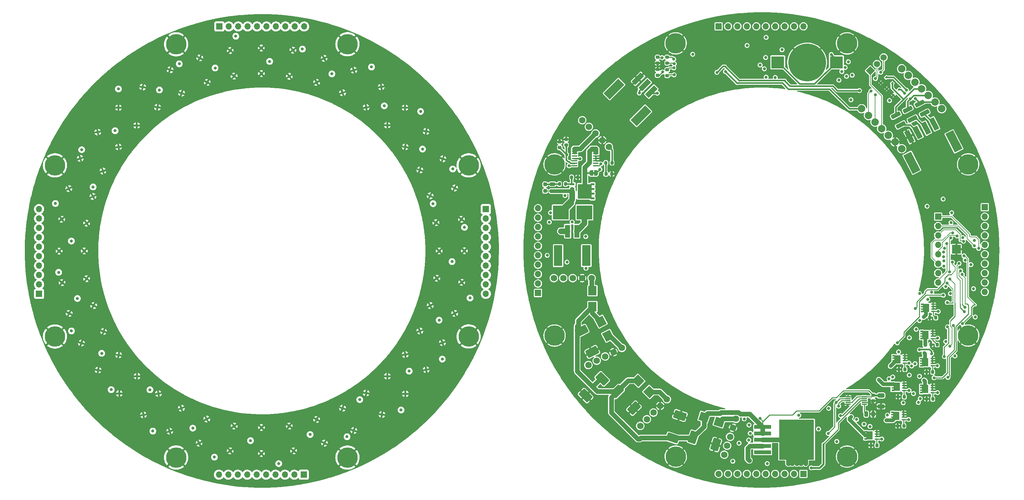
<source format=gbr>
%TF.GenerationSoftware,KiCad,Pcbnew,(6.0.9)*%
%TF.CreationDate,2022-12-31T16:19:11-08:00*%
%TF.ProjectId,LEDArray,4c454441-7272-4617-992e-6b696361645f,rev?*%
%TF.SameCoordinates,Original*%
%TF.FileFunction,Copper,L6,Bot*%
%TF.FilePolarity,Positive*%
%FSLAX46Y46*%
G04 Gerber Fmt 4.6, Leading zero omitted, Abs format (unit mm)*
G04 Created by KiCad (PCBNEW (6.0.9)) date 2022-12-31 16:19:11*
%MOMM*%
%LPD*%
G01*
G04 APERTURE LIST*
G04 Aperture macros list*
%AMRoundRect*
0 Rectangle with rounded corners*
0 $1 Rounding radius*
0 $2 $3 $4 $5 $6 $7 $8 $9 X,Y pos of 4 corners*
0 Add a 4 corners polygon primitive as box body*
4,1,4,$2,$3,$4,$5,$6,$7,$8,$9,$2,$3,0*
0 Add four circle primitives for the rounded corners*
1,1,$1+$1,$2,$3*
1,1,$1+$1,$4,$5*
1,1,$1+$1,$6,$7*
1,1,$1+$1,$8,$9*
0 Add four rect primitives between the rounded corners*
20,1,$1+$1,$2,$3,$4,$5,0*
20,1,$1+$1,$4,$5,$6,$7,0*
20,1,$1+$1,$6,$7,$8,$9,0*
20,1,$1+$1,$8,$9,$2,$3,0*%
%AMHorizOval*
0 Thick line with rounded ends*
0 $1 width*
0 $2 $3 position (X,Y) of the first rounded end (center of the circle)*
0 $4 $5 position (X,Y) of the second rounded end (center of the circle)*
0 Add line between two ends*
20,1,$1,$2,$3,$4,$5,0*
0 Add two circle primitives to create the rounded ends*
1,1,$1,$2,$3*
1,1,$1,$4,$5*%
%AMRotRect*
0 Rectangle, with rotation*
0 The origin of the aperture is its center*
0 $1 length*
0 $2 width*
0 $3 Rotation angle, in degrees counterclockwise*
0 Add horizontal line*
21,1,$1,$2,0,0,$3*%
%AMFreePoly0*
4,1,21,1.372500,0.787500,0.862500,0.787500,0.862500,0.532500,1.372500,0.532500,1.372500,0.127500,0.862500,0.127500,0.862500,-0.127500,1.372500,-0.127500,1.372500,-0.532500,0.862500,-0.532500,0.862500,-0.787500,1.372500,-0.787500,1.372500,-1.195000,0.612500,-1.195000,0.612500,-1.117500,-0.862500,-1.117500,-0.862500,1.117500,0.612500,1.117500,0.612500,1.195000,1.372500,1.195000,
1.372500,0.787500,1.372500,0.787500,$1*%
%AMFreePoly1*
4,1,22,0.500000,-0.750000,0.000000,-0.750000,0.000000,-0.745033,-0.079941,-0.743568,-0.215256,-0.701293,-0.333266,-0.622738,-0.424486,-0.514219,-0.481581,-0.384460,-0.499164,-0.250000,-0.500000,-0.250000,-0.500000,0.250000,-0.499164,0.250000,-0.499963,0.256109,-0.478152,0.396186,-0.417904,0.524511,-0.324060,0.630769,-0.204165,0.706417,-0.067858,0.745374,0.000000,0.744959,0.000000,0.750000,
0.500000,0.750000,0.500000,-0.750000,0.500000,-0.750000,$1*%
%AMFreePoly2*
4,1,20,0.000000,0.744959,0.073905,0.744508,0.209726,0.703889,0.328688,0.626782,0.421226,0.519385,0.479903,0.390333,0.500000,0.250000,0.500000,-0.250000,0.499851,-0.262216,0.476331,-0.402017,0.414519,-0.529596,0.319384,-0.634700,0.198574,-0.708877,0.061801,-0.746166,0.000000,-0.745033,0.000000,-0.750000,-0.500000,-0.750000,-0.500000,0.750000,0.000000,0.750000,0.000000,0.744959,
0.000000,0.744959,$1*%
G04 Aperture macros list end*
%TA.AperFunction,SMDPad,CuDef*%
%ADD10R,2.300000X5.600000*%
%TD*%
%TA.AperFunction,SMDPad,CuDef*%
%ADD11R,1.400000X3.400000*%
%TD*%
%TA.AperFunction,SMDPad,CuDef*%
%ADD12RotRect,2.300000X5.600000X207.000000*%
%TD*%
%TA.AperFunction,SMDPad,CuDef*%
%ADD13RotRect,1.400000X3.400000X207.000000*%
%TD*%
%TA.AperFunction,SMDPad,CuDef*%
%ADD14RotRect,2.300000X5.600000X135.000000*%
%TD*%
%TA.AperFunction,SMDPad,CuDef*%
%ADD15RotRect,1.400000X3.400000X135.000000*%
%TD*%
%TA.AperFunction,ComponentPad*%
%ADD16C,5.500000*%
%TD*%
%TA.AperFunction,ComponentPad*%
%ADD17C,0.800000*%
%TD*%
%TA.AperFunction,ComponentPad*%
%ADD18R,1.700000X1.700000*%
%TD*%
%TA.AperFunction,ComponentPad*%
%ADD19O,1.700000X1.700000*%
%TD*%
%TA.AperFunction,ComponentPad*%
%ADD20C,0.500000*%
%TD*%
%TA.AperFunction,SMDPad,CuDef*%
%ADD21R,2.350000X2.350000*%
%TD*%
%TA.AperFunction,ComponentPad*%
%ADD22C,1.750000*%
%TD*%
%TA.AperFunction,ComponentPad*%
%ADD23C,2.000000*%
%TD*%
%TA.AperFunction,ComponentPad*%
%ADD24RotRect,1.700000X1.700000X135.000000*%
%TD*%
%TA.AperFunction,ComponentPad*%
%ADD25HorizOval,1.700000X0.000000X0.000000X0.000000X0.000000X0*%
%TD*%
%TA.AperFunction,SMDPad,CuDef*%
%ADD26RoundRect,0.225000X-0.250000X0.225000X-0.250000X-0.225000X0.250000X-0.225000X0.250000X0.225000X0*%
%TD*%
%TA.AperFunction,SMDPad,CuDef*%
%ADD27R,3.500000X3.300000*%
%TD*%
%TA.AperFunction,SMDPad,CuDef*%
%ADD28C,10.200000*%
%TD*%
%TA.AperFunction,SMDPad,CuDef*%
%ADD29RoundRect,0.250000X-0.650000X0.325000X-0.650000X-0.325000X0.650000X-0.325000X0.650000X0.325000X0*%
%TD*%
%TA.AperFunction,SMDPad,CuDef*%
%ADD30RoundRect,0.250001X1.072677X-1.229132X1.590280X0.363885X-1.072677X1.229132X-1.590280X-0.363885X0*%
%TD*%
%TA.AperFunction,SMDPad,CuDef*%
%ADD31RoundRect,0.100000X0.637500X0.100000X-0.637500X0.100000X-0.637500X-0.100000X0.637500X-0.100000X0*%
%TD*%
%TA.AperFunction,SMDPad,CuDef*%
%ADD32RoundRect,0.250001X-1.627625X0.110631X-0.867192X-1.381803X1.627625X-0.110631X0.867192X1.381803X0*%
%TD*%
%TA.AperFunction,SMDPad,CuDef*%
%ADD33R,0.990000X0.405000*%
%TD*%
%TA.AperFunction,SMDPad,CuDef*%
%ADD34FreePoly0,180.000000*%
%TD*%
%TA.AperFunction,SMDPad,CuDef*%
%ADD35RoundRect,0.200000X-0.200000X-0.275000X0.200000X-0.275000X0.200000X0.275000X-0.200000X0.275000X0*%
%TD*%
%TA.AperFunction,SMDPad,CuDef*%
%ADD36RoundRect,0.250000X-0.250000X-0.475000X0.250000X-0.475000X0.250000X0.475000X-0.250000X0.475000X0*%
%TD*%
%TA.AperFunction,SMDPad,CuDef*%
%ADD37RoundRect,0.237500X0.237500X-0.287500X0.237500X0.287500X-0.237500X0.287500X-0.237500X-0.287500X0*%
%TD*%
%TA.AperFunction,SMDPad,CuDef*%
%ADD38RotRect,2.500000X2.300000X315.000000*%
%TD*%
%TA.AperFunction,SMDPad,CuDef*%
%ADD39R,1.400000X0.300000*%
%TD*%
%TA.AperFunction,SMDPad,CuDef*%
%ADD40FreePoly1,180.000000*%
%TD*%
%TA.AperFunction,SMDPad,CuDef*%
%ADD41FreePoly2,180.000000*%
%TD*%
%TA.AperFunction,SMDPad,CuDef*%
%ADD42RoundRect,0.200000X0.200000X0.275000X-0.200000X0.275000X-0.200000X-0.275000X0.200000X-0.275000X0*%
%TD*%
%TA.AperFunction,SMDPad,CuDef*%
%ADD43RotRect,0.600000X0.450000X225.000000*%
%TD*%
%TA.AperFunction,SMDPad,CuDef*%
%ADD44RoundRect,0.225000X0.250000X-0.225000X0.250000X0.225000X-0.250000X0.225000X-0.250000X-0.225000X0*%
%TD*%
%TA.AperFunction,SMDPad,CuDef*%
%ADD45RoundRect,0.250000X1.099704X0.209600X0.815960X0.766479X-1.099704X-0.209600X-0.815960X-0.766479X0*%
%TD*%
%TA.AperFunction,SMDPad,CuDef*%
%ADD46RoundRect,0.250000X0.475000X-0.250000X0.475000X0.250000X-0.475000X0.250000X-0.475000X-0.250000X0*%
%TD*%
%TA.AperFunction,SMDPad,CuDef*%
%ADD47R,4.240000X3.810000*%
%TD*%
%TA.AperFunction,SMDPad,CuDef*%
%ADD48RotRect,2.500000X2.300000X342.000000*%
%TD*%
%TA.AperFunction,SMDPad,CuDef*%
%ADD49RoundRect,0.250001X-0.397748X1.582150X-1.582150X0.397748X0.397748X-1.582150X1.582150X-0.397748X0*%
%TD*%
%TA.AperFunction,SMDPad,CuDef*%
%ADD50R,2.300000X2.500000*%
%TD*%
%TA.AperFunction,SMDPad,CuDef*%
%ADD51R,1.270000X0.610000*%
%TD*%
%TA.AperFunction,SMDPad,CuDef*%
%ADD52R,1.020000X0.610000*%
%TD*%
%TA.AperFunction,SMDPad,CuDef*%
%ADD53R,3.810000X3.910000*%
%TD*%
%TA.AperFunction,SMDPad,CuDef*%
%ADD54RotRect,2.500000X2.300000X297.000000*%
%TD*%
%TA.AperFunction,SMDPad,CuDef*%
%ADD55RoundRect,0.250001X-1.229132X-1.072677X0.363885X-1.590280X1.229132X1.072677X-0.363885X1.590280X0*%
%TD*%
%TA.AperFunction,SMDPad,CuDef*%
%ADD56R,4.600000X1.100000*%
%TD*%
%TA.AperFunction,SMDPad,CuDef*%
%ADD57R,9.400000X10.800000*%
%TD*%
%TA.AperFunction,SMDPad,CuDef*%
%ADD58RoundRect,0.250001X-1.582150X-0.397748X-0.397748X-1.582150X1.582150X0.397748X0.397748X1.582150X0*%
%TD*%
%TA.AperFunction,SMDPad,CuDef*%
%ADD59RoundRect,0.218750X0.218750X0.256250X-0.218750X0.256250X-0.218750X-0.256250X0.218750X-0.256250X0*%
%TD*%
%TA.AperFunction,ViaPad*%
%ADD60C,0.800000*%
%TD*%
%TA.AperFunction,Conductor*%
%ADD61C,1.270000*%
%TD*%
%TA.AperFunction,Conductor*%
%ADD62C,0.381000*%
%TD*%
%TA.AperFunction,Conductor*%
%ADD63C,0.254000*%
%TD*%
%TA.AperFunction,Conductor*%
%ADD64C,1.016000*%
%TD*%
%TA.AperFunction,Conductor*%
%ADD65C,1.524000*%
%TD*%
%TA.AperFunction,Conductor*%
%ADD66C,0.508000*%
%TD*%
%TA.AperFunction,Conductor*%
%ADD67C,0.200000*%
%TD*%
%TA.AperFunction,Conductor*%
%ADD68C,0.177800*%
%TD*%
G04 APERTURE END LIST*
%TO.C,JP1*%
G36*
X171775000Y-62150000D02*
G01*
X171275000Y-62150000D01*
X171275000Y-61550000D01*
X171775000Y-61550000D01*
X171775000Y-62150000D01*
G37*
%TD*%
D10*
%TO.P,J10,*%
%TO.N,*%
X161950000Y-84125000D03*
X169550000Y-84125000D03*
D11*
%TO.P,J10,1,Pin_1*%
%TO.N,Net-(F3-Pad1)*%
X167000000Y-77525000D03*
%TO.P,J10,2,Pin_2*%
%TO.N,Net-(J10-Pad2)*%
X164500000Y-77525000D03*
%TD*%
D12*
%TO.P,J13,*%
%TO.N,*%
X257284218Y-59065680D03*
X268600000Y-53300000D03*
D13*
%TO.P,J13,1,Pin_1*%
%TO.N,Net-(F4-Pad1)*%
X263287046Y-48599733D03*
%TO.P,J13,2,Pin_2*%
%TO.N,Net-(F5-Pad1)*%
X261059530Y-49734709D03*
%TO.P,J13,3,Pin_3*%
%TO.N,Net-(F6-Pad1)*%
X258832014Y-50869685D03*
%TO.P,J13,4,Pin_4*%
%TO.N,GND*%
X256604497Y-52004661D03*
%TD*%
D14*
%TO.P,J9,*%
%TO.N,*%
X184256245Y-46381245D03*
X177043755Y-39168755D03*
D15*
%TO.P,J9,1,Pin_1*%
%TO.N,Net-(F1-Pad1)*%
X187084672Y-39875862D03*
%TO.P,J9,2,Pin_2*%
%TO.N,Net-(F2-Pad1)*%
X185316905Y-38108095D03*
%TO.P,J9,3,Pin_3*%
%TO.N,GND*%
X183478427Y-36411039D03*
%TD*%
D16*
%TO.P,H7,1,1*%
%TO.N,LED_THERM*%
X105200000Y-138600000D03*
%TD*%
D17*
%TO.P,D45,3,PAD*%
%TO.N,LED_THERM*%
X106900000Y-34100000D03*
%TD*%
D18*
%TO.P,J4,1,Pin_1*%
%TO.N,/LEDBoard/LEDGroup/Anode*%
X22100000Y-94425000D03*
D19*
%TO.P,J4,2,Pin_2*%
X22100000Y-91885000D03*
%TO.P,J4,3,Pin_3*%
%TO.N,/LEDBoard/K1*%
X22100000Y-89345000D03*
%TO.P,J4,4,Pin_4*%
%TO.N,/LEDBoard/K2*%
X22100000Y-86805000D03*
%TO.P,J4,5,Pin_5*%
%TO.N,/LEDBoard/K3*%
X22100000Y-84265000D03*
%TO.P,J4,6,Pin_6*%
%TO.N,/LEDBoard/K4*%
X22100000Y-81725000D03*
%TO.P,J4,7,Pin_7*%
%TO.N,/LEDBoard/K5*%
X22100000Y-79185000D03*
%TO.P,J4,8,Pin_8*%
%TO.N,/LEDBoard/K6*%
X22100000Y-76645000D03*
%TO.P,J4,9,Pin_9*%
%TO.N,/LEDBoard/K7*%
X22100000Y-74105000D03*
%TO.P,J4,10,Pin_10*%
%TO.N,/LEDBoard/K8*%
X22100000Y-71565000D03*
%TD*%
D18*
%TO.P,J8,1,Pin_1*%
%TO.N,/DriverBoard/LEDDriver/INA261/IN-*%
X156550000Y-94200000D03*
D19*
%TO.P,J8,2,Pin_2*%
X156550000Y-91660000D03*
%TO.P,J8,3,Pin_3*%
%TO.N,/DriverBoard/LEDDriver/K1*%
X156550000Y-89120000D03*
%TO.P,J8,4,Pin_4*%
%TO.N,/DriverBoard/LEDDriver/K2*%
X156550000Y-86580000D03*
%TO.P,J8,5,Pin_5*%
%TO.N,/DriverBoard/LEDDriver/K3*%
X156550000Y-84040000D03*
%TO.P,J8,6,Pin_6*%
%TO.N,/DriverBoard/LEDDriver/K4*%
X156550000Y-81500000D03*
%TO.P,J8,7,Pin_7*%
%TO.N,/DriverBoard/LEDDriver/K5*%
X156550000Y-78960000D03*
%TO.P,J8,8,Pin_8*%
%TO.N,/DriverBoard/LEDDriver/K6*%
X156550000Y-76420000D03*
%TO.P,J8,9,Pin_9*%
%TO.N,/DriverBoard/LEDDriver/K7*%
X156550000Y-73880000D03*
%TO.P,J8,10,Pin_10*%
%TO.N,/DriverBoard/LEDDriver/K8*%
X156550000Y-71340000D03*
%TD*%
D17*
%TO.P,D5,3,PAD*%
%TO.N,LED_THERM*%
X110223654Y-44127989D03*
%TD*%
%TO.P,D72,3,PAD*%
%TO.N,LED_THERM*%
X27500000Y-82900000D03*
%TD*%
%TO.P,D60,3,PAD*%
%TO.N,LED_THERM*%
X99000000Y-134700000D03*
%TD*%
%TO.P,D49,3,PAD*%
%TO.N,LED_THERM*%
X130900000Y-58000000D03*
%TD*%
%TO.P,D15,3,PAD*%
%TO.N,LED_THERM*%
X120764654Y-110802989D03*
%TD*%
%TO.P,D20,3,PAD*%
%TO.N,LED_THERM*%
X89522654Y-130106989D03*
%TD*%
%TO.P,D16,3,PAD*%
%TO.N,LED_THERM*%
X115938654Y-116644989D03*
%TD*%
%TO.P,D14,3,PAD*%
%TO.N,LED_THERM*%
X124701654Y-104452989D03*
%TD*%
D16*
%TO.P,H11,1,1*%
%TO.N,GND*%
X272450000Y-105675000D03*
%TD*%
%TO.P,H6,1,1*%
%TO.N,LED_THERM*%
X137850000Y-105925000D03*
%TD*%
D17*
%TO.P,D61,3,PAD*%
%TO.N,LED_THERM*%
X90700000Y-136800000D03*
%TD*%
%TO.P,D63,3,PAD*%
%TO.N,LED_THERM*%
X73600000Y-136800000D03*
%TD*%
%TO.P,D67,3,PAD*%
%TO.N,LED_THERM*%
X43700000Y-121300000D03*
%TD*%
%TO.P,D21,3,PAD*%
%TO.N,LED_THERM*%
X82029654Y-130487989D03*
%TD*%
D16*
%TO.P,H9,1,1*%
%TO.N,GND*%
X239800000Y-26875000D03*
%TD*%
D20*
%TO.P,U9,29,GND_PAD*%
%TO.N,GND*%
X270225000Y-81450000D03*
X268375000Y-81450000D03*
X269300000Y-82375000D03*
X268375000Y-82375000D03*
X270225000Y-83300000D03*
D21*
X269300000Y-82375000D03*
D20*
X268375000Y-83300000D03*
X269300000Y-81450000D03*
X270225000Y-82375000D03*
X269300000Y-83300000D03*
%TD*%
D17*
%TO.P,D22,3,PAD*%
%TO.N,LED_THERM*%
X74663654Y-130106989D03*
%TD*%
%TO.P,D81,3,PAD*%
%TO.N,LED_THERM*%
X73600000Y-28800000D03*
%TD*%
%TO.P,D38,3,PAD*%
%TO.N,LED_THERM*%
X54000000Y-44100000D03*
%TD*%
%TO.P,D19,3,PAD*%
%TO.N,LED_THERM*%
X96888654Y-128328989D03*
%TD*%
D16*
%TO.P,H13,1,1*%
%TO.N,GND*%
X161000000Y-105675000D03*
%TD*%
D17*
%TO.P,D29,3,PAD*%
%TO.N,LED_THERM*%
X36817654Y-97594989D03*
%TD*%
%TO.P,D25,3,PAD*%
%TO.N,LED_THERM*%
X54251574Y-121338458D03*
%TD*%
%TO.P,D11,3,PAD*%
%TO.N,LED_THERM*%
X129908654Y-82862989D03*
%TD*%
%TO.P,D40,3,PAD*%
%TO.N,LED_THERM*%
X67400000Y-37400000D03*
%TD*%
%TO.P,D41,3,PAD*%
%TO.N,LED_THERM*%
X74637492Y-35688246D03*
%TD*%
D22*
%TO.P,U13,1,PG*%
%TO.N,unconnected-(U13-Pad1)*%
X160820000Y-90195000D03*
%TO.P,U13,2,~{SHDN}*%
%TO.N,unconnected-(U13-Pad2)*%
X163360000Y-90195000D03*
%TO.P,U13,3,Vin*%
%TO.N,/DriverBoard/PowerInput/Vin*%
X165900000Y-90195000D03*
%TO.P,U13,4,GND*%
%TO.N,GND*%
X168440000Y-90195000D03*
%TO.P,U13,5,Vout*%
%TO.N,Net-(D87-Pad2)*%
X170980000Y-90195000D03*
%TD*%
%TO.P,U12,1,PG*%
%TO.N,unconnected-(U12-Pad1)*%
X206727245Y-137811077D03*
%TO.P,U12,2,~{SHDN}*%
%TO.N,unconnected-(U12-Pad2)*%
X207512148Y-135395394D03*
%TO.P,U12,3,Vin*%
%TO.N,/DriverBoard/PowerInput/Vin*%
X208297051Y-132979710D03*
%TO.P,U12,4,GND*%
%TO.N,GND*%
X209081954Y-130564026D03*
%TO.P,U12,5,Vout*%
%TO.N,Net-(D86-Pad2)*%
X209866857Y-128148343D03*
%TD*%
D17*
%TO.P,D65,3,PAD*%
%TO.N,LED_THERM*%
X57300000Y-131500000D03*
%TD*%
%TO.P,D12,3,PAD*%
%TO.N,LED_THERM*%
X129273654Y-90228989D03*
%TD*%
%TO.P,D10,3,PAD*%
%TO.N,LED_THERM*%
X129019654Y-75242989D03*
%TD*%
%TO.P,D4,3,PAD*%
%TO.N,LED_THERM*%
X103873654Y-40190989D03*
%TD*%
%TO.P,D32,3,PAD*%
%TO.N,LED_THERM*%
X34912654Y-75369989D03*
%TD*%
%TO.P,D3,3,PAD*%
%TO.N,LED_THERM*%
X96888654Y-37396989D03*
%TD*%
%TO.P,D17,3,PAD*%
%TO.N,LED_THERM*%
X110229185Y-121182069D03*
%TD*%
%TO.P,D13,3,PAD*%
%TO.N,LED_THERM*%
X127495654Y-97594989D03*
%TD*%
D16*
%TO.P,H5,1,1*%
%TO.N,LED_THERM*%
X26375000Y-105950000D03*
%TD*%
D17*
%TO.P,D70,3,PAD*%
%TO.N,LED_THERM*%
X30200000Y-99700000D03*
%TD*%
%TO.P,D75,3,PAD*%
%TO.N,LED_THERM*%
X33200000Y-57900000D03*
%TD*%
%TO.P,D42,3,PAD*%
%TO.N,LED_THERM*%
X81975000Y-28125000D03*
%TD*%
D16*
%TO.P,H8,1,1*%
%TO.N,LED_THERM*%
X137850000Y-59775000D03*
%TD*%
%TO.P,H1,1,1*%
%TO.N,LED_THERM*%
X59025000Y-27125000D03*
%TD*%
D17*
%TO.P,D62,3,PAD*%
%TO.N,LED_THERM*%
X82000000Y-137500000D03*
%TD*%
%TO.P,D73,3,PAD*%
%TO.N,LED_THERM*%
X28200000Y-74300000D03*
%TD*%
%TO.P,D50,3,PAD*%
%TO.N,LED_THERM*%
X134068498Y-65883949D03*
%TD*%
%TO.P,D79,3,PAD*%
%TO.N,LED_THERM*%
X57400000Y-34000000D03*
%TD*%
%TO.P,D77,3,PAD*%
%TO.N,LED_THERM*%
X43500000Y-44200000D03*
%TD*%
%TO.P,D69,3,PAD*%
%TO.N,LED_THERM*%
X33500000Y-107700000D03*
%TD*%
%TO.P,D24,3,PAD*%
%TO.N,LED_THERM*%
X60439654Y-125280989D03*
%TD*%
%TO.P,D36,3,PAD*%
%TO.N,LED_THERM*%
X43500000Y-54800000D03*
%TD*%
D18*
%TO.P,J5,1,Pin_1*%
%TO.N,/DriverBoard/LEDDriver/INA261/IN-*%
X205225000Y-22275000D03*
D19*
%TO.P,J5,2,Pin_2*%
X207765000Y-22275000D03*
%TO.P,J5,3,Pin_3*%
%TO.N,/DriverBoard/LEDDriver/K1*%
X210305000Y-22275000D03*
%TO.P,J5,4,Pin_4*%
%TO.N,/DriverBoard/LEDDriver/K2*%
X212845000Y-22275000D03*
%TO.P,J5,5,Pin_5*%
%TO.N,/DriverBoard/LEDDriver/K3*%
X215385000Y-22275000D03*
%TO.P,J5,6,Pin_6*%
%TO.N,/DriverBoard/LEDDriver/K4*%
X217925000Y-22275000D03*
%TO.P,J5,7,Pin_7*%
%TO.N,/DriverBoard/LEDDriver/K5*%
X220465000Y-22275000D03*
%TO.P,J5,8,Pin_8*%
%TO.N,/DriverBoard/LEDDriver/K6*%
X223005000Y-22275000D03*
%TO.P,J5,9,Pin_9*%
%TO.N,/DriverBoard/LEDDriver/K7*%
X225545000Y-22275000D03*
%TO.P,J5,10,Pin_10*%
%TO.N,/DriverBoard/LEDDriver/K8*%
X228085000Y-22275000D03*
%TD*%
D17*
%TO.P,D80,3,PAD*%
%TO.N,LED_THERM*%
X65400000Y-30800000D03*
%TD*%
D16*
%TO.P,H15,1,1*%
%TO.N,GND*%
X193650000Y-138325000D03*
%TD*%
D17*
%TO.P,D37,3,PAD*%
%TO.N,LED_THERM*%
X48400000Y-49000000D03*
%TD*%
D18*
%TO.P,J2,1,Pin_1*%
%TO.N,/LEDBoard/LEDGroup/Anode*%
X142500000Y-71575000D03*
D19*
%TO.P,J2,2,Pin_2*%
X142500000Y-74115000D03*
%TO.P,J2,3,Pin_3*%
%TO.N,/LEDBoard/K1*%
X142500000Y-76655000D03*
%TO.P,J2,4,Pin_4*%
%TO.N,/LEDBoard/K2*%
X142500000Y-79195000D03*
%TO.P,J2,5,Pin_5*%
%TO.N,/LEDBoard/K3*%
X142500000Y-81735000D03*
%TO.P,J2,6,Pin_6*%
%TO.N,/LEDBoard/K4*%
X142500000Y-84275000D03*
%TO.P,J2,7,Pin_7*%
%TO.N,/LEDBoard/K5*%
X142500000Y-86815000D03*
%TO.P,J2,8,Pin_8*%
%TO.N,/LEDBoard/K6*%
X142500000Y-89355000D03*
%TO.P,J2,9,Pin_9*%
%TO.N,/LEDBoard/K7*%
X142500000Y-91895000D03*
%TO.P,J2,10,Pin_10*%
%TO.N,/LEDBoard/K8*%
X142500000Y-94435000D03*
%TD*%
D22*
%TO.P,U15,1,PG*%
%TO.N,unconnected-(U15-Pad1)*%
X184082898Y-130042102D03*
%TO.P,U15,2,~{SHDN}*%
%TO.N,unconnected-(U15-Pad2)*%
X185878949Y-128246051D03*
%TO.P,U15,3,Vin*%
%TO.N,/DriverBoard/PowerInput/Vin*%
X187675000Y-126450000D03*
%TO.P,U15,4,GND*%
%TO.N,GND*%
X189471051Y-124653949D03*
%TO.P,U15,5,Vout*%
%TO.N,Net-(D89-Pad2)*%
X191267102Y-122857898D03*
%TD*%
D16*
%TO.P,H12,1,1*%
%TO.N,GND*%
X193625000Y-26850000D03*
%TD*%
D17*
%TO.P,D28,3,PAD*%
%TO.N,LED_THERM*%
X39484654Y-104579989D03*
%TD*%
D22*
%TO.P,U11,1,PG*%
%TO.N,unconnected-(U11-Pad1)*%
X168457898Y-47582898D03*
%TO.P,U11,2,~{SHDN}*%
%TO.N,unconnected-(U11-Pad2)*%
X170253949Y-49378949D03*
%TO.P,U11,3,Vin*%
%TO.N,/DriverBoard/PowerInput/Vin*%
X172050000Y-51175000D03*
%TO.P,U11,4,GND*%
%TO.N,GND*%
X173846051Y-52971051D03*
%TO.P,U11,5,Vout*%
%TO.N,/DriverBoard/VSYS*%
X175642102Y-54767102D03*
%TD*%
D18*
%TO.P,J6,1,Pin_1*%
%TO.N,/DriverBoard/LEDDriver/INA261/IN-*%
X276950000Y-71055000D03*
D19*
%TO.P,J6,2,Pin_2*%
X276950000Y-73595000D03*
%TO.P,J6,3,Pin_3*%
%TO.N,/DriverBoard/LEDDriver/K1*%
X276950000Y-76135000D03*
%TO.P,J6,4,Pin_4*%
%TO.N,/DriverBoard/LEDDriver/K2*%
X276950000Y-78675000D03*
%TO.P,J6,5,Pin_5*%
%TO.N,/DriverBoard/LEDDriver/K3*%
X276950000Y-81215000D03*
%TO.P,J6,6,Pin_6*%
%TO.N,/DriverBoard/LEDDriver/K4*%
X276950000Y-83755000D03*
%TO.P,J6,7,Pin_7*%
%TO.N,/DriverBoard/LEDDriver/K5*%
X276950000Y-86295000D03*
%TO.P,J6,8,Pin_8*%
%TO.N,/DriverBoard/LEDDriver/K6*%
X276950000Y-88835000D03*
%TO.P,J6,9,Pin_9*%
%TO.N,/DriverBoard/LEDDriver/K7*%
X276950000Y-91375000D03*
%TO.P,J6,10,Pin_10*%
%TO.N,/DriverBoard/LEDDriver/K8*%
X276950000Y-93915000D03*
%TD*%
D17*
%TO.P,D8,3,PAD*%
%TO.N,LED_THERM*%
X124701654Y-61018989D03*
%TD*%
%TO.P,D44,3,PAD*%
%TO.N,LED_THERM*%
X98900000Y-30900000D03*
%TD*%
%TO.P,D64,3,PAD*%
%TO.N,LED_THERM*%
X65200000Y-134700000D03*
%TD*%
%TO.P,D33,3,PAD*%
%TO.N,LED_THERM*%
X36616051Y-68162491D03*
%TD*%
%TO.P,D43,3,PAD*%
%TO.N,LED_THERM*%
X90500000Y-28700000D03*
%TD*%
%TO.P,D1,3,PAD*%
%TO.N,LED_THERM*%
X82004654Y-35008989D03*
%TD*%
%TO.P,D54,3,PAD*%
%TO.N,LED_THERM*%
X134100000Y-99700000D03*
%TD*%
D16*
%TO.P,H14,1,1*%
%TO.N,GND*%
X161000000Y-59500000D03*
%TD*%
D18*
%TO.P,J11,1,Pin_1*%
%TO.N,/DriverBoard/PortExpander/P08*%
X264350000Y-73595000D03*
D19*
%TO.P,J11,2,Pin_2*%
%TO.N,/DriverBoard/PortExpander/P09*%
X264350000Y-76135000D03*
%TO.P,J11,3,Pin_3*%
%TO.N,/DriverBoard/PortExpander/P10*%
X264350000Y-78675000D03*
%TO.P,J11,4,Pin_4*%
%TO.N,/DriverBoard/PortExpander/P11*%
X264350000Y-81215000D03*
%TO.P,J11,5,Pin_5*%
%TO.N,/DriverBoard/PortExpander/P12*%
X264350000Y-83755000D03*
%TO.P,J11,6,Pin_6*%
%TO.N,/DriverBoard/PortExpander/P13*%
X264350000Y-86295000D03*
%TO.P,J11,7,Pin_7*%
%TO.N,/DriverBoard/PortExpander/P14*%
X264350000Y-88835000D03*
%TO.P,J11,8,Pin_8*%
%TO.N,/DriverBoard/PortExpander/P15*%
X264350000Y-91375000D03*
%TD*%
D17*
%TO.P,D27,3,PAD*%
%TO.N,LED_THERM*%
X43548654Y-110929989D03*
%TD*%
D16*
%TO.P,H2,1,1*%
%TO.N,LED_THERM*%
X105200000Y-27100000D03*
%TD*%
D17*
%TO.P,D6,3,PAD*%
%TO.N,LED_THERM*%
X115938654Y-48953989D03*
%TD*%
%TO.P,D78,3,PAD*%
%TO.N,LED_THERM*%
X50006396Y-38657537D03*
%TD*%
%TO.P,D71,3,PAD*%
%TO.N,LED_THERM*%
X28300000Y-91400000D03*
%TD*%
%TO.P,D48,3,PAD*%
%TO.N,LED_THERM*%
X126400000Y-50600000D03*
%TD*%
%TO.P,D55,3,PAD*%
%TO.N,LED_THERM*%
X130800000Y-107600000D03*
%TD*%
%TO.P,D23,3,PAD*%
%TO.N,LED_THERM*%
X67297654Y-128201989D03*
%TD*%
%TO.P,D2,3,PAD*%
%TO.N,LED_THERM*%
X89522654Y-35745989D03*
%TD*%
D16*
%TO.P,H4,1,1*%
%TO.N,LED_THERM*%
X26375000Y-59775000D03*
%TD*%
D18*
%TO.P,J3,1,Pin_1*%
%TO.N,/LEDBoard/LEDGroup/Anode*%
X93425000Y-143200000D03*
D19*
%TO.P,J3,2,Pin_2*%
X90885000Y-143200000D03*
%TO.P,J3,3,Pin_3*%
%TO.N,/LEDBoard/K1*%
X88345000Y-143200000D03*
%TO.P,J3,4,Pin_4*%
%TO.N,/LEDBoard/K2*%
X85805000Y-143200000D03*
%TO.P,J3,5,Pin_5*%
%TO.N,/LEDBoard/K3*%
X83265000Y-143200000D03*
%TO.P,J3,6,Pin_6*%
%TO.N,/LEDBoard/K4*%
X80725000Y-143200000D03*
%TO.P,J3,7,Pin_7*%
%TO.N,/LEDBoard/K5*%
X78185000Y-143200000D03*
%TO.P,J3,8,Pin_8*%
%TO.N,/LEDBoard/K6*%
X75645000Y-143200000D03*
%TO.P,J3,9,Pin_9*%
%TO.N,/LEDBoard/K7*%
X73105000Y-143200000D03*
%TO.P,J3,10,Pin_10*%
%TO.N,/LEDBoard/K8*%
X70565000Y-143200000D03*
%TD*%
D18*
%TO.P,J1,1,Pin_1*%
%TO.N,/LEDBoard/LEDGroup/Anode*%
X70675000Y-22300000D03*
D19*
%TO.P,J1,2,Pin_2*%
X73215000Y-22300000D03*
%TO.P,J1,3,Pin_3*%
%TO.N,/LEDBoard/K1*%
X75755000Y-22300000D03*
%TO.P,J1,4,Pin_4*%
%TO.N,/LEDBoard/K2*%
X78295000Y-22300000D03*
%TO.P,J1,5,Pin_5*%
%TO.N,/LEDBoard/K3*%
X80835000Y-22300000D03*
%TO.P,J1,6,Pin_6*%
%TO.N,/LEDBoard/K4*%
X83375000Y-22300000D03*
%TO.P,J1,7,Pin_7*%
%TO.N,/LEDBoard/K5*%
X85915000Y-22300000D03*
%TO.P,J1,8,Pin_8*%
%TO.N,/LEDBoard/K6*%
X88455000Y-22300000D03*
%TO.P,J1,9,Pin_9*%
%TO.N,/LEDBoard/K7*%
X90995000Y-22300000D03*
%TO.P,J1,10,Pin_10*%
%TO.N,/LEDBoard/K8*%
X93535000Y-22300000D03*
%TD*%
D17*
%TO.P,D68,3,PAD*%
%TO.N,LED_THERM*%
X38000000Y-115000000D03*
%TD*%
%TO.P,D58,3,PAD*%
%TO.N,LED_THERM*%
X114472907Y-126987980D03*
%TD*%
D16*
%TO.P,H10,1,1*%
%TO.N,GND*%
X272450000Y-59500000D03*
%TD*%
D17*
%TO.P,D7,3,PAD*%
%TO.N,LED_THERM*%
X120764654Y-54795989D03*
%TD*%
%TO.P,D59,3,PAD*%
%TO.N,LED_THERM*%
X106900000Y-131300000D03*
%TD*%
%TO.P,D52,3,PAD*%
%TO.N,LED_THERM*%
X136700000Y-82800000D03*
%TD*%
%TO.P,D56,3,PAD*%
%TO.N,LED_THERM*%
X126400000Y-114900000D03*
%TD*%
D23*
%TO.P,U19,1,A0*%
%TO.N,/DriverBoard/STROBE*%
X265307692Y-44493615D03*
%TO.P,U19,2,A1*%
%TO.N,/DriverBoard/GPIO_0*%
X263511641Y-42697564D03*
%TO.P,U19,3,A2*%
%TO.N,/DriverBoard/GPIO_1*%
X261715590Y-40901513D03*
%TO.P,U19,4,A3*%
%TO.N,/DriverBoard/GPIO_2*%
X259919539Y-39105461D03*
%TO.P,U19,5,SDA*%
%TO.N,/DriverBoard/SDA*%
X258123487Y-37309410D03*
%TO.P,U19,6,SCL*%
%TO.N,/DriverBoard/SCL*%
X256327436Y-35513359D03*
%TO.P,U19,7,TX*%
%TO.N,/DriverBoard/TX*%
X254531385Y-33717308D03*
%TO.P,U19,8,RX*%
%TO.N,/DriverBoard/RX*%
X243755078Y-44493615D03*
%TO.P,U19,9,SCK*%
%TO.N,Net-(J12-Pad3)*%
X245589187Y-46314186D03*
%TO.P,U19,10,MI*%
%TO.N,Net-(J12-Pad2)*%
X247372602Y-48097601D03*
%TO.P,U19,11,MO*%
%TO.N,Net-(J12-Pad1)*%
X249150000Y-49875000D03*
%TO.P,U19,12,3V*%
%TO.N,VCC*%
X250946052Y-51671051D03*
%TO.P,U19,13,GND*%
%TO.N,GND*%
X252742103Y-53467102D03*
%TO.P,U19,14,5V*%
%TO.N,/DriverBoard/VSYS*%
X254538154Y-55263153D03*
%TD*%
D17*
%TO.P,D66,3,PAD*%
%TO.N,LED_THERM*%
X50234920Y-127094469D03*
%TD*%
%TO.P,D76,3,PAD*%
%TO.N,LED_THERM*%
X37900000Y-50800000D03*
%TD*%
D22*
%TO.P,U14,1,PG*%
%TO.N,unconnected-(U14-Pad1)*%
X170108095Y-113620742D03*
%TO.P,U14,2,~{SHDN}*%
%TO.N,unconnected-(U14-Pad2)*%
X172371251Y-112467606D03*
%TO.P,U14,3,Vin*%
%TO.N,/DriverBoard/PowerInput/Vin*%
X174634408Y-111314470D03*
%TO.P,U14,4,GND*%
%TO.N,GND*%
X176897565Y-110161334D03*
%TO.P,U14,5,Vout*%
%TO.N,Net-(D88-Pad2)*%
X179160721Y-109008198D03*
%TD*%
D17*
%TO.P,D30,3,PAD*%
%TO.N,LED_THERM*%
X34912654Y-90355989D03*
%TD*%
D16*
%TO.P,H16,1,1*%
%TO.N,GND*%
X239825000Y-138325000D03*
%TD*%
D17*
%TO.P,D31,3,PAD*%
%TO.N,LED_THERM*%
X34277654Y-82862989D03*
%TD*%
%TO.P,D18,3,PAD*%
%TO.N,LED_THERM*%
X103873654Y-125280989D03*
%TD*%
D18*
%TO.P,J7,1,Pin_1*%
%TO.N,/DriverBoard/LEDDriver/INA261/IN-*%
X228075000Y-142975000D03*
D19*
%TO.P,J7,2,Pin_2*%
X225535000Y-142975000D03*
%TO.P,J7,3,Pin_3*%
%TO.N,/DriverBoard/LEDDriver/K1*%
X222995000Y-142975000D03*
%TO.P,J7,4,Pin_4*%
%TO.N,/DriverBoard/LEDDriver/K2*%
X220455000Y-142975000D03*
%TO.P,J7,5,Pin_5*%
%TO.N,/DriverBoard/LEDDriver/K3*%
X217915000Y-142975000D03*
%TO.P,J7,6,Pin_6*%
%TO.N,/DriverBoard/LEDDriver/K4*%
X215375000Y-142975000D03*
%TO.P,J7,7,Pin_7*%
%TO.N,/DriverBoard/LEDDriver/K5*%
X212835000Y-142975000D03*
%TO.P,J7,8,Pin_8*%
%TO.N,/DriverBoard/LEDDriver/K6*%
X210295000Y-142975000D03*
%TO.P,J7,9,Pin_9*%
%TO.N,/DriverBoard/LEDDriver/K7*%
X207755000Y-142975000D03*
%TO.P,J7,10,Pin_10*%
%TO.N,/DriverBoard/LEDDriver/K8*%
X205215000Y-142975000D03*
%TD*%
D17*
%TO.P,D46,3,PAD*%
%TO.N,LED_THERM*%
X114300000Y-38600000D03*
%TD*%
D24*
%TO.P,J12,1,Pin_1*%
%TO.N,Net-(J12-Pad1)*%
X246082898Y-34242102D03*
D25*
%TO.P,J12,2,Pin_2*%
%TO.N,Net-(J12-Pad2)*%
X247878949Y-32446051D03*
%TO.P,J12,3,Pin_3*%
%TO.N,Net-(J12-Pad3)*%
X249675000Y-30650000D03*
%TD*%
D17*
%TO.P,D35,3,PAD*%
%TO.N,LED_THERM*%
X39300000Y-61300000D03*
%TD*%
%TO.P,D39,3,PAD*%
%TO.N,LED_THERM*%
X60500000Y-40300000D03*
%TD*%
D16*
%TO.P,H3,1,1*%
%TO.N,LED_THERM*%
X59025000Y-138575000D03*
%TD*%
D17*
%TO.P,D47,3,PAD*%
%TO.N,LED_THERM*%
X120700000Y-44200000D03*
%TD*%
%TO.P,D74,3,PAD*%
%TO.N,LED_THERM*%
X30116051Y-66031502D03*
%TD*%
%TO.P,D26,3,PAD*%
%TO.N,LED_THERM*%
X48501654Y-116644989D03*
%TD*%
%TO.P,D53,3,PAD*%
%TO.N,LED_THERM*%
X136000000Y-91300000D03*
%TD*%
%TO.P,D51,3,PAD*%
%TO.N,LED_THERM*%
X135900000Y-74300000D03*
%TD*%
%TO.P,D9,3,PAD*%
%TO.N,LED_THERM*%
X127464152Y-67987938D03*
%TD*%
%TO.P,D57,3,PAD*%
%TO.N,LED_THERM*%
X120800000Y-121400000D03*
%TD*%
D26*
%TO.P,C31,1*%
%TO.N,/DriverBoard/VLED*%
X246850000Y-121750000D03*
%TO.P,C31,2*%
%TO.N,GND*%
X246850000Y-123300000D03*
%TD*%
D27*
%TO.P,BT1,1,+*%
%TO.N,Net-(BT1-Pad1)*%
X236950000Y-32000000D03*
X221150000Y-32000000D03*
D28*
%TO.P,BT1,2,-*%
%TO.N,GND*%
X229050000Y-32000000D03*
%TD*%
D29*
%TO.P,C30,1*%
%TO.N,/DriverBoard/VLED*%
X248975000Y-121825000D03*
%TO.P,C30,2*%
%TO.N,GND*%
X248975000Y-124775000D03*
%TD*%
D30*
%TO.P,C24,1*%
%TO.N,/DriverBoard/VLED*%
X192815008Y-133306493D03*
%TO.P,C24,2*%
%TO.N,GND*%
X194784992Y-127243507D03*
%TD*%
D31*
%TO.P,U16,1,IN+*%
%TO.N,/DriverBoard/PowerInput/INA260/IN+*%
X172112500Y-55300000D03*
%TO.P,U16,2,IN+*%
X172112500Y-55950000D03*
%TO.P,U16,3,IN+*%
X172112500Y-56600000D03*
%TO.P,U16,4,A1*%
%TO.N,GND*%
X172112500Y-57250000D03*
%TO.P,U16,5,A0*%
X172112500Y-57900000D03*
%TO.P,U16,6,GND*%
X172112500Y-58550000D03*
%TO.P,U16,7,ALERT*%
%TO.N,/DriverBoard/PowerInput/INA260/ALERT*%
X172112500Y-59200000D03*
%TO.P,U16,8,SDA*%
%TO.N,/DriverBoard/SDA*%
X172112500Y-59850000D03*
%TO.P,U16,9,SCL*%
%TO.N,/DriverBoard/SCL*%
X166387500Y-59850000D03*
%TO.P,U16,10,VS*%
%TO.N,VCC*%
X166387500Y-59200000D03*
%TO.P,U16,11,GND*%
%TO.N,GND*%
X166387500Y-58550000D03*
%TO.P,U16,12,VBUS*%
%TO.N,/DriverBoard/PowerInput/INA260/IN+*%
X166387500Y-57900000D03*
%TO.P,U16,13,NC*%
%TO.N,unconnected-(U16-Pad13)*%
X166387500Y-57250000D03*
%TO.P,U16,14,IN-*%
%TO.N,/DriverBoard/PowerInput/Vin*%
X166387500Y-56600000D03*
%TO.P,U16,15,IN-*%
X166387500Y-55950000D03*
%TO.P,U16,16,IN-*%
X166387500Y-55300000D03*
%TD*%
D32*
%TO.P,C21,1*%
%TO.N,/DriverBoard/VLED*%
X168252905Y-104409917D03*
%TO.P,C21,2*%
%TO.N,GND*%
X171147095Y-110090083D03*
%TD*%
D33*
%TO.P,Q10,1,S*%
%TO.N,GND*%
X255355000Y-111130000D03*
%TO.P,Q10,2,S*%
X255355000Y-111790000D03*
%TO.P,Q10,3,S*%
X255355000Y-112450000D03*
%TO.P,Q10,4,G*%
%TO.N,Net-(Q10-Pad4)*%
X255355000Y-113110000D03*
D34*
%TO.P,Q10,5,D*%
%TO.N,/DriverBoard/LEDDriver/K1*%
X253362500Y-112120000D03*
%TD*%
D35*
%TO.P,R14,1*%
%TO.N,Net-(Q9-Pad4)*%
X165600000Y-62975000D03*
%TO.P,R14,2*%
%TO.N,GND*%
X167250000Y-62975000D03*
%TD*%
D36*
%TO.P,C32,1*%
%TO.N,Net-(C32-Pad1)*%
X244975000Y-126850000D03*
%TO.P,C32,2*%
%TO.N,GND*%
X246875000Y-126850000D03*
%TD*%
D37*
%TO.P,D85,1,K*%
%TO.N,Net-(C20-Pad1)*%
X158450000Y-66650000D03*
%TO.P,D85,2,A*%
%TO.N,Net-(C20-Pad2)*%
X158450000Y-64900000D03*
%TD*%
D38*
%TO.P,D89,1,K*%
%TO.N,/DriverBoard/VLED*%
X183534440Y-117859440D03*
%TO.P,D89,2,A*%
%TO.N,Net-(D89-Pad2)*%
X186575000Y-120900000D03*
%TD*%
D39*
%TO.P,U17,1,VDD*%
%TO.N,/DriverBoard/VLED*%
X244475000Y-122200000D03*
%TO.P,U17,2,A*%
%TO.N,/DriverBoard/LEDDriver/CurrentSource/Out*%
X244475000Y-122700000D03*
%TO.P,U17,3,W*%
%TO.N,/DriverBoard/LEDDriver/CurrentSource/Rset*%
X244475000Y-123200000D03*
%TO.P,U17,4,VSS*%
%TO.N,GND*%
X244475000Y-123700000D03*
%TO.P,U17,5,EXT_CAP*%
%TO.N,Net-(C32-Pad1)*%
X244475000Y-124200000D03*
%TO.P,U17,6,GND*%
%TO.N,GND*%
X240075000Y-124200000D03*
%TO.P,U17,7,~{RESET}*%
%TO.N,/DriverBoard/VLED*%
X240075000Y-123700000D03*
%TO.P,U17,8,SDA*%
%TO.N,/DriverBoard/SDA*%
X240075000Y-123200000D03*
%TO.P,U17,9,SCL*%
%TO.N,/DriverBoard/SCL*%
X240075000Y-122700000D03*
%TO.P,U17,10,ADDR*%
%TO.N,GND*%
X240075000Y-122200000D03*
%TD*%
D33*
%TO.P,Q3,1,S*%
%TO.N,GND*%
X263035000Y-97210000D03*
%TO.P,Q3,2,S*%
X263035000Y-97870000D03*
%TO.P,Q3,3,S*%
X263035000Y-98530000D03*
%TO.P,Q3,4,G*%
%TO.N,Net-(Q3-Pad4)*%
X263035000Y-99190000D03*
D34*
%TO.P,Q3,5,D*%
%TO.N,/DriverBoard/LEDDriver/K4*%
X261042500Y-98200000D03*
%TD*%
D33*
%TO.P,Q6,1,S*%
%TO.N,GND*%
X255160000Y-118510000D03*
%TO.P,Q6,2,S*%
X255160000Y-119170000D03*
%TO.P,Q6,3,S*%
X255160000Y-119830000D03*
%TO.P,Q6,4,G*%
%TO.N,Net-(Q6-Pad4)*%
X255160000Y-120490000D03*
D34*
%TO.P,Q6,5,D*%
%TO.N,/DriverBoard/LEDDriver/K5*%
X253167500Y-119500000D03*
%TD*%
D33*
%TO.P,Q4,1,S*%
%TO.N,GND*%
X255060000Y-126360000D03*
%TO.P,Q4,2,S*%
X255060000Y-127020000D03*
%TO.P,Q4,3,S*%
X255060000Y-127680000D03*
%TO.P,Q4,4,G*%
%TO.N,Net-(Q4-Pad4)*%
X255060000Y-128340000D03*
D34*
%TO.P,Q4,5,D*%
%TO.N,/DriverBoard/LEDDriver/K7*%
X253067500Y-127350000D03*
%TD*%
D40*
%TO.P,JP1,1,A*%
%TO.N,/DriverBoard/PowerInput/INA260/IN+*%
X172175000Y-61850000D03*
D41*
%TO.P,JP1,2,B*%
X170875000Y-61850000D03*
%TD*%
D33*
%TO.P,Q5,1,S*%
%TO.N,GND*%
X262842500Y-119105000D03*
%TO.P,Q5,2,S*%
X262842500Y-119765000D03*
%TO.P,Q5,3,S*%
X262842500Y-120425000D03*
%TO.P,Q5,4,G*%
%TO.N,Net-(Q5-Pad4)*%
X262842500Y-121085000D03*
D34*
%TO.P,Q5,5,D*%
%TO.N,/DriverBoard/LEDDriver/K6*%
X260850000Y-120095000D03*
%TD*%
D42*
%TO.P,R2,1*%
%TO.N,Net-(Q2-Pad4)*%
X264100000Y-108100000D03*
%TO.P,R2,2*%
%TO.N,GND*%
X262450000Y-108100000D03*
%TD*%
D43*
%TO.P,D91,1,A1*%
%TO.N,/DriverBoard/GPIO_1*%
X253792462Y-39332538D03*
%TO.P,D91,2,A2*%
%TO.N,GND*%
X252307538Y-40817462D03*
%TD*%
D42*
%TO.P,R4,1*%
%TO.N,Net-(Q4-Pad4)*%
X255129999Y-130030000D03*
%TO.P,R4,2*%
%TO.N,GND*%
X253479999Y-130030000D03*
%TD*%
D33*
%TO.P,Q1,1,S*%
%TO.N,GND*%
X247805000Y-131605000D03*
%TO.P,Q1,2,S*%
X247805000Y-132265000D03*
%TO.P,Q1,3,S*%
X247805000Y-132925000D03*
%TO.P,Q1,4,G*%
%TO.N,Net-(Q1-Pad4)*%
X247805000Y-133585000D03*
D34*
%TO.P,Q1,5,D*%
%TO.N,/DriverBoard/LEDDriver/K2*%
X245812500Y-132595000D03*
%TD*%
D44*
%TO.P,C27,1*%
%TO.N,VCC*%
X164125000Y-54275000D03*
%TO.P,C27,2*%
%TO.N,GND*%
X164125000Y-52725000D03*
%TD*%
D45*
%TO.P,F4,1*%
%TO.N,Net-(F4-Pad1)*%
X260713961Y-45678097D03*
%TO.P,F4,2*%
%TO.N,/DriverBoard/GPIO_0*%
X259386039Y-43071903D03*
%TD*%
D44*
%TO.P,C14,1*%
%TO.N,Net-(C14-Pad1)*%
X191350000Y-32150000D03*
%TO.P,C14,2*%
%TO.N,Net-(C14-Pad2)*%
X191350000Y-30600000D03*
%TD*%
D46*
%TO.P,C20,1*%
%TO.N,Net-(C20-Pad1)*%
X160450000Y-66725000D03*
%TO.P,C20,2*%
%TO.N,Net-(C20-Pad2)*%
X160450000Y-64825000D03*
%TD*%
D42*
%TO.P,R7,1*%
%TO.N,Net-(Q7-Pad4)*%
X262887499Y-115530000D03*
%TO.P,R7,2*%
%TO.N,GND*%
X261237499Y-115530000D03*
%TD*%
D44*
%TO.P,C26,1*%
%TO.N,VCC*%
X162400000Y-54975000D03*
%TO.P,C26,2*%
%TO.N,GND*%
X162400000Y-53425000D03*
%TD*%
D47*
%TO.P,F3,1,1*%
%TO.N,Net-(F3-Pad1)*%
X169040000Y-72475000D03*
%TO.P,F3,2,2*%
%TO.N,Net-(C20-Pad1)*%
X162660000Y-72475000D03*
%TD*%
D26*
%TO.P,C18,1*%
%TO.N,Net-(C18-Pad1)*%
X188750000Y-30600000D03*
%TO.P,C18,2*%
%TO.N,GND*%
X188750000Y-32150000D03*
%TD*%
D43*
%TO.P,D90,1,A1*%
%TO.N,/DriverBoard/GPIO_2*%
X251992462Y-37632538D03*
%TO.P,D90,2,A2*%
%TO.N,GND*%
X250507538Y-39117462D03*
%TD*%
D42*
%TO.P,R13,1*%
%TO.N,Net-(Q9-Pad4)*%
X163975000Y-64775000D03*
%TO.P,R13,2*%
%TO.N,Net-(C20-Pad2)*%
X162325000Y-64775000D03*
%TD*%
%TO.P,R12,1*%
%TO.N,/DriverBoard/VSYS*%
X176475000Y-59075000D03*
%TO.P,R12,2*%
%TO.N,Net-(D83-Pad2)*%
X174825000Y-59075000D03*
%TD*%
D33*
%TO.P,Q7,1,S*%
%TO.N,GND*%
X262817500Y-111860000D03*
%TO.P,Q7,2,S*%
X262817500Y-112520000D03*
%TO.P,Q7,3,S*%
X262817500Y-113180000D03*
%TO.P,Q7,4,G*%
%TO.N,Net-(Q7-Pad4)*%
X262817500Y-113840000D03*
D34*
%TO.P,Q7,5,D*%
%TO.N,/DriverBoard/LEDDriver/K8*%
X260825000Y-112850000D03*
%TD*%
D43*
%TO.P,D92,1,A1*%
%TO.N,/DriverBoard/GPIO_0*%
X250392462Y-36032538D03*
%TO.P,D92,2,A2*%
%TO.N,GND*%
X248907538Y-37517462D03*
%TD*%
D48*
%TO.P,D86,1,K*%
%TO.N,/DriverBoard/VLED*%
X201285455Y-127671223D03*
%TO.P,D86,2,A*%
%TO.N,Net-(D86-Pad2)*%
X205374999Y-128999997D03*
%TD*%
D42*
%TO.P,R3,1*%
%TO.N,Net-(Q3-Pad4)*%
X263725000Y-100875000D03*
%TO.P,R3,2*%
%TO.N,GND*%
X262075000Y-100875000D03*
%TD*%
D45*
%TO.P,F6,1*%
%TO.N,Net-(F6-Pad1)*%
X254277922Y-48881194D03*
%TO.P,F6,2*%
%TO.N,/DriverBoard/GPIO_2*%
X252950000Y-46275000D03*
%TD*%
D42*
%TO.P,R6,1*%
%TO.N,Net-(Q6-Pad4)*%
X255229999Y-122180000D03*
%TO.P,R6,2*%
%TO.N,GND*%
X253579999Y-122180000D03*
%TD*%
D49*
%TO.P,C23,1*%
%TO.N,/DriverBoard/VLED*%
X173853903Y-117346097D03*
%TO.P,C23,2*%
%TO.N,GND*%
X169346097Y-121853903D03*
%TD*%
D42*
%TO.P,R1,1*%
%TO.N,Net-(Q1-Pad4)*%
X247875000Y-135275000D03*
%TO.P,R1,2*%
%TO.N,GND*%
X246225000Y-135275000D03*
%TD*%
D50*
%TO.P,D87,1,K*%
%TO.N,/DriverBoard/VLED*%
X171200000Y-97875000D03*
%TO.P,D87,2,A*%
%TO.N,Net-(D87-Pad2)*%
X171200000Y-93575000D03*
%TD*%
D51*
%TO.P,Q9,1,S*%
%TO.N,Net-(C20-Pad1)*%
X165780000Y-68680000D03*
%TO.P,Q9,2,S*%
X165780000Y-67410000D03*
%TO.P,Q9,3,S*%
X165780000Y-66140000D03*
%TO.P,Q9,4,G*%
%TO.N,Net-(Q9-Pad4)*%
X165780000Y-64870000D03*
D52*
%TO.P,Q9,5,D*%
%TO.N,/DriverBoard/PowerInput/INA260/IN+*%
X171245000Y-64870000D03*
X171245000Y-67410000D03*
X171245000Y-66140000D03*
X171245000Y-68680000D03*
D53*
X169140000Y-66775000D03*
%TD*%
D54*
%TO.P,D88,1,K*%
%TO.N,/DriverBoard/VLED*%
X173448920Y-101909336D03*
%TO.P,D88,2,A*%
%TO.N,Net-(D88-Pad2)*%
X175401080Y-105740664D03*
%TD*%
D42*
%TO.P,R20,1*%
%TO.N,Net-(Q10-Pad4)*%
X255424999Y-114800000D03*
%TO.P,R20,2*%
%TO.N,GND*%
X253774999Y-114800000D03*
%TD*%
D55*
%TO.P,C25,1*%
%TO.N,/DriverBoard/VLED*%
X198368507Y-133115008D03*
%TO.P,C25,2*%
%TO.N,GND*%
X204431493Y-135084992D03*
%TD*%
D56*
%TO.P,U18,1,NC*%
%TO.N,unconnected-(U18-Pad1)*%
X217075000Y-137150000D03*
%TO.P,U18,2,SET*%
%TO.N,/DriverBoard/LEDDriver/CurrentSource/Rset*%
X217075000Y-135450000D03*
D57*
%TO.P,U18,3,OUT*%
%TO.N,Net-(R15-Pad2)*%
X226225000Y-133750000D03*
D56*
X217075000Y-133750000D03*
%TO.P,U18,4,VControl*%
%TO.N,/DriverBoard/VLED*%
X217075000Y-132050000D03*
%TO.P,U18,5,IN*%
X217075000Y-130350000D03*
%TD*%
D42*
%TO.P,R5,1*%
%TO.N,Net-(Q5-Pad4)*%
X262912499Y-122775000D03*
%TO.P,R5,2*%
%TO.N,GND*%
X261262499Y-122775000D03*
%TD*%
D58*
%TO.P,C22,1*%
%TO.N,/DriverBoard/VLED*%
X177896097Y-120746097D03*
%TO.P,C22,2*%
%TO.N,GND*%
X182403903Y-125253903D03*
%TD*%
D44*
%TO.P,C15,1*%
%TO.N,Net-(C15-Pad1)*%
X191350000Y-35550000D03*
%TO.P,C15,2*%
%TO.N,Net-(C15-Pad2)*%
X191350000Y-34000000D03*
%TD*%
D26*
%TO.P,C19,1*%
%TO.N,GND*%
X188750000Y-33900000D03*
%TO.P,C19,2*%
%TO.N,Net-(C19-Pad2)*%
X188750000Y-35450000D03*
%TD*%
D59*
%TO.P,D83,1,K*%
%TO.N,GND*%
X176425000Y-62075000D03*
%TO.P,D83,2,A*%
%TO.N,Net-(D83-Pad2)*%
X174850000Y-62075000D03*
%TD*%
D33*
%TO.P,Q2,1,S*%
%TO.N,GND*%
X262885000Y-104510000D03*
%TO.P,Q2,2,S*%
X262885000Y-105170000D03*
%TO.P,Q2,3,S*%
X262885000Y-105830000D03*
%TO.P,Q2,4,G*%
%TO.N,Net-(Q2-Pad4)*%
X262885000Y-106490000D03*
D34*
%TO.P,Q2,5,D*%
%TO.N,/DriverBoard/LEDDriver/K3*%
X260892500Y-105500000D03*
%TD*%
D45*
%TO.P,F5,1*%
%TO.N,Net-(F5-Pad1)*%
X257477922Y-47281194D03*
%TO.P,F5,2*%
%TO.N,/DriverBoard/GPIO_1*%
X256150000Y-44675000D03*
%TD*%
D60*
%TO.N,Net-(BT1-Pad1)*%
X235575000Y-29875000D03*
%TO.N,/LEDBoard/K1*%
X51975000Y-120300000D03*
X36650000Y-65600000D03*
X108500000Y-122950000D03*
X128275000Y-70100000D03*
X84225000Y-31725000D03*
%TO.N,/LEDBoard/K2*%
X41525000Y-120275000D03*
X105075000Y-132975000D03*
X136725000Y-76475000D03*
X33575000Y-55550000D03*
X93050000Y-28400000D03*
%TO.N,/LEDBoard/K3*%
X133375000Y-85725000D03*
X38975000Y-110475000D03*
X101000000Y-35075000D03*
X95125000Y-132375000D03*
X42575000Y-50425000D03*
%TO.N,/LEDBoard/K4*%
X138225000Y-95550000D03*
X43475000Y-39150000D03*
X111675000Y-33225000D03*
X30825000Y-104425000D03*
X86675000Y-140225000D03*
%TO.N,/LEDBoard/K5*%
X54525000Y-39425000D03*
X79075000Y-134025000D03*
X115125000Y-43700000D03*
X129900000Y-101525000D03*
X32425000Y-95675000D03*
%TO.N,/LEDBoard/K6*%
X59875000Y-32375000D03*
X124900000Y-45225000D03*
X27375000Y-88625000D03*
X69350000Y-138475000D03*
X130750000Y-112025000D03*
%TO.N,/LEDBoard/K7*%
X125425000Y-55375000D03*
X63525000Y-130650000D03*
X69525000Y-33500000D03*
X121825000Y-115275000D03*
X30800000Y-80175000D03*
%TO.N,/LEDBoard/K8*%
X119625000Y-125750000D03*
X26500000Y-70050000D03*
X133575000Y-60750000D03*
X52750000Y-131450000D03*
X75100000Y-24925000D03*
%TO.N,Net-(F1-Pad1)*%
X188700000Y-40300000D03*
%TO.N,GND*%
X238150000Y-126075000D03*
X239025000Y-121575000D03*
X261100000Y-101600000D03*
X164950000Y-57950000D03*
%TO.N,VCC*%
X212875000Y-27425000D03*
X259333404Y-109514168D03*
X242412500Y-128312500D03*
X266376204Y-92494671D03*
X267825000Y-75225000D03*
X222300000Y-28575000D03*
X237050000Y-134250000D03*
X262621656Y-110548001D03*
X164275000Y-56875000D03*
X198225000Y-29800000D03*
X254950000Y-123825000D03*
X259350000Y-101650000D03*
X259330954Y-116667500D03*
X240875000Y-42075000D03*
X259350000Y-94349998D03*
%TO.N,Net-(C14-Pad1)*%
X193275000Y-32375000D03*
%TO.N,Net-(C14-Pad2)*%
X193125000Y-31100000D03*
%TO.N,Net-(C15-Pad1)*%
X193225000Y-35350000D03*
%TO.N,Net-(C15-Pad2)*%
X193150000Y-33475000D03*
%TO.N,Net-(C18-Pad1)*%
X190000000Y-30725000D03*
%TO.N,Net-(C19-Pad2)*%
X190100000Y-34575000D03*
%TO.N,Net-(C20-Pad1)*%
X165750000Y-70025000D03*
%TO.N,/DriverBoard/VLED*%
X216375000Y-128050000D03*
%TO.N,Net-(D84-Pad1)*%
X163825000Y-67925000D03*
X159925000Y-72550000D03*
%TO.N,/DriverBoard/GPIO_1*%
X255308143Y-40339878D03*
X256862500Y-41837500D03*
%TO.N,/DriverBoard/GPIO_0*%
X255850000Y-39500000D03*
X258200000Y-41725000D03*
%TO.N,/DriverBoard/LEDDriver/INA261/IN-*%
X234875000Y-125300000D03*
%TO.N,/DriverBoard/LEDDriver/K1*%
X251568319Y-113905500D03*
X169475000Y-87524502D03*
X261390752Y-70802389D03*
X213400000Y-129800000D03*
X218000000Y-35975000D03*
%TO.N,/DriverBoard/LEDDriver/K2*%
X213325000Y-133875000D03*
X268000000Y-72575000D03*
X217875000Y-30675000D03*
X164350000Y-85875000D03*
X240900000Y-127625000D03*
%TO.N,/DriverBoard/LEDDriver/K3*%
X218000000Y-25250000D03*
X266418794Y-107276352D03*
X274122501Y-80023526D03*
X260876612Y-108223949D03*
X218300000Y-140225000D03*
X159018077Y-84040000D03*
%TO.N,/DriverBoard/LEDDriver/K4*%
X274350000Y-100675000D03*
X260450000Y-100700000D03*
%TO.N,/DriverBoard/LEDDriver/K5*%
X169400000Y-78950000D03*
X262625000Y-94026500D03*
X248375000Y-117600000D03*
X220478795Y-36060000D03*
X212102076Y-128172924D03*
%TO.N,/DriverBoard/LEDDriver/K6*%
X267675500Y-94367639D03*
X256575000Y-116350000D03*
X260600000Y-117775000D03*
X165750000Y-75050000D03*
X210725000Y-134700000D03*
X237622225Y-36775347D03*
%TO.N,/DriverBoard/LEDDriver/K7*%
X209025000Y-139575000D03*
X250450000Y-128550000D03*
X240150000Y-31825000D03*
X159575000Y-75075000D03*
X273892001Y-93038829D03*
%TO.N,/DriverBoard/LEDDriver/K8*%
X268875000Y-111175000D03*
X260650000Y-110450000D03*
%TO.N,Net-(F2-Pad1)*%
X183825000Y-40250000D03*
%TO.N,Net-(J10-Pad2)*%
X162675000Y-77525000D03*
%TO.N,/DriverBoard/PowerInput/INA260/IN+*%
X167850000Y-57975000D03*
X173200000Y-60850000D03*
%TO.N,/DriverBoard/LEDDriver/CurrentSource/Out*%
X226800000Y-127200000D03*
X213725000Y-132050000D03*
X238075000Y-127275000D03*
%TO.N,Net-(Q1-Pad4)*%
X249150000Y-133575000D03*
%TO.N,Net-(Q2-Pad4)*%
X264230000Y-106373500D03*
%TO.N,Net-(Q3-Pad4)*%
X264376518Y-99176518D03*
%TO.N,Net-(Q4-Pad4)*%
X256405000Y-128330000D03*
%TO.N,Net-(Q5-Pad4)*%
X264187500Y-121075000D03*
%TO.N,Net-(Q6-Pad4)*%
X256505000Y-120480000D03*
%TO.N,Net-(Q7-Pad4)*%
X264162500Y-113830000D03*
%TO.N,Net-(Q10-Pad4)*%
X256498500Y-113107165D03*
%TO.N,Net-(R15-Pad2)*%
X224025000Y-140175000D03*
X227400000Y-140175000D03*
X225050000Y-140175000D03*
X226275000Y-140175000D03*
X228625000Y-140175000D03*
%TO.N,/DriverBoard/SDA*%
X273199479Y-86548797D03*
X239675000Y-35750000D03*
X238412500Y-34487500D03*
X173441948Y-59402511D03*
X232125000Y-130875000D03*
X271649502Y-85325500D03*
X237561501Y-124711499D03*
X217525000Y-33725000D03*
X266045121Y-82145051D03*
%TO.N,/DriverBoard/SCL*%
X241212500Y-35437500D03*
X164900000Y-59875000D03*
X216400000Y-32700000D03*
X236861484Y-123724999D03*
X251250000Y-42275000D03*
X234725000Y-132075000D03*
X239299502Y-33350000D03*
X265790289Y-83111522D03*
%TO.N,/DriverBoard/STROBE*%
X258125000Y-113275000D03*
X261575000Y-95925000D03*
X258427716Y-103996996D03*
X256603667Y-106278667D03*
X252125000Y-116850000D03*
X265700000Y-68850000D03*
X253705793Y-110082999D03*
X259025000Y-123725000D03*
X246000000Y-130200000D03*
X257725000Y-121325000D03*
%TO.N,/DriverBoard/LEDDriver/ENABLE2*%
X244400000Y-129575000D03*
X266874300Y-103343373D03*
X266733550Y-91561232D03*
X265900000Y-85500000D03*
X266033902Y-111327604D03*
X266815558Y-96750233D03*
%TO.N,/DriverBoard/LEDDriver/ENABLE3*%
X267502456Y-90422544D03*
X265925000Y-86950000D03*
X267525000Y-108550000D03*
%TO.N,/DriverBoard/LEDDriver/ENABLE4*%
X268200000Y-85900000D03*
X258200000Y-98425000D03*
%TO.N,/DriverBoard/LEDDriver/ENABLE7*%
X267000000Y-116975000D03*
X270850619Y-89165702D03*
X250700000Y-127125000D03*
%TO.N,/DriverBoard/LEDDriver/ENABLE6*%
X270425000Y-88200000D03*
X259525000Y-122675000D03*
X268472856Y-102949311D03*
X271575000Y-98050000D03*
X263250000Y-117075000D03*
%TO.N,/DriverBoard/LEDDriver/ENABLE5*%
X251125000Y-117350000D03*
X269999001Y-86227431D03*
X271450000Y-99200000D03*
%TO.N,/DriverBoard/LEDDriver/ENABLE8*%
X271330856Y-84183237D03*
X257225000Y-113900000D03*
X270900000Y-102475000D03*
%TO.N,/DriverBoard/TX*%
X243175000Y-39600000D03*
X204750000Y-34700000D03*
%TO.N,/DriverBoard/RX*%
X207025000Y-34475000D03*
%TO.N,/DriverBoard/PowerInput/Vin*%
X169000000Y-54225000D03*
%TO.N,/DriverBoard/LEDDriver/CurrentSource/Rset*%
X213475000Y-139350000D03*
X230200000Y-141375000D03*
%TO.N,Net-(J12-Pad3)*%
X246275000Y-39725000D03*
X248875000Y-34675000D03*
%TO.N,Net-(J12-Pad2)*%
X247475000Y-40775000D03*
X247450000Y-36350000D03*
%TO.N,/DriverBoard/LEDDriver/ENABLE1*%
X265750000Y-94775000D03*
X265850000Y-84400000D03*
X253344181Y-107644181D03*
%TO.N,/DriverBoard/PortExpander/P08*%
X275300000Y-82175000D03*
%TO.N,/DriverBoard/PortExpander/P09*%
X274125000Y-81475500D03*
%TO.N,/DriverBoard/PortExpander/P10*%
X271200000Y-80250000D03*
%TO.N,/DriverBoard/PortExpander/P11*%
X271025227Y-79265896D03*
%TO.N,/DriverBoard/PortExpander/P12*%
X269500000Y-78825000D03*
%TO.N,/DriverBoard/PortExpander/P13*%
X268316052Y-77950500D03*
%TO.N,/DriverBoard/PortExpander/P14*%
X267425000Y-88498500D03*
X267730603Y-79375500D03*
%TO.N,/DriverBoard/PortExpander/P15*%
X266656729Y-80824500D03*
%TD*%
D61*
%TO.N,/DriverBoard/VLED*%
X167100000Y-103257012D02*
X168252905Y-104409917D01*
X167100000Y-103112822D02*
X167100000Y-103257012D01*
X167402905Y-103559917D02*
X168252905Y-104409917D01*
X167402905Y-101672095D02*
X167402905Y-103559917D01*
X173403903Y-117346097D02*
X171275000Y-119475000D01*
X173853903Y-117346097D02*
X173403903Y-117346097D01*
X171275000Y-119475000D02*
X167100000Y-115300000D01*
X172546097Y-120746097D02*
X171275000Y-119475000D01*
D62*
%TO.N,Net-(F4-Pad1)*%
X260713961Y-45678097D02*
X260713961Y-46026648D01*
X260713961Y-46026648D02*
X263287046Y-48599733D01*
%TO.N,Net-(F5-Pad1)*%
X258606015Y-47281194D02*
X261059530Y-49734709D01*
X257477922Y-47281194D02*
X258606015Y-47281194D01*
%TO.N,Net-(F6-Pad1)*%
X256843523Y-48881194D02*
X258832014Y-50869685D01*
X254277922Y-48881194D02*
X256843523Y-48881194D01*
D63*
X256563371Y-48881194D02*
X256843523Y-48881194D01*
D62*
%TO.N,Net-(BT1-Pad1)*%
X221150000Y-32000000D02*
X221250000Y-32000000D01*
X236950000Y-32000000D02*
X236950000Y-31250000D01*
X221250000Y-32000000D02*
X227044499Y-37794499D01*
X236950000Y-31250000D02*
X235575000Y-29875000D01*
X236850000Y-32000000D02*
X236950000Y-32000000D01*
X231055501Y-37794499D02*
X236850000Y-32000000D01*
X227044499Y-37794499D02*
X231055501Y-37794499D01*
%TO.N,Net-(D83-Pad2)*%
X174825000Y-59075000D02*
X174825000Y-62050000D01*
X174825000Y-62050000D02*
X174850000Y-62075000D01*
D61*
%TO.N,Net-(D86-Pad2)*%
X206226653Y-128148343D02*
X209866857Y-128148343D01*
X205374999Y-128999997D02*
X206226653Y-128148343D01*
D62*
%TO.N,Net-(F1-Pad1)*%
X188700000Y-40300000D02*
X187508810Y-40300000D01*
X187508810Y-40300000D02*
X187084672Y-39875862D01*
D61*
%TO.N,Net-(D87-Pad2)*%
X170980000Y-90195000D02*
X170980000Y-93355000D01*
X170980000Y-93355000D02*
X171200000Y-93575000D01*
D63*
%TO.N,GND*%
X244475000Y-123700000D02*
X246450000Y-123700000D01*
X246450000Y-123700000D02*
X246850000Y-123300000D01*
X165050000Y-57950000D02*
X164950000Y-57950000D01*
X238200000Y-126075000D02*
X238150000Y-126075000D01*
X165175000Y-58075000D02*
X165050000Y-57950000D01*
X166387500Y-58550000D02*
X165650000Y-58550000D01*
X240075000Y-122200000D02*
X239650000Y-122200000D01*
X261825000Y-100875000D02*
X261100000Y-101600000D01*
X240075000Y-124200000D02*
X238200000Y-126075000D01*
X165650000Y-58550000D02*
X165175000Y-58075000D01*
X239650000Y-122200000D02*
X239025000Y-121575000D01*
X262075000Y-100875000D02*
X261825000Y-100875000D01*
D62*
%TO.N,VCC*%
X262621656Y-110021656D02*
X262000000Y-109400000D01*
X164275000Y-56875000D02*
X164160000Y-56990000D01*
X164125000Y-56725000D02*
X164275000Y-56875000D01*
X259447572Y-109400000D02*
X259333404Y-109514168D01*
X162400000Y-55000000D02*
X164275000Y-56875000D01*
X164160000Y-56990000D02*
X164160000Y-58277229D01*
X162400000Y-54975000D02*
X162400000Y-55000000D01*
X262000000Y-109400000D02*
X259447572Y-109400000D01*
X164622771Y-58740000D02*
X164882229Y-58740000D01*
X165342229Y-59200000D02*
X166387500Y-59200000D01*
X164882229Y-58740000D02*
X165342229Y-59200000D01*
X164160000Y-58277229D02*
X164622771Y-58740000D01*
X164125000Y-54275000D02*
X164125000Y-56725000D01*
X262621656Y-110548001D02*
X262621656Y-110021656D01*
D63*
%TO.N,Net-(C14-Pad1)*%
X191350000Y-32150000D02*
X193050000Y-32150000D01*
X193050000Y-32150000D02*
X193275000Y-32375000D01*
%TO.N,Net-(C14-Pad2)*%
X191350000Y-30600000D02*
X192625000Y-30600000D01*
X192625000Y-30600000D02*
X193125000Y-31100000D01*
%TO.N,Net-(C15-Pad1)*%
X193225000Y-35350000D02*
X191550000Y-35350000D01*
X191550000Y-35350000D02*
X191350000Y-35550000D01*
%TO.N,Net-(C15-Pad2)*%
X193150000Y-33475000D02*
X191875000Y-33475000D01*
X191875000Y-33475000D02*
X191350000Y-34000000D01*
%TO.N,Net-(C18-Pad1)*%
X190000000Y-30725000D02*
X188875000Y-30725000D01*
X188875000Y-30725000D02*
X188750000Y-30600000D01*
%TO.N,Net-(C19-Pad2)*%
X188750000Y-35450000D02*
X189225000Y-35450000D01*
X189225000Y-35450000D02*
X190100000Y-34575000D01*
D64*
%TO.N,Net-(C20-Pad1)*%
X165780000Y-69995000D02*
X165750000Y-70025000D01*
X163300000Y-72475000D02*
X165750000Y-70025000D01*
X160450000Y-66725000D02*
X165510000Y-66725000D01*
D63*
X165750000Y-70025000D02*
X165750000Y-68710000D01*
D64*
X165510000Y-66725000D02*
X165780000Y-66995000D01*
D65*
X165780000Y-69045000D02*
X165780000Y-66995000D01*
D64*
X165780000Y-66140000D02*
X165780000Y-67410000D01*
D63*
X160375000Y-66650000D02*
X160450000Y-66725000D01*
X165750000Y-68710000D02*
X165780000Y-68680000D01*
D65*
X162660000Y-72475000D02*
X162660000Y-72165000D01*
D63*
X165780000Y-67410000D02*
X165780000Y-68680000D01*
X165780000Y-66140000D02*
X165780000Y-66995000D01*
X165780000Y-66995000D02*
X165780000Y-67410000D01*
D65*
X162660000Y-72165000D02*
X165780000Y-69045000D01*
D64*
X162660000Y-72475000D02*
X163300000Y-72475000D01*
X165780000Y-66995000D02*
X165780000Y-69995000D01*
D63*
X158450000Y-66650000D02*
X160375000Y-66650000D01*
D62*
%TO.N,Net-(C20-Pad2)*%
X160450000Y-64825000D02*
X158525000Y-64825000D01*
X160500000Y-64775000D02*
X160450000Y-64825000D01*
X158525000Y-64825000D02*
X158450000Y-64900000D01*
X162325000Y-64775000D02*
X160500000Y-64775000D01*
D61*
%TO.N,/DriverBoard/VLED*%
X211011820Y-126875000D02*
X210575163Y-126438343D01*
D63*
X218925000Y-127100000D02*
X217075000Y-128950000D01*
D61*
X183534440Y-117859440D02*
X180782754Y-117859440D01*
D63*
X238775000Y-120575000D02*
X236900000Y-122450000D01*
D61*
X183425000Y-133575000D02*
X176325000Y-126475000D01*
X167402905Y-101672095D02*
X171200000Y-97875000D01*
X198177022Y-133306493D02*
X198368507Y-133115008D01*
D63*
X232300000Y-126000000D02*
X226200000Y-126000000D01*
X217075000Y-128750000D02*
X217075000Y-130350000D01*
D61*
X192815008Y-133306493D02*
X184243507Y-133306493D01*
X176325000Y-122317194D02*
X177896097Y-120746097D01*
D63*
X216375000Y-128050000D02*
X217075000Y-128750000D01*
D61*
X217075000Y-130350000D02*
X217075000Y-132050000D01*
X201285455Y-130198060D02*
X198368507Y-133115008D01*
X180782754Y-117859440D02*
X177896097Y-120746097D01*
X176325000Y-126475000D02*
X176325000Y-122317194D01*
D66*
X248975000Y-121825000D02*
X246925000Y-121825000D01*
D63*
X242579000Y-122200000D02*
X244475000Y-122200000D01*
X236900000Y-122450000D02*
X235850000Y-122450000D01*
D61*
X167402905Y-102809917D02*
X167402905Y-101672095D01*
X213600000Y-126875000D02*
X211011820Y-126875000D01*
D63*
X217075000Y-128950000D02*
X217075000Y-130350000D01*
X245675000Y-120575000D02*
X238775000Y-120575000D01*
D61*
X167100000Y-103112822D02*
X167402905Y-102809917D01*
X202271667Y-126685011D02*
X201285455Y-127671223D01*
X210575163Y-126438343D02*
X205857759Y-126438343D01*
D63*
X226200000Y-126000000D02*
X225100000Y-127100000D01*
D61*
X183975000Y-133575000D02*
X183425000Y-133575000D01*
X167100000Y-115300000D02*
X167100000Y-103112822D01*
X205857759Y-126438343D02*
X205611091Y-126685011D01*
X201285455Y-127671223D02*
X201285455Y-130198060D01*
X192815008Y-133306493D02*
X198177022Y-133306493D01*
X217075000Y-130350000D02*
X213600000Y-126875000D01*
X171200000Y-99660416D02*
X173448920Y-101909336D01*
X184243507Y-133306493D02*
X183975000Y-133575000D01*
X205611091Y-126685011D02*
X202271667Y-126685011D01*
D63*
X235850000Y-122450000D02*
X232300000Y-126000000D01*
X246400000Y-122200000D02*
X246850000Y-121750000D01*
X246850000Y-121750000D02*
X245675000Y-120575000D01*
X244475000Y-122200000D02*
X246400000Y-122200000D01*
D61*
X177896097Y-120746097D02*
X172546097Y-120746097D01*
X171200000Y-97875000D02*
X171200000Y-99660416D01*
D63*
X225100000Y-127100000D02*
X218925000Y-127100000D01*
D66*
X246925000Y-121825000D02*
X246850000Y-121750000D01*
D63*
X241079000Y-123700000D02*
X242579000Y-122200000D01*
X240075000Y-123700000D02*
X241079000Y-123700000D01*
%TO.N,Net-(C32-Pad1)*%
X244475000Y-126350000D02*
X244975000Y-126850000D01*
X244475000Y-124200000D02*
X244475000Y-126350000D01*
D61*
%TO.N,Net-(D88-Pad2)*%
X175893187Y-105740664D02*
X179160721Y-109008198D01*
X175401080Y-105740664D02*
X175893187Y-105740664D01*
%TO.N,Net-(D89-Pad2)*%
X189309204Y-120900000D02*
X191267102Y-122857898D01*
X186575000Y-120900000D02*
X189309204Y-120900000D01*
D62*
%TO.N,/DriverBoard/GPIO_2*%
X254962500Y-42012500D02*
X254962500Y-41887500D01*
X254962500Y-42012500D02*
X257869539Y-39105461D01*
X252950000Y-46275000D02*
X252950000Y-44025000D01*
X252950000Y-44025000D02*
X254962500Y-42012500D01*
X254962500Y-41887500D02*
X251992462Y-38917462D01*
X257869539Y-39105461D02*
X259919539Y-39105461D01*
X251992462Y-38917462D02*
X251992462Y-37632538D01*
%TO.N,/DriverBoard/GPIO_1*%
X256150000Y-44675000D02*
X256150000Y-42550000D01*
X256150000Y-42550000D02*
X256862500Y-41837500D01*
X256862500Y-41837500D02*
X257798487Y-40901513D01*
X253792462Y-39332538D02*
X254300803Y-39332538D01*
X254300803Y-39332538D02*
X255308143Y-40339878D01*
X257798487Y-40901513D02*
X261715590Y-40901513D01*
%TO.N,/DriverBoard/GPIO_0*%
X259386039Y-43071903D02*
X259386039Y-42911039D01*
X259386039Y-43071903D02*
X259760378Y-42697564D01*
X252382538Y-36032538D02*
X250392462Y-36032538D01*
X259386039Y-42911039D02*
X258200000Y-41725000D01*
X255850000Y-39500000D02*
X252382538Y-36032538D01*
X259760378Y-42697564D02*
X263511641Y-42697564D01*
D65*
%TO.N,Net-(F3-Pad1)*%
X169040000Y-75485000D02*
X167000000Y-77525000D01*
X169040000Y-72475000D02*
X169040000Y-75485000D01*
D64*
%TO.N,/DriverBoard/LEDDriver/K1*%
X253353819Y-112120000D02*
X251568319Y-113905500D01*
X253362500Y-112120000D02*
X253353819Y-112120000D01*
%TO.N,/DriverBoard/LEDDriver/K2*%
X240500000Y-128375000D02*
X240500000Y-128025000D01*
X245812500Y-132595000D02*
X244720000Y-132595000D01*
X244720000Y-132595000D02*
X240500000Y-128375000D01*
X240500000Y-128025000D02*
X240900000Y-127625000D01*
%TO.N,/DriverBoard/LEDDriver/K3*%
X260892500Y-108208061D02*
X260876612Y-108223949D01*
X260892500Y-105500000D02*
X260892500Y-108208061D01*
%TO.N,/DriverBoard/LEDDriver/K4*%
X261042500Y-98200000D02*
X261042500Y-100107500D01*
X261042500Y-100107500D02*
X260450000Y-100700000D01*
%TO.N,/DriverBoard/LEDDriver/K5*%
X253167500Y-119500000D02*
X252442500Y-118775000D01*
X249550000Y-118775000D02*
X248375000Y-117600000D01*
X252442500Y-118775000D02*
X249550000Y-118775000D01*
%TO.N,/DriverBoard/LEDDriver/K6*%
X260850000Y-120095000D02*
X260850000Y-118025000D01*
X260850000Y-118025000D02*
X260600000Y-117775000D01*
%TO.N,/DriverBoard/LEDDriver/K7*%
X252125000Y-128525000D02*
X250625000Y-128525000D01*
X250475000Y-128525000D02*
X250450000Y-128550000D01*
X253067500Y-127582500D02*
X252125000Y-128525000D01*
X253067500Y-127350000D02*
X253067500Y-127582500D01*
X250625000Y-128525000D02*
X250475000Y-128525000D01*
%TO.N,/DriverBoard/LEDDriver/K8*%
X260825000Y-112850000D02*
X260825000Y-110625000D01*
X260825000Y-110625000D02*
X260650000Y-110450000D01*
D62*
%TO.N,Net-(F2-Pad1)*%
X183825000Y-39600000D02*
X185316905Y-38108095D01*
X183825000Y-40250000D02*
X183825000Y-39600000D01*
D65*
%TO.N,Net-(J10-Pad2)*%
X164500000Y-77525000D02*
X162675000Y-77525000D01*
D62*
%TO.N,Net-(F6-Pad1)*%
X254277922Y-48881194D02*
X256563371Y-48881194D01*
%TO.N,/DriverBoard/PowerInput/INA260/IN+*%
X169325000Y-61850000D02*
X169140000Y-62035000D01*
X170875000Y-61850000D02*
X169325000Y-61850000D01*
D61*
X169140000Y-60285000D02*
X170400000Y-59025000D01*
X170400000Y-55950000D02*
X170400000Y-59025000D01*
D62*
X167775000Y-57900000D02*
X166387500Y-57900000D01*
X172200000Y-61850000D02*
X173200000Y-60850000D01*
X167850000Y-57975000D02*
X167775000Y-57900000D01*
D61*
X169140000Y-66775000D02*
X169140000Y-62035000D01*
X172112500Y-55300000D02*
X171050000Y-55300000D01*
D62*
X172175000Y-61850000D02*
X172200000Y-61850000D01*
D61*
X169140000Y-62035000D02*
X169140000Y-60285000D01*
D62*
X172112500Y-56600000D02*
X172112500Y-56187500D01*
X170875000Y-61850000D02*
X172175000Y-61850000D01*
X172112500Y-56187500D02*
X172112500Y-55950000D01*
D61*
X171050000Y-55300000D02*
X170400000Y-55950000D01*
X172112500Y-55300000D02*
X172112500Y-56187500D01*
D63*
%TO.N,/DriverBoard/LEDDriver/CurrentSource/Out*%
X238575000Y-127275000D02*
X238075000Y-127275000D01*
X243150000Y-122700000D02*
X238575000Y-127275000D01*
X244475000Y-122700000D02*
X243150000Y-122700000D01*
%TO.N,Net-(Q1-Pad4)*%
X247815000Y-133575000D02*
X247805000Y-133585000D01*
X247805000Y-135205000D02*
X247875000Y-135275000D01*
X249150000Y-133575000D02*
X247815000Y-133575000D01*
X247805000Y-133585000D02*
X247805000Y-135205000D01*
%TO.N,Net-(Q2-Pad4)*%
X262885000Y-106490000D02*
X262885000Y-106885000D01*
X264113500Y-106490000D02*
X264230000Y-106373500D01*
X262885000Y-106885000D02*
X264100000Y-108100000D01*
X262885000Y-106490000D02*
X264113500Y-106490000D01*
%TO.N,Net-(Q3-Pad4)*%
X264363036Y-99190000D02*
X264376518Y-99176518D01*
X263035000Y-99190000D02*
X263035000Y-100185000D01*
X263725000Y-100875000D02*
X263035000Y-100185000D01*
X263035000Y-99190000D02*
X264363036Y-99190000D01*
%TO.N,Net-(Q4-Pad4)*%
X255070000Y-128330000D02*
X255060000Y-128340000D01*
X255060000Y-129960000D02*
X255130000Y-130030000D01*
X256405000Y-128330000D02*
X255070000Y-128330000D01*
X255060000Y-128340000D02*
X255060000Y-129960000D01*
%TO.N,Net-(Q5-Pad4)*%
X262852500Y-121075000D02*
X262842500Y-121085000D01*
X262842500Y-122705000D02*
X262912500Y-122775000D01*
X264187500Y-121075000D02*
X262852500Y-121075000D01*
X262842500Y-121085000D02*
X262842500Y-122705000D01*
%TO.N,Net-(Q6-Pad4)*%
X255170000Y-120480000D02*
X255160000Y-120490000D01*
X255160000Y-122110000D02*
X255230000Y-122180000D01*
X256505000Y-120480000D02*
X255170000Y-120480000D01*
X255160000Y-120490000D02*
X255160000Y-122110000D01*
%TO.N,Net-(Q7-Pad4)*%
X262827500Y-113830000D02*
X262817500Y-113840000D01*
X262817500Y-115460000D02*
X262887500Y-115530000D01*
X264162500Y-113830000D02*
X262827500Y-113830000D01*
X262817500Y-113840000D02*
X262817500Y-115460000D01*
D62*
%TO.N,Net-(Q9-Pad4)*%
X165600000Y-64690000D02*
X165780000Y-64870000D01*
X165685000Y-64775000D02*
X165780000Y-64870000D01*
X165600000Y-62975000D02*
X165600000Y-64690000D01*
X163975000Y-64775000D02*
X165685000Y-64775000D01*
D63*
%TO.N,Net-(Q10-Pad4)*%
X256495665Y-113110000D02*
X256498500Y-113107165D01*
X255355000Y-113110000D02*
X256495665Y-113110000D01*
X255355000Y-114730000D02*
X255425000Y-114800000D01*
X255355000Y-113110000D02*
X255355000Y-114730000D01*
D61*
%TO.N,Net-(R15-Pad2)*%
X228625000Y-140175000D02*
X228625000Y-136150000D01*
X227400000Y-140175000D02*
X227400000Y-134925000D01*
X224025000Y-140175000D02*
X224025000Y-135950000D01*
X224025000Y-135950000D02*
X226225000Y-133750000D01*
X225050000Y-140175000D02*
X225050000Y-134925000D01*
X225050000Y-134925000D02*
X226225000Y-133750000D01*
X217075000Y-133750000D02*
X226225000Y-133750000D01*
X226275000Y-133800000D02*
X226225000Y-133750000D01*
X227400000Y-134925000D02*
X226225000Y-133750000D01*
X228625000Y-136150000D02*
X226225000Y-133750000D01*
X226275000Y-140175000D02*
X226275000Y-133800000D01*
D63*
%TO.N,/DriverBoard/SDA*%
X172112500Y-59850000D02*
X172994459Y-59850000D01*
X240075000Y-123200000D02*
X238350000Y-123200000D01*
X237561501Y-124711501D02*
X237561501Y-124711499D01*
X238350000Y-123200000D02*
X237561501Y-123988499D01*
X172994459Y-59850000D02*
X173441948Y-59402511D01*
X237561501Y-123988499D02*
X237561501Y-124711501D01*
%TO.N,/DriverBoard/SCL*%
X236475000Y-124111483D02*
X236475000Y-130325000D01*
X240075000Y-122700000D02*
X237886483Y-122700000D01*
X164925000Y-59850000D02*
X164900000Y-59875000D01*
X236475000Y-130325000D02*
X234725000Y-132075000D01*
X236861484Y-123724999D02*
X237886483Y-122700000D01*
X236861484Y-123724999D02*
X236475000Y-124111483D01*
X166387500Y-59850000D02*
X164925000Y-59850000D01*
%TO.N,/DriverBoard/LEDDriver/ENABLE2*%
X267159599Y-103628672D02*
X266874300Y-103343373D01*
X266033902Y-111327604D02*
X266033902Y-108807596D01*
X266965325Y-96900000D02*
X266815558Y-96750233D01*
X266033902Y-108807596D02*
X267159599Y-107681899D01*
D67*
X268375000Y-96900000D02*
X268375000Y-93202682D01*
D63*
X268375000Y-96900000D02*
X266965325Y-96900000D01*
D67*
X268375000Y-93202682D02*
X266733550Y-91561232D01*
D63*
X267159599Y-107681899D02*
X267159599Y-103628672D01*
D67*
%TO.N,/DriverBoard/LEDDriver/ENABLE3*%
X268900000Y-91820088D02*
X267502456Y-90422544D01*
D68*
X267650000Y-101750000D02*
X267712500Y-101687500D01*
D67*
X268900000Y-96900000D02*
X268900000Y-91820088D01*
D68*
X268125000Y-103575000D02*
X267650000Y-103100000D01*
X268125000Y-107950000D02*
X268125000Y-103575000D01*
X267525000Y-108550000D02*
X268125000Y-107950000D01*
X267650000Y-103100000D02*
X267650000Y-101750000D01*
D63*
X268900000Y-96900000D02*
X268900000Y-100500000D01*
X268900000Y-100500000D02*
X267712500Y-101687500D01*
%TO.N,/DriverBoard/LEDDriver/ENABLE4*%
X260950000Y-94250000D02*
X258600000Y-96600000D01*
D67*
X268200000Y-85900000D02*
X268200000Y-86425000D01*
D63*
X267100000Y-89225000D02*
X266175000Y-90150000D01*
X261475000Y-93300000D02*
X260950000Y-93825000D01*
D67*
X268950000Y-87175000D02*
X268950000Y-88175000D01*
D63*
X264250000Y-93225000D02*
X264175000Y-93300000D01*
X266175000Y-91092355D02*
X266007050Y-91260305D01*
X266175000Y-90150000D02*
X266175000Y-90275000D01*
X267900000Y-89225000D02*
X267100000Y-89225000D01*
X260950000Y-93825000D02*
X260950000Y-94250000D01*
X258600000Y-96600000D02*
X258600000Y-98025000D01*
X258600000Y-98025000D02*
X258200000Y-98425000D01*
X266007050Y-91467950D02*
X264250000Y-93225000D01*
D67*
X268950000Y-88175000D02*
X267900000Y-89225000D01*
D63*
X264175000Y-93300000D02*
X261475000Y-93300000D01*
D67*
X268200000Y-86425000D02*
X268950000Y-87175000D01*
D63*
X266175000Y-90275000D02*
X266175000Y-91092355D01*
X266007050Y-91260305D02*
X266007050Y-91467950D01*
%TO.N,/DriverBoard/LEDDriver/ENABLE7*%
X267400000Y-116575000D02*
X267000000Y-116975000D01*
X267375000Y-111550000D02*
X267375000Y-116175000D01*
X272550000Y-99797573D02*
X269199356Y-103148217D01*
X267375000Y-116175000D02*
X267400000Y-116200000D01*
X272175000Y-97125000D02*
X272550000Y-97500000D01*
D67*
X271625000Y-97125000D02*
X271625000Y-90100000D01*
D63*
X267400000Y-116200000D02*
X267400000Y-116575000D01*
X269199356Y-103148217D02*
X269199356Y-103250238D01*
D67*
X271625000Y-90100000D02*
X270850619Y-89325619D01*
X270850619Y-89325619D02*
X270850619Y-89165702D01*
D63*
X269155001Y-103294593D02*
X269155001Y-107386226D01*
X269180001Y-109744999D02*
X267375000Y-111550000D01*
X272550000Y-97500000D02*
X272550000Y-99797573D01*
X269199356Y-103250238D02*
X269155001Y-103294593D01*
X271625000Y-97125000D02*
X272175000Y-97125000D01*
X269180001Y-107411227D02*
X269180001Y-109744999D01*
X269155001Y-107386226D02*
X269180001Y-107411227D01*
%TO.N,/DriverBoard/LEDDriver/ENABLE6*%
X265525000Y-117075000D02*
X266921499Y-115678501D01*
X270925000Y-97125000D02*
X270925000Y-97400000D01*
D67*
X270425000Y-88200000D02*
X269975000Y-88650000D01*
D63*
X266871499Y-111387153D02*
X268701500Y-109557152D01*
D67*
X270925000Y-90325000D02*
X270925000Y-97125000D01*
D63*
X263250000Y-117075000D02*
X265525000Y-117075000D01*
X266921499Y-115678501D02*
X266921499Y-115462846D01*
X268701500Y-109557152D02*
X268701500Y-103177955D01*
D67*
X269975000Y-88650000D02*
X269975000Y-89600000D01*
X270700000Y-90325000D02*
X270925000Y-90325000D01*
X269975000Y-89600000D02*
X270700000Y-90325000D01*
D63*
X268701500Y-103177955D02*
X268472856Y-102949311D01*
X270925000Y-97400000D02*
X271575000Y-98050000D01*
X266871499Y-115412846D02*
X266871499Y-111387153D01*
X266921499Y-115462846D02*
X266871499Y-115412846D01*
D67*
%TO.N,/DriverBoard/LEDDriver/ENABLE5*%
X269475000Y-89975000D02*
X269475000Y-86751432D01*
D63*
X270350000Y-98100000D02*
X271450000Y-99200000D01*
D67*
X270350000Y-97100000D02*
X270350000Y-90850000D01*
X269475000Y-86751432D02*
X269999001Y-86227431D01*
D63*
X270350000Y-97100000D02*
X270350000Y-98100000D01*
D67*
X270350000Y-90850000D02*
X269475000Y-89975000D01*
%TO.N,/DriverBoard/LEDDriver/ENABLE8*%
X271496482Y-84183237D02*
X271330856Y-84183237D01*
X272349002Y-85035757D02*
X271496482Y-84183237D01*
D63*
X274400000Y-97400000D02*
X273975000Y-97400000D01*
X273375000Y-98000000D02*
X273325000Y-98050000D01*
X273975000Y-97400000D02*
X273375000Y-98000000D01*
D67*
X274400000Y-97400000D02*
X272349002Y-95349002D01*
X272349002Y-95349002D02*
X272349002Y-85035757D01*
D63*
X273325000Y-100050000D02*
X270900000Y-102475000D01*
X273325000Y-98050000D02*
X273325000Y-100050000D01*
D62*
%TO.N,/DriverBoard/TX*%
X206975000Y-33050000D02*
X206400000Y-33050000D01*
X206975000Y-33150000D02*
X206975000Y-33050000D01*
X224450000Y-38375000D02*
X223100000Y-37025000D01*
X206400000Y-33050000D02*
X204750000Y-34700000D01*
X210775000Y-36950000D02*
X206975000Y-33150000D01*
X243175000Y-39600000D02*
X237225000Y-39600000D01*
X236000000Y-38375000D02*
X237225000Y-39600000D01*
X236000000Y-38375000D02*
X224450000Y-38375000D01*
X210875000Y-36850000D02*
X210775000Y-36950000D01*
X223100000Y-36850000D02*
X210875000Y-36850000D01*
X223100000Y-37025000D02*
X223100000Y-36850000D01*
%TO.N,/DriverBoard/RX*%
X223975000Y-39175000D02*
X222350000Y-37550000D01*
X222350000Y-37550000D02*
X210450000Y-37550000D01*
X223975000Y-39175000D02*
X235100000Y-39175000D01*
X210175000Y-37625000D02*
X207025000Y-34475000D01*
X210450000Y-37550000D02*
X210375000Y-37625000D01*
X243755078Y-44493615D02*
X240418615Y-44493615D01*
X210375000Y-37625000D02*
X210175000Y-37625000D01*
X235100000Y-39175000D02*
X240418615Y-44493615D01*
D61*
%TO.N,/DriverBoard/PowerInput/Vin*%
X167925000Y-55300000D02*
X169000000Y-54225000D01*
D62*
X166387500Y-56600000D02*
X166387500Y-55950000D01*
D61*
X169000000Y-54225000D02*
X172050000Y-51175000D01*
X166387500Y-55300000D02*
X166387500Y-55950000D01*
X166387500Y-55300000D02*
X167925000Y-55300000D01*
D62*
%TO.N,/DriverBoard/VSYS*%
X176475000Y-59075000D02*
X176475000Y-55600000D01*
X176475000Y-55600000D02*
X175642102Y-54767102D01*
D63*
%TO.N,/DriverBoard/LEDDriver/CurrentSource/Rset*%
X237450000Y-130975000D02*
X233450000Y-134975000D01*
D66*
X233450000Y-140375000D02*
X233450000Y-134975000D01*
D63*
X243471000Y-123200000D02*
X237450000Y-129221000D01*
D61*
X213050000Y-136075000D02*
X213050000Y-138925000D01*
D66*
X232450000Y-141375000D02*
X233450000Y-140375000D01*
D61*
X213050000Y-138925000D02*
X213475000Y-139350000D01*
X213675000Y-135450000D02*
X213050000Y-136075000D01*
D63*
X244475000Y-123200000D02*
X243471000Y-123200000D01*
X237450000Y-129221000D02*
X237450000Y-130975000D01*
D66*
X230200000Y-141375000D02*
X232450000Y-141375000D01*
D61*
X217075000Y-135450000D02*
X213675000Y-135450000D01*
D67*
%TO.N,Net-(J12-Pad3)*%
X249675000Y-33875000D02*
X249675000Y-30650000D01*
X248875000Y-34675000D02*
X249675000Y-33875000D01*
X245589187Y-40410813D02*
X246275000Y-39725000D01*
X245589187Y-46314186D02*
X245589187Y-40410813D01*
%TO.N,Net-(J12-Pad2)*%
X247372602Y-40877398D02*
X247475000Y-40775000D01*
X247372602Y-48097601D02*
X247372602Y-40877398D01*
X247878949Y-35921051D02*
X247878949Y-32446051D01*
X247450000Y-36350000D02*
X247878949Y-35921051D01*
%TO.N,Net-(J12-Pad1)*%
X249150000Y-41100000D02*
X249150000Y-49875000D01*
X246082898Y-34242102D02*
X246082898Y-38032898D01*
X246082898Y-38032898D02*
X249150000Y-41100000D01*
D63*
%TO.N,/DriverBoard/LEDDriver/ENABLE1*%
X259300000Y-96541348D02*
X259300000Y-100600000D01*
X255150000Y-105838362D02*
X253344181Y-107644181D01*
X259300000Y-100600000D02*
X255150000Y-104750000D01*
X265750000Y-94775000D02*
X261066348Y-94775000D01*
X255150000Y-104750000D02*
X255150000Y-105838362D01*
X261066348Y-94775000D02*
X259300000Y-96541348D01*
D67*
%TO.N,/DriverBoard/PortExpander/P08*%
X268020000Y-73595000D02*
X264350000Y-73595000D01*
X275300000Y-79825000D02*
X274550000Y-79075000D01*
X272775000Y-78725000D02*
X272775000Y-78250000D01*
X272775000Y-78250000D02*
X269450000Y-74925000D01*
X269450000Y-74925000D02*
X269350000Y-74925000D01*
X274550000Y-79075000D02*
X273125000Y-79075000D01*
X269350000Y-74925000D02*
X268020000Y-73595000D01*
X273125000Y-79075000D02*
X272775000Y-78725000D01*
X275300000Y-82175000D02*
X275300000Y-79825000D01*
%TO.N,/DriverBoard/PortExpander/P09*%
X272175000Y-79525500D02*
X274125000Y-81475500D01*
X264350000Y-76135000D02*
X269810000Y-76135000D01*
X269810000Y-76135000D02*
X272175000Y-78500000D01*
X272175000Y-78500000D02*
X272175000Y-79525500D01*
%TO.N,/DriverBoard/PortExpander/P10*%
X269150000Y-77175000D02*
X265850000Y-77175000D01*
X271050000Y-80100000D02*
X270300000Y-80100000D01*
X270300000Y-80100000D02*
X270275000Y-80075000D01*
X270275000Y-78300000D02*
X269150000Y-77175000D01*
X265850000Y-77175000D02*
X264350000Y-78675000D01*
X270275000Y-80075000D02*
X270275000Y-78300000D01*
X271200000Y-80250000D02*
X271050000Y-80100000D01*
%TO.N,/DriverBoard/PortExpander/P12*%
X264350000Y-82841346D02*
X264350000Y-83755000D01*
X265500000Y-80616860D02*
X265500000Y-81691346D01*
X269500000Y-78825000D02*
X269351000Y-78676000D01*
X267440860Y-78676000D02*
X265500000Y-80616860D01*
X265500000Y-81691346D02*
X264350000Y-82841346D01*
X269351000Y-78676000D02*
X267440860Y-78676000D01*
%TO.N,/DriverBoard/PortExpander/P13*%
X262725000Y-80725000D02*
X263475000Y-79975000D01*
X264350000Y-86295000D02*
X262725000Y-84670000D01*
X263475000Y-79975000D02*
X265576880Y-79975000D01*
X267601380Y-77950500D02*
X268316052Y-77950500D01*
X265576880Y-79975000D02*
X267601380Y-77950500D01*
X262725000Y-84670000D02*
X262725000Y-80725000D01*
%TO.N,/DriverBoard/PortExpander/P14*%
X267425000Y-79681103D02*
X267425000Y-88498500D01*
X267730603Y-79375500D02*
X267425000Y-79681103D01*
%TO.N,/DriverBoard/PortExpander/P15*%
X266767572Y-80935343D02*
X266656729Y-80824500D01*
X266767572Y-82389250D02*
X266767572Y-80935343D01*
X266725000Y-82431822D02*
X266767572Y-82389250D01*
X264350000Y-90810757D02*
X266725000Y-88435757D01*
X266725000Y-88435757D02*
X266725000Y-82431822D01*
X264350000Y-91375000D02*
X264350000Y-90810757D01*
%TD*%
%TA.AperFunction,Conductor*%
%TO.N,GND*%
G36*
X217177879Y-18458539D02*
G01*
X217713143Y-18468817D01*
X218741619Y-18488565D01*
X218744696Y-18488662D01*
X219908204Y-18539461D01*
X220307194Y-18556882D01*
X220310249Y-18557052D01*
X221870658Y-18663430D01*
X221873647Y-18663671D01*
X223430960Y-18808139D01*
X223434006Y-18808458D01*
X224987359Y-18990935D01*
X224990413Y-18991332D01*
X226538782Y-19211698D01*
X226541824Y-19212169D01*
X228084348Y-19470299D01*
X228087378Y-19470844D01*
X229623149Y-19766586D01*
X229626161Y-19767204D01*
X231154294Y-20100391D01*
X231157240Y-20101072D01*
X232676731Y-20471483D01*
X232679680Y-20472240D01*
X233275517Y-20633009D01*
X234189737Y-20879685D01*
X234192699Y-20880524D01*
X234723526Y-21037762D01*
X235692256Y-21324713D01*
X235695146Y-21325607D01*
X235944428Y-21406123D01*
X237183463Y-21806321D01*
X237186381Y-21807303D01*
X238662472Y-22324223D01*
X238665365Y-22325276D01*
X240128377Y-22878102D01*
X240131243Y-22879225D01*
X241580325Y-23467636D01*
X241583163Y-23468829D01*
X243017416Y-24092459D01*
X243020225Y-24093721D01*
X244438872Y-24752236D01*
X244441648Y-24753567D01*
X245359095Y-25206997D01*
X245776144Y-25413115D01*
X245843687Y-25446497D01*
X245846424Y-25447891D01*
X245974989Y-25515389D01*
X247231216Y-26174924D01*
X247233924Y-26176389D01*
X248600456Y-26936991D01*
X248603128Y-26938521D01*
X249950722Y-27732314D01*
X249953355Y-27733909D01*
X251281094Y-28560354D01*
X251283688Y-28562012D01*
X252247821Y-29195329D01*
X252583909Y-29416097D01*
X252590922Y-29420704D01*
X252593469Y-29422423D01*
X252949445Y-29668912D01*
X253879254Y-30312742D01*
X253881764Y-30314525D01*
X254223419Y-30563664D01*
X255122411Y-31219220D01*
X255145467Y-31236033D01*
X255147925Y-31237872D01*
X256388763Y-32190000D01*
X256391128Y-32191862D01*
X257374752Y-32985546D01*
X257608301Y-33173996D01*
X257610674Y-33175959D01*
X258067870Y-33563689D01*
X258798165Y-34183024D01*
X258803492Y-34187542D01*
X258805811Y-34189558D01*
X258890543Y-34265052D01*
X259973519Y-35229950D01*
X259975793Y-35232026D01*
X261117747Y-36300648D01*
X261119968Y-36302778D01*
X262235515Y-37399021D01*
X262237656Y-37401177D01*
X263274683Y-38471306D01*
X263326074Y-38524337D01*
X263328184Y-38526569D01*
X264388847Y-39675997D01*
X264390841Y-39678213D01*
X265423116Y-40853226D01*
X265425057Y-40855490D01*
X266428322Y-42055382D01*
X266430256Y-42057753D01*
X266880789Y-42624151D01*
X267403876Y-43281761D01*
X267405763Y-43284194D01*
X268349164Y-44531594D01*
X268350990Y-44534072D01*
X269263659Y-45804184D01*
X269265415Y-45806692D01*
X269466171Y-46100989D01*
X270146743Y-47098672D01*
X270148447Y-47101236D01*
X270540652Y-47707491D01*
X270970018Y-48371188D01*
X270997963Y-48414385D01*
X270999597Y-48416978D01*
X271629138Y-49444297D01*
X271816806Y-49750543D01*
X271818378Y-49753181D01*
X272547980Y-51011812D01*
X272602727Y-51106255D01*
X272604236Y-51108933D01*
X273349946Y-52471000D01*
X273355282Y-52480747D01*
X273356717Y-52483443D01*
X273730294Y-53207237D01*
X274074072Y-53873294D01*
X274075450Y-53876047D01*
X274758591Y-55282920D01*
X274759902Y-55285706D01*
X275170674Y-56187063D01*
X275323299Y-56521966D01*
X275408467Y-56708851D01*
X275409709Y-56711667D01*
X276023327Y-58150273D01*
X276024486Y-58153083D01*
X276433963Y-59182055D01*
X276602781Y-59606276D01*
X276603884Y-59609150D01*
X277146478Y-61075971D01*
X277147511Y-61078871D01*
X277654126Y-62558572D01*
X277655087Y-62561497D01*
X278125374Y-64053060D01*
X278126264Y-64056007D01*
X278291830Y-64629623D01*
X278555855Y-65544355D01*
X278559981Y-65558651D01*
X278560795Y-65561604D01*
X278952975Y-67056506D01*
X278957671Y-67074408D01*
X278958411Y-67077376D01*
X279041563Y-67429131D01*
X279318217Y-68599460D01*
X279318888Y-68602464D01*
X279641383Y-70132817D01*
X279641981Y-70135837D01*
X279926996Y-71673635D01*
X279927519Y-71676665D01*
X279972523Y-71957634D01*
X280174874Y-73220956D01*
X280175324Y-73224002D01*
X280384878Y-74773897D01*
X280385253Y-74776952D01*
X280506107Y-75871631D01*
X280541821Y-76195115D01*
X280556874Y-76331467D01*
X280557174Y-76334522D01*
X280613625Y-76993002D01*
X280690768Y-77892837D01*
X280690993Y-77895907D01*
X280751938Y-78892339D01*
X280782876Y-79398168D01*
X280786472Y-79456970D01*
X280786622Y-79460045D01*
X280843930Y-81022931D01*
X280844006Y-81026009D01*
X280863122Y-82590583D01*
X280863131Y-82592342D01*
X280862743Y-82814485D01*
X280862727Y-82816244D01*
X280838152Y-84380648D01*
X280838066Y-84383726D01*
X280804018Y-85231446D01*
X280776778Y-85909682D01*
X280775301Y-85946445D01*
X280775140Y-85949513D01*
X280687149Y-87310192D01*
X280674213Y-87510238D01*
X280673977Y-87513308D01*
X280534947Y-89071103D01*
X280534636Y-89074166D01*
X280357586Y-90628109D01*
X280357200Y-90631163D01*
X280268024Y-91273820D01*
X280144637Y-92163031D01*
X280142243Y-92180282D01*
X280141788Y-92183290D01*
X280001689Y-93038829D01*
X279889032Y-93726782D01*
X279888497Y-93729814D01*
X279747819Y-94474332D01*
X279618186Y-95160400D01*
X279598125Y-95266568D01*
X279597519Y-95269575D01*
X279411286Y-96138272D01*
X279269672Y-96798842D01*
X279268990Y-96801844D01*
X278903879Y-98322643D01*
X278903123Y-98325628D01*
X278500977Y-99837003D01*
X278500149Y-99839968D01*
X278240817Y-100726814D01*
X278061658Y-101339491D01*
X278061193Y-101341080D01*
X278060298Y-101344008D01*
X277925947Y-101764985D01*
X277584798Y-102833948D01*
X277583827Y-102836869D01*
X277459101Y-103197057D01*
X277072042Y-104314817D01*
X277071025Y-104317640D01*
X276823203Y-104980472D01*
X276523282Y-105782645D01*
X276522168Y-105785515D01*
X275938839Y-107236591D01*
X275937656Y-107239434D01*
X275640154Y-107930226D01*
X275322604Y-108667571D01*
X275319023Y-108675885D01*
X275317785Y-108678665D01*
X274665513Y-110096806D01*
X274664226Y-110099605D01*
X274662917Y-110102362D01*
X274056812Y-111339576D01*
X273974857Y-111506867D01*
X273973469Y-111509615D01*
X273251320Y-112896849D01*
X273249866Y-112899562D01*
X272493996Y-114268821D01*
X272492485Y-114271482D01*
X272156956Y-114845669D01*
X271703389Y-115621855D01*
X271701803Y-115624493D01*
X270880009Y-116955091D01*
X270878360Y-116957691D01*
X270206312Y-117988611D01*
X270041271Y-118241784D01*
X270024236Y-118267915D01*
X270022529Y-118270464D01*
X269956701Y-118366245D01*
X269136681Y-119559380D01*
X269134906Y-119561896D01*
X268559175Y-120357238D01*
X268226278Y-120817118D01*
X268217835Y-120828781D01*
X268216006Y-120831244D01*
X267406108Y-121894388D01*
X267268246Y-122075358D01*
X267266350Y-122077785D01*
X266288479Y-123298366D01*
X266286525Y-123300745D01*
X265279108Y-124497092D01*
X265277097Y-124499421D01*
X265234528Y-124547536D01*
X264240791Y-125670751D01*
X264238723Y-125673032D01*
X263791201Y-126154624D01*
X263176772Y-126815829D01*
X263174074Y-126818732D01*
X263171960Y-126820951D01*
X262808580Y-127193321D01*
X262079648Y-127940285D01*
X262077471Y-127942462D01*
X261453257Y-128551607D01*
X260959330Y-129033611D01*
X260958147Y-129034765D01*
X260955928Y-129036878D01*
X260533512Y-129429411D01*
X259810218Y-130101537D01*
X259807937Y-130103605D01*
X258636608Y-131139910D01*
X258634279Y-131141921D01*
X258611845Y-131160812D01*
X257437931Y-132149339D01*
X257435552Y-132151293D01*
X256214971Y-133129164D01*
X256212544Y-133131060D01*
X254995065Y-134058530D01*
X254968438Y-134078814D01*
X254965975Y-134080643D01*
X254726307Y-134254134D01*
X253699082Y-134997720D01*
X253696566Y-134999495D01*
X252913334Y-135537796D01*
X252411409Y-135882760D01*
X252407659Y-135885337D01*
X252405109Y-135887045D01*
X252188301Y-136028380D01*
X251094877Y-136741174D01*
X251092277Y-136742823D01*
X249761679Y-137564617D01*
X249759041Y-137566203D01*
X249232109Y-137874118D01*
X248455732Y-138327797D01*
X248408685Y-138355289D01*
X248406007Y-138356810D01*
X247036748Y-139112680D01*
X247034035Y-139114134D01*
X245646801Y-139836283D01*
X245644053Y-139837671D01*
X244239548Y-140525731D01*
X244236814Y-140527029D01*
X242815851Y-141180599D01*
X242813103Y-141181823D01*
X242394941Y-141361912D01*
X241376620Y-141800470D01*
X241373777Y-141801653D01*
X239922701Y-142384982D01*
X239919831Y-142386096D01*
X239493585Y-142545463D01*
X238454826Y-142933839D01*
X238452003Y-142934856D01*
X237335608Y-143321442D01*
X236974055Y-143446641D01*
X236971134Y-143447612D01*
X236535968Y-143586491D01*
X235481194Y-143923112D01*
X235478282Y-143924002D01*
X235035147Y-144053584D01*
X233977154Y-144362963D01*
X233974189Y-144363791D01*
X232462814Y-144765937D01*
X232459829Y-144766693D01*
X230939030Y-145131804D01*
X230936028Y-145132486D01*
X229406761Y-145460333D01*
X229403766Y-145460937D01*
X228945028Y-145547616D01*
X227867000Y-145751311D01*
X227863968Y-145751846D01*
X227398619Y-145828050D01*
X226320476Y-146004602D01*
X226317504Y-146005052D01*
X225517202Y-146116103D01*
X224768349Y-146220014D01*
X224765295Y-146220400D01*
X223211352Y-146397450D01*
X223208289Y-146397761D01*
X221650494Y-146536791D01*
X221647426Y-146537027D01*
X220086699Y-146637954D01*
X220083636Y-146638115D01*
X219672488Y-146654628D01*
X218520912Y-146700880D01*
X218517834Y-146700966D01*
X217993194Y-146709208D01*
X216954025Y-146725532D01*
X216951003Y-146725543D01*
X215387027Y-146711894D01*
X215384014Y-146711832D01*
X213820784Y-146659974D01*
X213817788Y-146659838D01*
X212256361Y-146569807D01*
X212253291Y-146569592D01*
X210694573Y-146441442D01*
X210691575Y-146441159D01*
X209136333Y-146274951D01*
X209133342Y-146274594D01*
X208126839Y-146142086D01*
X207582734Y-146070453D01*
X207579686Y-146070014D01*
X206034537Y-145828050D01*
X206031502Y-145827537D01*
X204492685Y-145547887D01*
X204489663Y-145547299D01*
X202958203Y-145230148D01*
X202955196Y-145229487D01*
X202303587Y-145077853D01*
X201431889Y-144875002D01*
X201428969Y-144874286D01*
X199914690Y-144482666D01*
X199911783Y-144481876D01*
X199170305Y-144270661D01*
X198407649Y-144053412D01*
X198404699Y-144052533D01*
X196962300Y-143603276D01*
X196911459Y-143587441D01*
X196908538Y-143586491D01*
X195427091Y-143085049D01*
X195424187Y-143084027D01*
X195046913Y-142945964D01*
X204106148Y-142945964D01*
X204119424Y-143148522D01*
X204120845Y-143154118D01*
X204120846Y-143154123D01*
X204141119Y-143233945D01*
X204169392Y-143345269D01*
X204171809Y-143350512D01*
X204209010Y-143431208D01*
X204254377Y-143529616D01*
X204371533Y-143695389D01*
X204516938Y-143837035D01*
X204685720Y-143949812D01*
X204691023Y-143952090D01*
X204691026Y-143952092D01*
X204822283Y-144008484D01*
X204872228Y-144029942D01*
X204945244Y-144046464D01*
X205064579Y-144073467D01*
X205064584Y-144073468D01*
X205070216Y-144074742D01*
X205075987Y-144074969D01*
X205075989Y-144074969D01*
X205135756Y-144077317D01*
X205273053Y-144082712D01*
X205380348Y-144067155D01*
X205468231Y-144054413D01*
X205468236Y-144054412D01*
X205473945Y-144053584D01*
X205479409Y-144051729D01*
X205479414Y-144051728D01*
X205660693Y-143990192D01*
X205660698Y-143990190D01*
X205666165Y-143988334D01*
X205843276Y-143889147D01*
X205882969Y-143856135D01*
X205994913Y-143763031D01*
X205999345Y-143759345D01*
X206129147Y-143603276D01*
X206228334Y-143426165D01*
X206230190Y-143420698D01*
X206230192Y-143420693D01*
X206291728Y-143239414D01*
X206291729Y-143239409D01*
X206293584Y-143233945D01*
X206294412Y-143228236D01*
X206294413Y-143228231D01*
X206322179Y-143036727D01*
X206322712Y-143033053D01*
X206324232Y-142975000D01*
X206321564Y-142945964D01*
X206646148Y-142945964D01*
X206659424Y-143148522D01*
X206660845Y-143154118D01*
X206660846Y-143154123D01*
X206681119Y-143233945D01*
X206709392Y-143345269D01*
X206711809Y-143350512D01*
X206749010Y-143431208D01*
X206794377Y-143529616D01*
X206911533Y-143695389D01*
X207056938Y-143837035D01*
X207225720Y-143949812D01*
X207231023Y-143952090D01*
X207231026Y-143952092D01*
X207362283Y-144008484D01*
X207412228Y-144029942D01*
X207485244Y-144046464D01*
X207604579Y-144073467D01*
X207604584Y-144073468D01*
X207610216Y-144074742D01*
X207615987Y-144074969D01*
X207615989Y-144074969D01*
X207675756Y-144077317D01*
X207813053Y-144082712D01*
X207920348Y-144067155D01*
X208008231Y-144054413D01*
X208008236Y-144054412D01*
X208013945Y-144053584D01*
X208019409Y-144051729D01*
X208019414Y-144051728D01*
X208200693Y-143990192D01*
X208200698Y-143990190D01*
X208206165Y-143988334D01*
X208383276Y-143889147D01*
X208422969Y-143856135D01*
X208534913Y-143763031D01*
X208539345Y-143759345D01*
X208669147Y-143603276D01*
X208768334Y-143426165D01*
X208770190Y-143420698D01*
X208770192Y-143420693D01*
X208831728Y-143239414D01*
X208831729Y-143239409D01*
X208833584Y-143233945D01*
X208834412Y-143228236D01*
X208834413Y-143228231D01*
X208862179Y-143036727D01*
X208862712Y-143033053D01*
X208864232Y-142975000D01*
X208861564Y-142945964D01*
X209186148Y-142945964D01*
X209199424Y-143148522D01*
X209200845Y-143154118D01*
X209200846Y-143154123D01*
X209221119Y-143233945D01*
X209249392Y-143345269D01*
X209251809Y-143350512D01*
X209289010Y-143431208D01*
X209334377Y-143529616D01*
X209451533Y-143695389D01*
X209596938Y-143837035D01*
X209765720Y-143949812D01*
X209771023Y-143952090D01*
X209771026Y-143952092D01*
X209902283Y-144008484D01*
X209952228Y-144029942D01*
X210025244Y-144046464D01*
X210144579Y-144073467D01*
X210144584Y-144073468D01*
X210150216Y-144074742D01*
X210155987Y-144074969D01*
X210155989Y-144074969D01*
X210215756Y-144077317D01*
X210353053Y-144082712D01*
X210460348Y-144067155D01*
X210548231Y-144054413D01*
X210548236Y-144054412D01*
X210553945Y-144053584D01*
X210559409Y-144051729D01*
X210559414Y-144051728D01*
X210740693Y-143990192D01*
X210740698Y-143990190D01*
X210746165Y-143988334D01*
X210923276Y-143889147D01*
X210962969Y-143856135D01*
X211074913Y-143763031D01*
X211079345Y-143759345D01*
X211209147Y-143603276D01*
X211308334Y-143426165D01*
X211310190Y-143420698D01*
X211310192Y-143420693D01*
X211371728Y-143239414D01*
X211371729Y-143239409D01*
X211373584Y-143233945D01*
X211374412Y-143228236D01*
X211374413Y-143228231D01*
X211402179Y-143036727D01*
X211402712Y-143033053D01*
X211404232Y-142975000D01*
X211401564Y-142945964D01*
X211726148Y-142945964D01*
X211739424Y-143148522D01*
X211740845Y-143154118D01*
X211740846Y-143154123D01*
X211761119Y-143233945D01*
X211789392Y-143345269D01*
X211791809Y-143350512D01*
X211829010Y-143431208D01*
X211874377Y-143529616D01*
X211991533Y-143695389D01*
X212136938Y-143837035D01*
X212305720Y-143949812D01*
X212311023Y-143952090D01*
X212311026Y-143952092D01*
X212442283Y-144008484D01*
X212492228Y-144029942D01*
X212565244Y-144046464D01*
X212684579Y-144073467D01*
X212684584Y-144073468D01*
X212690216Y-144074742D01*
X212695987Y-144074969D01*
X212695989Y-144074969D01*
X212755756Y-144077317D01*
X212893053Y-144082712D01*
X213000348Y-144067155D01*
X213088231Y-144054413D01*
X213088236Y-144054412D01*
X213093945Y-144053584D01*
X213099409Y-144051729D01*
X213099414Y-144051728D01*
X213280693Y-143990192D01*
X213280698Y-143990190D01*
X213286165Y-143988334D01*
X213463276Y-143889147D01*
X213502969Y-143856135D01*
X213614913Y-143763031D01*
X213619345Y-143759345D01*
X213749147Y-143603276D01*
X213848334Y-143426165D01*
X213850190Y-143420698D01*
X213850192Y-143420693D01*
X213911728Y-143239414D01*
X213911729Y-143239409D01*
X213913584Y-143233945D01*
X213914412Y-143228236D01*
X213914413Y-143228231D01*
X213942179Y-143036727D01*
X213942712Y-143033053D01*
X213944232Y-142975000D01*
X213941564Y-142945964D01*
X214266148Y-142945964D01*
X214279424Y-143148522D01*
X214280845Y-143154118D01*
X214280846Y-143154123D01*
X214301119Y-143233945D01*
X214329392Y-143345269D01*
X214331809Y-143350512D01*
X214369010Y-143431208D01*
X214414377Y-143529616D01*
X214531533Y-143695389D01*
X214676938Y-143837035D01*
X214845720Y-143949812D01*
X214851023Y-143952090D01*
X214851026Y-143952092D01*
X214982283Y-144008484D01*
X215032228Y-144029942D01*
X215105244Y-144046464D01*
X215224579Y-144073467D01*
X215224584Y-144073468D01*
X215230216Y-144074742D01*
X215235987Y-144074969D01*
X215235989Y-144074969D01*
X215295756Y-144077317D01*
X215433053Y-144082712D01*
X215540348Y-144067155D01*
X215628231Y-144054413D01*
X215628236Y-144054412D01*
X215633945Y-144053584D01*
X215639409Y-144051729D01*
X215639414Y-144051728D01*
X215820693Y-143990192D01*
X215820698Y-143990190D01*
X215826165Y-143988334D01*
X216003276Y-143889147D01*
X216042969Y-143856135D01*
X216154913Y-143763031D01*
X216159345Y-143759345D01*
X216289147Y-143603276D01*
X216388334Y-143426165D01*
X216390190Y-143420698D01*
X216390192Y-143420693D01*
X216451728Y-143239414D01*
X216451729Y-143239409D01*
X216453584Y-143233945D01*
X216454412Y-143228236D01*
X216454413Y-143228231D01*
X216482179Y-143036727D01*
X216482712Y-143033053D01*
X216484232Y-142975000D01*
X216481564Y-142945964D01*
X216806148Y-142945964D01*
X216819424Y-143148522D01*
X216820845Y-143154118D01*
X216820846Y-143154123D01*
X216841119Y-143233945D01*
X216869392Y-143345269D01*
X216871809Y-143350512D01*
X216909010Y-143431208D01*
X216954377Y-143529616D01*
X217071533Y-143695389D01*
X217216938Y-143837035D01*
X217385720Y-143949812D01*
X217391023Y-143952090D01*
X217391026Y-143952092D01*
X217522283Y-144008484D01*
X217572228Y-144029942D01*
X217645244Y-144046464D01*
X217764579Y-144073467D01*
X217764584Y-144073468D01*
X217770216Y-144074742D01*
X217775987Y-144074969D01*
X217775989Y-144074969D01*
X217835756Y-144077317D01*
X217973053Y-144082712D01*
X218080348Y-144067155D01*
X218168231Y-144054413D01*
X218168236Y-144054412D01*
X218173945Y-144053584D01*
X218179409Y-144051729D01*
X218179414Y-144051728D01*
X218360693Y-143990192D01*
X218360698Y-143990190D01*
X218366165Y-143988334D01*
X218543276Y-143889147D01*
X218582969Y-143856135D01*
X218694913Y-143763031D01*
X218699345Y-143759345D01*
X218829147Y-143603276D01*
X218928334Y-143426165D01*
X218930190Y-143420698D01*
X218930192Y-143420693D01*
X218991728Y-143239414D01*
X218991729Y-143239409D01*
X218993584Y-143233945D01*
X218994412Y-143228236D01*
X218994413Y-143228231D01*
X219022179Y-143036727D01*
X219022712Y-143033053D01*
X219024232Y-142975000D01*
X219021564Y-142945964D01*
X219346148Y-142945964D01*
X219359424Y-143148522D01*
X219360845Y-143154118D01*
X219360846Y-143154123D01*
X219381119Y-143233945D01*
X219409392Y-143345269D01*
X219411809Y-143350512D01*
X219449010Y-143431208D01*
X219494377Y-143529616D01*
X219611533Y-143695389D01*
X219756938Y-143837035D01*
X219925720Y-143949812D01*
X219931023Y-143952090D01*
X219931026Y-143952092D01*
X220062283Y-144008484D01*
X220112228Y-144029942D01*
X220185244Y-144046464D01*
X220304579Y-144073467D01*
X220304584Y-144073468D01*
X220310216Y-144074742D01*
X220315987Y-144074969D01*
X220315989Y-144074969D01*
X220375756Y-144077317D01*
X220513053Y-144082712D01*
X220620348Y-144067155D01*
X220708231Y-144054413D01*
X220708236Y-144054412D01*
X220713945Y-144053584D01*
X220719409Y-144051729D01*
X220719414Y-144051728D01*
X220900693Y-143990192D01*
X220900698Y-143990190D01*
X220906165Y-143988334D01*
X221083276Y-143889147D01*
X221122969Y-143856135D01*
X221234913Y-143763031D01*
X221239345Y-143759345D01*
X221369147Y-143603276D01*
X221468334Y-143426165D01*
X221470190Y-143420698D01*
X221470192Y-143420693D01*
X221531728Y-143239414D01*
X221531729Y-143239409D01*
X221533584Y-143233945D01*
X221534412Y-143228236D01*
X221534413Y-143228231D01*
X221562179Y-143036727D01*
X221562712Y-143033053D01*
X221564232Y-142975000D01*
X221561564Y-142945964D01*
X221886148Y-142945964D01*
X221899424Y-143148522D01*
X221900845Y-143154118D01*
X221900846Y-143154123D01*
X221921119Y-143233945D01*
X221949392Y-143345269D01*
X221951809Y-143350512D01*
X221989010Y-143431208D01*
X222034377Y-143529616D01*
X222151533Y-143695389D01*
X222296938Y-143837035D01*
X222465720Y-143949812D01*
X222471023Y-143952090D01*
X222471026Y-143952092D01*
X222602283Y-144008484D01*
X222652228Y-144029942D01*
X222725244Y-144046464D01*
X222844579Y-144073467D01*
X222844584Y-144073468D01*
X222850216Y-144074742D01*
X222855987Y-144074969D01*
X222855989Y-144074969D01*
X222915756Y-144077317D01*
X223053053Y-144082712D01*
X223160348Y-144067155D01*
X223248231Y-144054413D01*
X223248236Y-144054412D01*
X223253945Y-144053584D01*
X223259409Y-144051729D01*
X223259414Y-144051728D01*
X223440693Y-143990192D01*
X223440698Y-143990190D01*
X223446165Y-143988334D01*
X223623276Y-143889147D01*
X223662969Y-143856135D01*
X223774913Y-143763031D01*
X223779345Y-143759345D01*
X223909147Y-143603276D01*
X224008334Y-143426165D01*
X224010190Y-143420698D01*
X224010192Y-143420693D01*
X224071728Y-143239414D01*
X224071729Y-143239409D01*
X224073584Y-143233945D01*
X224074412Y-143228236D01*
X224074413Y-143228231D01*
X224102179Y-143036727D01*
X224102712Y-143033053D01*
X224104232Y-142975000D01*
X224101564Y-142945964D01*
X224426148Y-142945964D01*
X224439424Y-143148522D01*
X224440845Y-143154118D01*
X224440846Y-143154123D01*
X224461119Y-143233945D01*
X224489392Y-143345269D01*
X224491809Y-143350512D01*
X224529010Y-143431208D01*
X224574377Y-143529616D01*
X224691533Y-143695389D01*
X224836938Y-143837035D01*
X225005720Y-143949812D01*
X225011023Y-143952090D01*
X225011026Y-143952092D01*
X225142283Y-144008484D01*
X225192228Y-144029942D01*
X225265244Y-144046464D01*
X225384579Y-144073467D01*
X225384584Y-144073468D01*
X225390216Y-144074742D01*
X225395987Y-144074969D01*
X225395989Y-144074969D01*
X225455756Y-144077317D01*
X225593053Y-144082712D01*
X225700348Y-144067155D01*
X225788231Y-144054413D01*
X225788236Y-144054412D01*
X225793945Y-144053584D01*
X225799409Y-144051729D01*
X225799414Y-144051728D01*
X225980693Y-143990192D01*
X225980698Y-143990190D01*
X225986165Y-143988334D01*
X226163276Y-143889147D01*
X226202969Y-143856135D01*
X226314913Y-143763031D01*
X226319345Y-143759345D01*
X226449147Y-143603276D01*
X226548334Y-143426165D01*
X226550190Y-143420698D01*
X226550192Y-143420693D01*
X226611728Y-143239414D01*
X226611729Y-143239409D01*
X226613584Y-143233945D01*
X226614412Y-143228236D01*
X226614413Y-143228231D01*
X226642179Y-143036727D01*
X226642712Y-143033053D01*
X226644232Y-142975000D01*
X226625658Y-142772859D01*
X226624090Y-142767299D01*
X226572125Y-142583046D01*
X226572124Y-142583044D01*
X226570557Y-142577487D01*
X226559978Y-142556033D01*
X226483331Y-142400609D01*
X226480776Y-142395428D01*
X226473808Y-142386096D01*
X226362777Y-142237409D01*
X226359320Y-142232779D01*
X226215609Y-142099933D01*
X226970500Y-142099933D01*
X226970501Y-143850066D01*
X226985266Y-143924301D01*
X226992161Y-143934620D01*
X226992162Y-143934622D01*
X227032516Y-143995015D01*
X227041516Y-144008484D01*
X227125699Y-144064734D01*
X227199933Y-144079500D01*
X228074858Y-144079500D01*
X228950066Y-144079499D01*
X228985818Y-144072388D01*
X229012126Y-144067156D01*
X229012128Y-144067155D01*
X229024301Y-144064734D01*
X229034621Y-144057839D01*
X229034622Y-144057838D01*
X229098168Y-144015377D01*
X229108484Y-144008484D01*
X229164734Y-143924301D01*
X229179500Y-143850067D01*
X229179499Y-142099934D01*
X229164734Y-142025699D01*
X229139550Y-141988008D01*
X229115377Y-141951832D01*
X229108484Y-141941516D01*
X229024301Y-141885266D01*
X228950067Y-141870500D01*
X228075142Y-141870500D01*
X227199934Y-141870501D01*
X227164182Y-141877612D01*
X227137874Y-141882844D01*
X227137872Y-141882845D01*
X227125699Y-141885266D01*
X227115379Y-141892161D01*
X227115378Y-141892162D01*
X227083160Y-141913690D01*
X227041516Y-141941516D01*
X226985266Y-142025699D01*
X226970500Y-142099933D01*
X226215609Y-142099933D01*
X226210258Y-142094987D01*
X226205375Y-142091906D01*
X226205371Y-142091903D01*
X226043464Y-141989748D01*
X226038581Y-141986667D01*
X225850039Y-141911446D01*
X225844379Y-141910320D01*
X225844375Y-141910319D01*
X225656613Y-141872971D01*
X225656610Y-141872971D01*
X225650946Y-141871844D01*
X225645171Y-141871768D01*
X225645167Y-141871768D01*
X225543793Y-141870441D01*
X225447971Y-141869187D01*
X225442274Y-141870166D01*
X225442273Y-141870166D01*
X225356789Y-141884855D01*
X225247910Y-141903564D01*
X225057463Y-141973824D01*
X224883010Y-142077612D01*
X224878670Y-142081418D01*
X224878666Y-142081421D01*
X224734733Y-142207648D01*
X224730392Y-142211455D01*
X224604720Y-142370869D01*
X224602031Y-142375980D01*
X224602029Y-142375983D01*
X224589073Y-142400609D01*
X224510203Y-142550515D01*
X224450007Y-142744378D01*
X224426148Y-142945964D01*
X224101564Y-142945964D01*
X224085658Y-142772859D01*
X224084090Y-142767299D01*
X224032125Y-142583046D01*
X224032124Y-142583044D01*
X224030557Y-142577487D01*
X224019978Y-142556033D01*
X223943331Y-142400609D01*
X223940776Y-142395428D01*
X223933808Y-142386096D01*
X223822777Y-142237409D01*
X223819320Y-142232779D01*
X223670258Y-142094987D01*
X223665375Y-142091906D01*
X223665371Y-142091903D01*
X223503464Y-141989748D01*
X223498581Y-141986667D01*
X223310039Y-141911446D01*
X223304379Y-141910320D01*
X223304375Y-141910319D01*
X223116613Y-141872971D01*
X223116610Y-141872971D01*
X223110946Y-141871844D01*
X223105171Y-141871768D01*
X223105167Y-141871768D01*
X223003793Y-141870441D01*
X222907971Y-141869187D01*
X222902274Y-141870166D01*
X222902273Y-141870166D01*
X222816789Y-141884855D01*
X222707910Y-141903564D01*
X222517463Y-141973824D01*
X222343010Y-142077612D01*
X222338670Y-142081418D01*
X222338666Y-142081421D01*
X222194733Y-142207648D01*
X222190392Y-142211455D01*
X222064720Y-142370869D01*
X222062031Y-142375980D01*
X222062029Y-142375983D01*
X222049073Y-142400609D01*
X221970203Y-142550515D01*
X221910007Y-142744378D01*
X221886148Y-142945964D01*
X221561564Y-142945964D01*
X221545658Y-142772859D01*
X221544090Y-142767299D01*
X221492125Y-142583046D01*
X221492124Y-142583044D01*
X221490557Y-142577487D01*
X221479978Y-142556033D01*
X221403331Y-142400609D01*
X221400776Y-142395428D01*
X221393808Y-142386096D01*
X221282777Y-142237409D01*
X221279320Y-142232779D01*
X221130258Y-142094987D01*
X221125375Y-142091906D01*
X221125371Y-142091903D01*
X220963464Y-141989748D01*
X220958581Y-141986667D01*
X220770039Y-141911446D01*
X220764379Y-141910320D01*
X220764375Y-141910319D01*
X220576613Y-141872971D01*
X220576610Y-141872971D01*
X220570946Y-141871844D01*
X220565171Y-141871768D01*
X220565167Y-141871768D01*
X220463793Y-141870441D01*
X220367971Y-141869187D01*
X220362274Y-141870166D01*
X220362273Y-141870166D01*
X220276789Y-141884855D01*
X220167910Y-141903564D01*
X219977463Y-141973824D01*
X219803010Y-142077612D01*
X219798670Y-142081418D01*
X219798666Y-142081421D01*
X219654733Y-142207648D01*
X219650392Y-142211455D01*
X219524720Y-142370869D01*
X219522031Y-142375980D01*
X219522029Y-142375983D01*
X219509073Y-142400609D01*
X219430203Y-142550515D01*
X219370007Y-142744378D01*
X219346148Y-142945964D01*
X219021564Y-142945964D01*
X219005658Y-142772859D01*
X219004090Y-142767299D01*
X218952125Y-142583046D01*
X218952124Y-142583044D01*
X218950557Y-142577487D01*
X218939978Y-142556033D01*
X218863331Y-142400609D01*
X218860776Y-142395428D01*
X218853808Y-142386096D01*
X218742777Y-142237409D01*
X218739320Y-142232779D01*
X218590258Y-142094987D01*
X218585375Y-142091906D01*
X218585371Y-142091903D01*
X218423464Y-141989748D01*
X218418581Y-141986667D01*
X218230039Y-141911446D01*
X218224379Y-141910320D01*
X218224375Y-141910319D01*
X218036613Y-141872971D01*
X218036610Y-141872971D01*
X218030946Y-141871844D01*
X218025171Y-141871768D01*
X218025167Y-141871768D01*
X217923793Y-141870441D01*
X217827971Y-141869187D01*
X217822274Y-141870166D01*
X217822273Y-141870166D01*
X217736789Y-141884855D01*
X217627910Y-141903564D01*
X217437463Y-141973824D01*
X217263010Y-142077612D01*
X217258670Y-142081418D01*
X217258666Y-142081421D01*
X217114733Y-142207648D01*
X217110392Y-142211455D01*
X216984720Y-142370869D01*
X216982031Y-142375980D01*
X216982029Y-142375983D01*
X216969073Y-142400609D01*
X216890203Y-142550515D01*
X216830007Y-142744378D01*
X216806148Y-142945964D01*
X216481564Y-142945964D01*
X216465658Y-142772859D01*
X216464090Y-142767299D01*
X216412125Y-142583046D01*
X216412124Y-142583044D01*
X216410557Y-142577487D01*
X216399978Y-142556033D01*
X216323331Y-142400609D01*
X216320776Y-142395428D01*
X216313808Y-142386096D01*
X216202777Y-142237409D01*
X216199320Y-142232779D01*
X216050258Y-142094987D01*
X216045375Y-142091906D01*
X216045371Y-142091903D01*
X215883464Y-141989748D01*
X215878581Y-141986667D01*
X215690039Y-141911446D01*
X215684379Y-141910320D01*
X215684375Y-141910319D01*
X215496613Y-141872971D01*
X215496610Y-141872971D01*
X215490946Y-141871844D01*
X215485171Y-141871768D01*
X215485167Y-141871768D01*
X215383793Y-141870441D01*
X215287971Y-141869187D01*
X215282274Y-141870166D01*
X215282273Y-141870166D01*
X215196789Y-141884855D01*
X215087910Y-141903564D01*
X214897463Y-141973824D01*
X214723010Y-142077612D01*
X214718670Y-142081418D01*
X214718666Y-142081421D01*
X214574733Y-142207648D01*
X214570392Y-142211455D01*
X214444720Y-142370869D01*
X214442031Y-142375980D01*
X214442029Y-142375983D01*
X214429073Y-142400609D01*
X214350203Y-142550515D01*
X214290007Y-142744378D01*
X214266148Y-142945964D01*
X213941564Y-142945964D01*
X213925658Y-142772859D01*
X213924090Y-142767299D01*
X213872125Y-142583046D01*
X213872124Y-142583044D01*
X213870557Y-142577487D01*
X213859978Y-142556033D01*
X213783331Y-142400609D01*
X213780776Y-142395428D01*
X213773808Y-142386096D01*
X213662777Y-142237409D01*
X213659320Y-142232779D01*
X213510258Y-142094987D01*
X213505375Y-142091906D01*
X213505371Y-142091903D01*
X213343464Y-141989748D01*
X213338581Y-141986667D01*
X213150039Y-141911446D01*
X213144379Y-141910320D01*
X213144375Y-141910319D01*
X212956613Y-141872971D01*
X212956610Y-141872971D01*
X212950946Y-141871844D01*
X212945171Y-141871768D01*
X212945167Y-141871768D01*
X212843793Y-141870441D01*
X212747971Y-141869187D01*
X212742274Y-141870166D01*
X212742273Y-141870166D01*
X212656789Y-141884855D01*
X212547910Y-141903564D01*
X212357463Y-141973824D01*
X212183010Y-142077612D01*
X212178670Y-142081418D01*
X212178666Y-142081421D01*
X212034733Y-142207648D01*
X212030392Y-142211455D01*
X211904720Y-142370869D01*
X211902031Y-142375980D01*
X211902029Y-142375983D01*
X211889073Y-142400609D01*
X211810203Y-142550515D01*
X211750007Y-142744378D01*
X211726148Y-142945964D01*
X211401564Y-142945964D01*
X211385658Y-142772859D01*
X211384090Y-142767299D01*
X211332125Y-142583046D01*
X211332124Y-142583044D01*
X211330557Y-142577487D01*
X211319978Y-142556033D01*
X211243331Y-142400609D01*
X211240776Y-142395428D01*
X211233808Y-142386096D01*
X211122777Y-142237409D01*
X211119320Y-142232779D01*
X210970258Y-142094987D01*
X210965375Y-142091906D01*
X210965371Y-142091903D01*
X210803464Y-141989748D01*
X210798581Y-141986667D01*
X210610039Y-141911446D01*
X210604379Y-141910320D01*
X210604375Y-141910319D01*
X210416613Y-141872971D01*
X210416610Y-141872971D01*
X210410946Y-141871844D01*
X210405171Y-141871768D01*
X210405167Y-141871768D01*
X210303793Y-141870441D01*
X210207971Y-141869187D01*
X210202274Y-141870166D01*
X210202273Y-141870166D01*
X210116789Y-141884855D01*
X210007910Y-141903564D01*
X209817463Y-141973824D01*
X209643010Y-142077612D01*
X209638670Y-142081418D01*
X209638666Y-142081421D01*
X209494733Y-142207648D01*
X209490392Y-142211455D01*
X209364720Y-142370869D01*
X209362031Y-142375980D01*
X209362029Y-142375983D01*
X209349073Y-142400609D01*
X209270203Y-142550515D01*
X209210007Y-142744378D01*
X209186148Y-142945964D01*
X208861564Y-142945964D01*
X208845658Y-142772859D01*
X208844090Y-142767299D01*
X208792125Y-142583046D01*
X208792124Y-142583044D01*
X208790557Y-142577487D01*
X208779978Y-142556033D01*
X208703331Y-142400609D01*
X208700776Y-142395428D01*
X208693808Y-142386096D01*
X208582777Y-142237409D01*
X208579320Y-142232779D01*
X208430258Y-142094987D01*
X208425375Y-142091906D01*
X208425371Y-142091903D01*
X208263464Y-141989748D01*
X208258581Y-141986667D01*
X208070039Y-141911446D01*
X208064379Y-141910320D01*
X208064375Y-141910319D01*
X207876613Y-141872971D01*
X207876610Y-141872971D01*
X207870946Y-141871844D01*
X207865171Y-141871768D01*
X207865167Y-141871768D01*
X207763793Y-141870441D01*
X207667971Y-141869187D01*
X207662274Y-141870166D01*
X207662273Y-141870166D01*
X207576789Y-141884855D01*
X207467910Y-141903564D01*
X207277463Y-141973824D01*
X207103010Y-142077612D01*
X207098670Y-142081418D01*
X207098666Y-142081421D01*
X206954733Y-142207648D01*
X206950392Y-142211455D01*
X206824720Y-142370869D01*
X206822031Y-142375980D01*
X206822029Y-142375983D01*
X206809073Y-142400609D01*
X206730203Y-142550515D01*
X206670007Y-142744378D01*
X206646148Y-142945964D01*
X206321564Y-142945964D01*
X206305658Y-142772859D01*
X206304090Y-142767299D01*
X206252125Y-142583046D01*
X206252124Y-142583044D01*
X206250557Y-142577487D01*
X206239978Y-142556033D01*
X206163331Y-142400609D01*
X206160776Y-142395428D01*
X206153808Y-142386096D01*
X206042777Y-142237409D01*
X206039320Y-142232779D01*
X205890258Y-142094987D01*
X205885375Y-142091906D01*
X205885371Y-142091903D01*
X205723464Y-141989748D01*
X205718581Y-141986667D01*
X205530039Y-141911446D01*
X205524379Y-141910320D01*
X205524375Y-141910319D01*
X205336613Y-141872971D01*
X205336610Y-141872971D01*
X205330946Y-141871844D01*
X205325171Y-141871768D01*
X205325167Y-141871768D01*
X205223793Y-141870441D01*
X205127971Y-141869187D01*
X205122274Y-141870166D01*
X205122273Y-141870166D01*
X205036789Y-141884855D01*
X204927910Y-141903564D01*
X204737463Y-141973824D01*
X204563010Y-142077612D01*
X204558670Y-142081418D01*
X204558666Y-142081421D01*
X204414733Y-142207648D01*
X204410392Y-142211455D01*
X204284720Y-142370869D01*
X204282031Y-142375980D01*
X204282029Y-142375983D01*
X204269073Y-142400609D01*
X204190203Y-142550515D01*
X204130007Y-142744378D01*
X204106148Y-142945964D01*
X195046913Y-142945964D01*
X193955481Y-142546556D01*
X193952603Y-142545463D01*
X192497417Y-141972251D01*
X192494566Y-141971087D01*
X192358442Y-141913586D01*
X191053864Y-141362510D01*
X191051078Y-141361293D01*
X190556761Y-141138101D01*
X189625625Y-140717677D01*
X189622835Y-140716376D01*
X189430576Y-140623848D01*
X191716692Y-140623848D01*
X191716710Y-140624099D01*
X191722626Y-140632846D01*
X191753624Y-140661051D01*
X191759279Y-140665631D01*
X192034691Y-140863535D01*
X192040828Y-140867430D01*
X192337179Y-141032376D01*
X192343699Y-141035528D01*
X192657055Y-141165324D01*
X192663906Y-141167710D01*
X192990086Y-141260625D01*
X192997175Y-141262210D01*
X193331884Y-141317021D01*
X193339090Y-141317778D01*
X193677884Y-141333755D01*
X193685134Y-141333679D01*
X194023507Y-141310611D01*
X194030717Y-141309700D01*
X194364204Y-141247892D01*
X194371234Y-141246165D01*
X194695423Y-141146432D01*
X194702200Y-141143912D01*
X195012788Y-141007573D01*
X195019223Y-141004294D01*
X195312065Y-140833171D01*
X195318115Y-140829152D01*
X195575972Y-140635548D01*
X195584426Y-140624221D01*
X195577681Y-140611891D01*
X193662812Y-138697022D01*
X193648868Y-138689408D01*
X193647035Y-138689539D01*
X193640420Y-138693790D01*
X191724306Y-140609904D01*
X191716692Y-140623848D01*
X189430576Y-140623848D01*
X188213568Y-140038142D01*
X188210810Y-140036773D01*
X188180513Y-140021269D01*
X186818516Y-139324300D01*
X186815796Y-139322866D01*
X186699315Y-139259622D01*
X185441325Y-138576589D01*
X185438655Y-138575096D01*
X185391136Y-138547771D01*
X184845668Y-138234113D01*
X190642489Y-138234113D01*
X190651367Y-138573169D01*
X190651973Y-138580385D01*
X190699765Y-138916183D01*
X190701194Y-138923272D01*
X190787263Y-139251348D01*
X190789503Y-139258243D01*
X190912705Y-139574239D01*
X190915730Y-139580845D01*
X191074429Y-139880576D01*
X191078188Y-139886784D01*
X191270295Y-140166301D01*
X191274740Y-140172030D01*
X191341579Y-140248650D01*
X191354751Y-140257054D01*
X191364606Y-140251184D01*
X193277978Y-138337812D01*
X193284356Y-138326132D01*
X194014408Y-138326132D01*
X194014539Y-138327965D01*
X194018790Y-138334580D01*
X195933427Y-140249217D01*
X195946781Y-140256509D01*
X195956753Y-140249454D01*
X196063429Y-140121872D01*
X196067739Y-140116069D01*
X196253961Y-139832571D01*
X196257576Y-139826309D01*
X196387445Y-139568096D01*
X208365729Y-139568096D01*
X208370413Y-139610524D01*
X208378051Y-139679700D01*
X208383113Y-139725553D01*
X208385723Y-139732684D01*
X208385723Y-139732686D01*
X208422276Y-139832571D01*
X208437553Y-139874319D01*
X208441789Y-139880622D01*
X208441789Y-139880623D01*
X208466594Y-139917536D01*
X208525908Y-140005805D01*
X208531527Y-140010918D01*
X208531528Y-140010919D01*
X208593966Y-140067733D01*
X208643076Y-140112419D01*
X208782293Y-140188008D01*
X208935522Y-140228207D01*
X209019477Y-140229526D01*
X209086319Y-140230576D01*
X209086322Y-140230576D01*
X209093916Y-140230695D01*
X209248332Y-140195329D01*
X209339881Y-140149285D01*
X209383072Y-140127563D01*
X209383075Y-140127561D01*
X209389855Y-140124151D01*
X209395626Y-140119222D01*
X209395629Y-140119220D01*
X209504536Y-140026204D01*
X209504536Y-140026203D01*
X209510314Y-140021269D01*
X209602755Y-139892624D01*
X209661842Y-139745641D01*
X209671176Y-139680055D01*
X209683581Y-139592891D01*
X209683581Y-139592888D01*
X209684162Y-139588807D01*
X209684307Y-139575000D01*
X209683710Y-139570062D01*
X209678056Y-139523341D01*
X209665276Y-139417733D01*
X209609280Y-139269546D01*
X209586998Y-139237126D01*
X209523855Y-139145251D01*
X209523854Y-139145249D01*
X209519553Y-139138992D01*
X209401275Y-139033611D01*
X209393889Y-139029700D01*
X209267988Y-138963039D01*
X209267989Y-138963039D01*
X209261274Y-138959484D01*
X209107633Y-138920892D01*
X209100034Y-138920852D01*
X209100033Y-138920852D01*
X209034181Y-138920507D01*
X208949221Y-138920062D01*
X208941841Y-138921834D01*
X208941839Y-138921834D01*
X208802563Y-138955271D01*
X208802560Y-138955272D01*
X208795184Y-138957043D01*
X208654414Y-139029700D01*
X208535039Y-139133838D01*
X208443950Y-139263444D01*
X208434070Y-139288785D01*
X208393768Y-139392155D01*
X208386406Y-139411037D01*
X208385414Y-139418570D01*
X208385414Y-139418571D01*
X208370679Y-139530500D01*
X208365729Y-139568096D01*
X196387445Y-139568096D01*
X196409980Y-139523290D01*
X196412852Y-139516652D01*
X196529413Y-139198135D01*
X196531509Y-139191193D01*
X196610687Y-138861393D01*
X196611971Y-138854254D01*
X196652817Y-138516721D01*
X196653241Y-138511151D01*
X196659003Y-138327797D01*
X196658930Y-138322204D01*
X196639358Y-137982764D01*
X196638526Y-137975574D01*
X196604635Y-137781383D01*
X205593295Y-137781383D01*
X205606872Y-137988527D01*
X205657970Y-138189727D01*
X205744879Y-138378246D01*
X205864687Y-138547771D01*
X206013382Y-138692624D01*
X206018178Y-138695829D01*
X206018181Y-138695831D01*
X206087613Y-138742224D01*
X206185985Y-138807954D01*
X206191288Y-138810232D01*
X206191293Y-138810235D01*
X206371412Y-138887619D01*
X206371415Y-138887620D01*
X206376715Y-138889897D01*
X206382345Y-138891171D01*
X206513514Y-138920852D01*
X206579184Y-138935712D01*
X206584953Y-138935939D01*
X206584956Y-138935939D01*
X206663698Y-138939032D01*
X206786612Y-138943861D01*
X206873477Y-138931266D01*
X206986337Y-138914903D01*
X206986342Y-138914902D01*
X206992051Y-138914074D01*
X207188622Y-138847347D01*
X207369742Y-138745915D01*
X207529344Y-138613176D01*
X207662083Y-138453574D01*
X207763515Y-138272454D01*
X207830242Y-138075883D01*
X207831070Y-138070174D01*
X207831071Y-138070169D01*
X207849631Y-137942155D01*
X207860029Y-137870444D01*
X207861584Y-137811077D01*
X207842589Y-137604360D01*
X207831381Y-137564617D01*
X207787811Y-137410131D01*
X207786242Y-137404566D01*
X207775362Y-137382502D01*
X207696982Y-137223566D01*
X207694428Y-137218387D01*
X207570223Y-137052056D01*
X207417787Y-136911145D01*
X207242224Y-136800374D01*
X207049415Y-136723450D01*
X207043747Y-136722323D01*
X207043745Y-136722322D01*
X206851483Y-136684079D01*
X206851481Y-136684079D01*
X206845816Y-136682952D01*
X206840041Y-136682876D01*
X206840037Y-136682876D01*
X206736302Y-136681519D01*
X206638246Y-136680235D01*
X206632549Y-136681214D01*
X206632548Y-136681214D01*
X206439346Y-136714412D01*
X206439343Y-136714413D01*
X206433656Y-136715390D01*
X206238899Y-136787239D01*
X206060497Y-136893377D01*
X206045727Y-136906330D01*
X205908770Y-137026439D01*
X205908767Y-137026442D01*
X205904425Y-137030250D01*
X205775908Y-137193272D01*
X205679252Y-137376984D01*
X205617694Y-137575235D01*
X205593295Y-137781383D01*
X196604635Y-137781383D01*
X196580212Y-137641444D01*
X196578557Y-137634389D01*
X196482228Y-137309192D01*
X196479770Y-137302363D01*
X196346701Y-136990389D01*
X196343484Y-136983906D01*
X196337231Y-136972943D01*
X204089838Y-136972943D01*
X204090786Y-136974516D01*
X204097578Y-136978481D01*
X204681765Y-137168295D01*
X204688351Y-137170047D01*
X204737953Y-137180410D01*
X204753587Y-137181674D01*
X204880949Y-137176001D01*
X204898413Y-137172701D01*
X205018049Y-137131857D01*
X205033882Y-137123790D01*
X205137244Y-137051012D01*
X205150182Y-137038819D01*
X205229632Y-136939116D01*
X205237796Y-136925729D01*
X205258571Y-136879500D01*
X205261022Y-136873147D01*
X205623246Y-135758337D01*
X205623700Y-135742459D01*
X205622750Y-135740883D01*
X205615960Y-135736920D01*
X204611802Y-135410650D01*
X204595923Y-135410196D01*
X204594348Y-135411146D01*
X204590384Y-135417936D01*
X204090292Y-136957063D01*
X204089838Y-136972943D01*
X196337231Y-136972943D01*
X196175427Y-136689272D01*
X196171495Y-136683217D01*
X195970687Y-136409851D01*
X195966077Y-136404279D01*
X195960998Y-136398813D01*
X195947347Y-136390696D01*
X195946741Y-136390717D01*
X195938260Y-136395950D01*
X194022022Y-138312188D01*
X194014408Y-138326132D01*
X193284356Y-138326132D01*
X193285592Y-138323868D01*
X193285461Y-138322035D01*
X193281210Y-138315420D01*
X191365224Y-136399434D01*
X191352431Y-136392448D01*
X191341678Y-136400311D01*
X191181324Y-136604818D01*
X191177192Y-136610763D01*
X190999967Y-136899969D01*
X190996556Y-136906330D01*
X190853746Y-137213989D01*
X190851078Y-137220727D01*
X190744580Y-137542745D01*
X190742704Y-137549748D01*
X190673925Y-137881873D01*
X190672868Y-137889034D01*
X190642717Y-138226861D01*
X190642489Y-138234113D01*
X184845668Y-138234113D01*
X184418580Y-137988527D01*
X184082857Y-137795478D01*
X184080207Y-137793911D01*
X182743828Y-136981379D01*
X182741217Y-136979747D01*
X181425158Y-136134852D01*
X181422587Y-136133158D01*
X181268590Y-136028894D01*
X191717977Y-136028894D01*
X191724372Y-136040162D01*
X193637188Y-137952978D01*
X193651132Y-137960592D01*
X193652965Y-137960461D01*
X193659580Y-137956210D01*
X195499913Y-136115877D01*
X202695959Y-136115877D01*
X202701631Y-136243239D01*
X202704930Y-136260702D01*
X202745775Y-136380339D01*
X202753842Y-136396172D01*
X202826621Y-136499535D01*
X202838812Y-136512473D01*
X202938521Y-136591927D01*
X202951897Y-136600083D01*
X202998133Y-136620863D01*
X203004482Y-136623312D01*
X203584326Y-136811715D01*
X203600204Y-136812169D01*
X203601780Y-136811219D01*
X203605743Y-136804429D01*
X204073213Y-135365700D01*
X206378198Y-135365700D01*
X206391775Y-135572844D01*
X206442873Y-135774044D01*
X206529782Y-135962563D01*
X206649590Y-136132088D01*
X206798285Y-136276941D01*
X206803081Y-136280146D01*
X206803084Y-136280148D01*
X206900890Y-136345500D01*
X206970888Y-136392271D01*
X206976191Y-136394549D01*
X206976196Y-136394552D01*
X207156315Y-136471936D01*
X207156318Y-136471937D01*
X207161618Y-136474214D01*
X207167248Y-136475488D01*
X207268463Y-136498391D01*
X207364087Y-136520029D01*
X207369856Y-136520256D01*
X207369859Y-136520256D01*
X207448601Y-136523349D01*
X207571515Y-136528178D01*
X207677066Y-136512874D01*
X207771240Y-136499220D01*
X207771245Y-136499219D01*
X207776954Y-136498391D01*
X207800560Y-136490378D01*
X207968057Y-136433520D01*
X207973525Y-136431664D01*
X208154645Y-136330232D01*
X208314247Y-136197493D01*
X208446986Y-136037891D01*
X208548418Y-135856771D01*
X208615145Y-135660200D01*
X208615973Y-135654491D01*
X208615974Y-135654486D01*
X208638434Y-135499575D01*
X208644932Y-135454761D01*
X208646487Y-135395394D01*
X208627492Y-135188677D01*
X208571145Y-134988883D01*
X208561398Y-134969117D01*
X208481885Y-134807883D01*
X208479331Y-134802704D01*
X208397483Y-134693096D01*
X210065729Y-134693096D01*
X210068779Y-134720719D01*
X210081249Y-134833667D01*
X210083113Y-134850553D01*
X210085723Y-134857684D01*
X210085723Y-134857686D01*
X210134056Y-134989762D01*
X210137553Y-134999319D01*
X210141789Y-135005622D01*
X210141789Y-135005623D01*
X210192707Y-135081396D01*
X210225908Y-135130805D01*
X210231527Y-135135918D01*
X210231528Y-135135919D01*
X210337460Y-135232309D01*
X210343076Y-135237419D01*
X210482293Y-135313008D01*
X210635522Y-135353207D01*
X210719477Y-135354526D01*
X210786319Y-135355576D01*
X210786322Y-135355576D01*
X210793916Y-135355695D01*
X210948332Y-135320329D01*
X211018742Y-135284917D01*
X211083072Y-135252563D01*
X211083075Y-135252561D01*
X211089855Y-135249151D01*
X211095626Y-135244222D01*
X211095629Y-135244220D01*
X211204536Y-135151204D01*
X211204536Y-135151203D01*
X211210314Y-135146269D01*
X211302755Y-135017624D01*
X211361842Y-134870641D01*
X211369522Y-134816677D01*
X211383581Y-134717891D01*
X211383581Y-134717888D01*
X211384162Y-134713807D01*
X211384307Y-134700000D01*
X211381844Y-134679642D01*
X211376190Y-134632925D01*
X211365276Y-134542733D01*
X211309280Y-134394546D01*
X211283458Y-134356975D01*
X211223855Y-134270251D01*
X211223854Y-134270249D01*
X211219553Y-134263992D01*
X211101275Y-134158611D01*
X211093889Y-134154700D01*
X210978436Y-134093571D01*
X210961274Y-134084484D01*
X210807633Y-134045892D01*
X210800034Y-134045852D01*
X210800033Y-134045852D01*
X210734181Y-134045507D01*
X210649221Y-134045062D01*
X210641841Y-134046834D01*
X210641839Y-134046834D01*
X210502563Y-134080271D01*
X210502560Y-134080272D01*
X210495184Y-134082043D01*
X210354414Y-134154700D01*
X210235039Y-134258838D01*
X210143950Y-134388444D01*
X210116680Y-134458388D01*
X210089459Y-134528207D01*
X210086406Y-134536037D01*
X210085414Y-134543570D01*
X210085414Y-134543571D01*
X210067116Y-134682561D01*
X210065729Y-134693096D01*
X208397483Y-134693096D01*
X208355126Y-134636373D01*
X208202690Y-134495462D01*
X208027127Y-134384691D01*
X207834318Y-134307767D01*
X207828650Y-134306640D01*
X207828648Y-134306639D01*
X207636386Y-134268396D01*
X207636384Y-134268396D01*
X207630719Y-134267269D01*
X207624944Y-134267193D01*
X207624940Y-134267193D01*
X207521205Y-134265836D01*
X207423149Y-134264552D01*
X207417452Y-134265531D01*
X207417451Y-134265531D01*
X207224249Y-134298729D01*
X207224246Y-134298730D01*
X207218559Y-134299707D01*
X207023802Y-134371556D01*
X206845400Y-134477694D01*
X206807606Y-134510839D01*
X206693673Y-134610756D01*
X206693670Y-134610759D01*
X206689328Y-134614567D01*
X206560811Y-134777589D01*
X206558122Y-134782700D01*
X206558120Y-134782703D01*
X206519102Y-134856865D01*
X206464155Y-134961301D01*
X206438933Y-135042530D01*
X206408639Y-135140095D01*
X206402597Y-135159552D01*
X206378198Y-135365700D01*
X204073213Y-135365700D01*
X204105835Y-135265301D01*
X204106289Y-135249422D01*
X204105339Y-135247847D01*
X204098549Y-135243883D01*
X203103468Y-134920562D01*
X204756697Y-134920562D01*
X204757647Y-134922137D01*
X204764437Y-134926101D01*
X205768594Y-135252371D01*
X205784472Y-135252825D01*
X205786048Y-135251875D01*
X205790012Y-135245085D01*
X206153652Y-134125915D01*
X206155399Y-134119349D01*
X206165763Y-134069740D01*
X206167027Y-134054107D01*
X206161355Y-133926745D01*
X206158056Y-133909282D01*
X206117211Y-133789645D01*
X206109144Y-133773812D01*
X206036365Y-133670449D01*
X206024174Y-133657511D01*
X205924465Y-133578057D01*
X205911089Y-133569901D01*
X205864853Y-133549121D01*
X205858504Y-133546672D01*
X205278660Y-133358269D01*
X205262782Y-133357815D01*
X205261206Y-133358765D01*
X205257243Y-133365555D01*
X204757151Y-134904683D01*
X204756697Y-134920562D01*
X203103468Y-134920562D01*
X203094392Y-134917613D01*
X203078514Y-134917159D01*
X203076938Y-134918109D01*
X203072974Y-134924899D01*
X202709337Y-136044060D01*
X202707587Y-136050635D01*
X202697223Y-136100244D01*
X202695959Y-136115877D01*
X195499913Y-136115877D01*
X195574237Y-136041553D01*
X195581629Y-136028016D01*
X195574841Y-136018315D01*
X195472050Y-135930523D01*
X195466291Y-135926151D01*
X195184756Y-135736968D01*
X195178535Y-135733288D01*
X194877128Y-135577721D01*
X194870517Y-135574777D01*
X194553239Y-135454888D01*
X194546320Y-135452720D01*
X194217369Y-135370093D01*
X194210244Y-135368734D01*
X193873984Y-135324464D01*
X193866742Y-135323933D01*
X193527634Y-135318605D01*
X193520372Y-135318909D01*
X193182882Y-135352596D01*
X193175734Y-135353728D01*
X192844341Y-135425983D01*
X192837363Y-135427931D01*
X192516474Y-135537796D01*
X192509767Y-135540533D01*
X192203637Y-135686550D01*
X192197279Y-135690045D01*
X191909975Y-135870271D01*
X191904052Y-135874480D01*
X191726446Y-136016769D01*
X191717977Y-136028894D01*
X181268590Y-136028894D01*
X180127479Y-135256304D01*
X180124951Y-135254547D01*
X178851661Y-134346318D01*
X178849177Y-134344499D01*
X178426619Y-134027234D01*
X177598491Y-133405458D01*
X177596102Y-133403618D01*
X176368681Y-132434260D01*
X176366295Y-132432328D01*
X176363754Y-132430218D01*
X175924833Y-132065819D01*
X175162969Y-131433307D01*
X175160625Y-131431312D01*
X173982065Y-130403189D01*
X173979770Y-130401137D01*
X172826687Y-129344529D01*
X172824442Y-129342421D01*
X171697520Y-128257960D01*
X171695328Y-128255799D01*
X170595197Y-127144087D01*
X170593059Y-127141872D01*
X169556707Y-126042123D01*
X169520475Y-126003675D01*
X169518392Y-126001410D01*
X169457290Y-125933311D01*
X168473892Y-124837295D01*
X168471871Y-124834986D01*
X168452676Y-124812511D01*
X167456155Y-123645736D01*
X167454193Y-123643382D01*
X167439895Y-123625788D01*
X166917696Y-122983222D01*
X168582316Y-122983222D01*
X168582448Y-122985058D01*
X168586697Y-122991670D01*
X169418779Y-123823752D01*
X169423861Y-123828313D01*
X169463352Y-123860065D01*
X169476705Y-123868288D01*
X169592760Y-123921055D01*
X169609821Y-123926044D01*
X169734962Y-123943964D01*
X169752728Y-123943964D01*
X169877868Y-123926044D01*
X169894929Y-123921055D01*
X170010984Y-123868288D01*
X170024337Y-123860065D01*
X170063828Y-123828313D01*
X170068910Y-123823752D01*
X170500011Y-123392651D01*
X170507625Y-123378707D01*
X170507494Y-123376874D01*
X170503243Y-123370259D01*
X169358909Y-122225925D01*
X169344965Y-122218311D01*
X169343132Y-122218442D01*
X169336517Y-122222693D01*
X168589927Y-122969284D01*
X168582316Y-122983222D01*
X166917696Y-122983222D01*
X166467782Y-122429602D01*
X166465916Y-122427247D01*
X165722236Y-121465038D01*
X167256036Y-121465038D01*
X167273956Y-121590179D01*
X167278945Y-121607240D01*
X167331712Y-121723295D01*
X167339935Y-121736648D01*
X167371687Y-121776139D01*
X167376248Y-121781221D01*
X168205097Y-122610070D01*
X168219041Y-122617684D01*
X168220874Y-122617553D01*
X168227489Y-122613302D01*
X168974079Y-121866711D01*
X168980455Y-121855035D01*
X169710505Y-121855035D01*
X169710636Y-121856869D01*
X169714887Y-121863483D01*
X170859221Y-123007817D01*
X170873165Y-123015431D01*
X170874998Y-123015300D01*
X170881613Y-123011049D01*
X171315946Y-122576716D01*
X171320507Y-122571634D01*
X171352259Y-122532143D01*
X171360482Y-122518790D01*
X171413249Y-122402735D01*
X171418238Y-122385674D01*
X171436158Y-122260534D01*
X171436158Y-122242768D01*
X171418238Y-122117627D01*
X171413249Y-122100566D01*
X171360482Y-121984511D01*
X171352259Y-121971158D01*
X171320507Y-121931667D01*
X171315946Y-121926585D01*
X170487098Y-121097737D01*
X170473154Y-121090123D01*
X170471319Y-121090254D01*
X170464709Y-121094502D01*
X169718118Y-121841092D01*
X169710505Y-121855035D01*
X168980455Y-121855035D01*
X168981690Y-121852773D01*
X168981558Y-121850937D01*
X168977309Y-121844325D01*
X167832973Y-120699989D01*
X167819029Y-120692375D01*
X167817196Y-120692506D01*
X167810581Y-120696757D01*
X167376248Y-121131090D01*
X167371687Y-121136172D01*
X167339935Y-121175663D01*
X167331712Y-121189016D01*
X167278945Y-121305071D01*
X167273956Y-121322132D01*
X167256036Y-121447272D01*
X167256036Y-121465038D01*
X165722236Y-121465038D01*
X165676374Y-121405699D01*
X165509501Y-121189791D01*
X165507648Y-121187333D01*
X164877212Y-120329099D01*
X168184569Y-120329099D01*
X168184700Y-120330932D01*
X168188951Y-120337547D01*
X169333285Y-121481881D01*
X169347229Y-121489495D01*
X169349064Y-121489364D01*
X169355674Y-121485116D01*
X170102265Y-120738526D01*
X170109878Y-120724583D01*
X170109747Y-120722749D01*
X170105496Y-120716135D01*
X169273415Y-119884054D01*
X169268333Y-119879493D01*
X169228842Y-119847741D01*
X169215489Y-119839518D01*
X169099434Y-119786751D01*
X169082373Y-119781762D01*
X168957232Y-119763842D01*
X168939466Y-119763842D01*
X168814326Y-119781762D01*
X168797265Y-119786751D01*
X168681210Y-119839518D01*
X168667857Y-119847741D01*
X168628366Y-119879493D01*
X168623284Y-119884054D01*
X168192183Y-120315155D01*
X168184569Y-120329099D01*
X164877212Y-120329099D01*
X164581720Y-119926835D01*
X164579928Y-119924331D01*
X163693018Y-118652975D01*
X163685128Y-118641664D01*
X163683398Y-118639120D01*
X163466389Y-118311256D01*
X162820136Y-117334873D01*
X162818480Y-117332303D01*
X162811281Y-117320826D01*
X162487890Y-116805297D01*
X161987395Y-116007439D01*
X161985791Y-116004811D01*
X161421531Y-115054489D01*
X161187313Y-114660021D01*
X161185787Y-114657379D01*
X161185044Y-114656054D01*
X160681758Y-113759209D01*
X160420375Y-113293430D01*
X160418902Y-113290727D01*
X159687094Y-111908582D01*
X159685686Y-111905844D01*
X159576464Y-111686779D01*
X158987808Y-110506117D01*
X158986502Y-110503417D01*
X158323030Y-109087055D01*
X158321759Y-109084252D01*
X157834325Y-107973848D01*
X159066692Y-107973848D01*
X159066710Y-107974099D01*
X159072626Y-107982846D01*
X159103624Y-108011051D01*
X159109279Y-108015631D01*
X159384691Y-108213535D01*
X159390828Y-108217430D01*
X159687179Y-108382376D01*
X159693699Y-108385528D01*
X160007055Y-108515324D01*
X160013906Y-108517710D01*
X160340086Y-108610625D01*
X160347175Y-108612210D01*
X160681884Y-108667021D01*
X160689090Y-108667778D01*
X161027884Y-108683755D01*
X161035134Y-108683679D01*
X161373507Y-108660611D01*
X161380717Y-108659700D01*
X161714204Y-108597892D01*
X161721234Y-108596165D01*
X162045423Y-108496432D01*
X162052200Y-108493912D01*
X162362788Y-108357573D01*
X162369223Y-108354294D01*
X162662065Y-108183171D01*
X162668115Y-108179152D01*
X162925972Y-107985548D01*
X162934426Y-107974221D01*
X162927681Y-107961891D01*
X161012812Y-106047022D01*
X160998868Y-106039408D01*
X160997035Y-106039539D01*
X160990420Y-106043790D01*
X159074306Y-107959904D01*
X159066692Y-107973848D01*
X157834325Y-107973848D01*
X157693109Y-107652149D01*
X157691930Y-107649370D01*
X157686971Y-107637277D01*
X157098470Y-106202361D01*
X157097345Y-106199523D01*
X157090792Y-106182361D01*
X156862343Y-105584113D01*
X157992489Y-105584113D01*
X158001367Y-105923169D01*
X158001973Y-105930385D01*
X158049765Y-106266183D01*
X158051194Y-106273272D01*
X158137263Y-106601348D01*
X158139503Y-106608243D01*
X158262705Y-106924239D01*
X158265730Y-106930845D01*
X158424429Y-107230576D01*
X158428188Y-107236784D01*
X158620295Y-107516301D01*
X158624740Y-107522030D01*
X158691579Y-107598650D01*
X158704751Y-107607054D01*
X158714606Y-107601184D01*
X160627978Y-105687812D01*
X160634356Y-105676132D01*
X161364408Y-105676132D01*
X161364539Y-105677965D01*
X161368790Y-105684580D01*
X163283427Y-107599217D01*
X163296781Y-107606509D01*
X163306753Y-107599454D01*
X163413429Y-107471872D01*
X163417739Y-107466069D01*
X163603961Y-107182571D01*
X163607576Y-107176309D01*
X163759980Y-106873290D01*
X163762852Y-106866652D01*
X163879413Y-106548135D01*
X163881509Y-106541193D01*
X163960687Y-106211393D01*
X163961971Y-106204254D01*
X164002817Y-105866721D01*
X164003241Y-105861151D01*
X164009003Y-105677797D01*
X164008930Y-105672204D01*
X163989358Y-105332764D01*
X163988526Y-105325574D01*
X163930212Y-104991444D01*
X163928557Y-104984389D01*
X163832228Y-104659192D01*
X163829770Y-104652363D01*
X163696701Y-104340389D01*
X163693484Y-104333906D01*
X163665112Y-104284165D01*
X166115815Y-104284165D01*
X166116824Y-104293089D01*
X166128015Y-104392071D01*
X166132050Y-104427763D01*
X166134855Y-104435146D01*
X166134855Y-104435148D01*
X166139813Y-104448200D01*
X166154086Y-104485774D01*
X166193939Y-104563989D01*
X166196767Y-104569540D01*
X166210500Y-104626743D01*
X166210500Y-115220075D01*
X166208949Y-115239785D01*
X166206826Y-115253190D01*
X166207171Y-115259778D01*
X166207171Y-115259782D01*
X166210327Y-115319999D01*
X166210500Y-115326593D01*
X166210500Y-115346620D01*
X166210844Y-115349891D01*
X166210844Y-115349895D01*
X166212593Y-115366539D01*
X166213110Y-115373113D01*
X166214520Y-115400010D01*
X166216611Y-115439915D01*
X166218320Y-115446292D01*
X166218320Y-115446293D01*
X166220124Y-115453023D01*
X166223728Y-115472470D01*
X166225145Y-115485956D01*
X166239293Y-115529499D01*
X166245818Y-115549582D01*
X166247691Y-115555906D01*
X166265006Y-115620524D01*
X166271167Y-115632616D01*
X166278730Y-115650875D01*
X166282925Y-115663785D01*
X166300983Y-115695062D01*
X166316376Y-115721724D01*
X166319523Y-115727520D01*
X166349893Y-115787125D01*
X166354050Y-115792258D01*
X166358432Y-115797670D01*
X166369625Y-115813955D01*
X166373116Y-115820002D01*
X166373119Y-115820005D01*
X166376415Y-115825715D01*
X166380827Y-115830615D01*
X166380830Y-115830619D01*
X166421175Y-115875425D01*
X166425463Y-115880446D01*
X166431465Y-115887858D01*
X166438063Y-115896006D01*
X166452210Y-115910153D01*
X166456751Y-115914937D01*
X166501530Y-115964669D01*
X166512518Y-115972652D01*
X166527546Y-115985489D01*
X171860608Y-121318551D01*
X171873445Y-121333579D01*
X171881428Y-121344567D01*
X171886330Y-121348980D01*
X171886331Y-121348982D01*
X171931160Y-121389346D01*
X171935944Y-121393887D01*
X171950091Y-121408034D01*
X171952656Y-121410111D01*
X171965651Y-121420634D01*
X171970672Y-121424922D01*
X172015478Y-121465267D01*
X172015482Y-121465270D01*
X172020382Y-121469682D01*
X172026092Y-121472978D01*
X172026095Y-121472981D01*
X172032142Y-121476472D01*
X172048427Y-121487665D01*
X172058972Y-121496204D01*
X172111247Y-121522839D01*
X172118577Y-121526574D01*
X172124373Y-121529721D01*
X172182312Y-121563172D01*
X172195222Y-121567367D01*
X172213481Y-121574930D01*
X172225573Y-121581091D01*
X172259489Y-121590179D01*
X172290191Y-121598406D01*
X172296516Y-121600279D01*
X172360141Y-121620952D01*
X172366708Y-121621642D01*
X172366712Y-121621643D01*
X172372385Y-121622239D01*
X172373627Y-121622369D01*
X172393069Y-121625972D01*
X172406182Y-121629486D01*
X172412779Y-121629832D01*
X172412781Y-121629832D01*
X172472984Y-121632987D01*
X172479558Y-121633504D01*
X172496202Y-121635253D01*
X172496206Y-121635253D01*
X172499477Y-121635597D01*
X172519504Y-121635597D01*
X172526098Y-121635770D01*
X172586315Y-121638926D01*
X172586319Y-121638926D01*
X172592907Y-121639271D01*
X172599422Y-121638239D01*
X172599424Y-121638239D01*
X172606311Y-121637148D01*
X172626022Y-121635597D01*
X175469945Y-121635597D01*
X175538066Y-121655599D01*
X175584559Y-121709255D01*
X175594663Y-121779529D01*
X175576352Y-121828268D01*
X175574893Y-121830069D01*
X175561238Y-121856869D01*
X175544523Y-121889674D01*
X175541376Y-121895470D01*
X175507925Y-121953409D01*
X175505884Y-121959691D01*
X175503731Y-121966317D01*
X175496167Y-121984578D01*
X175490006Y-121996670D01*
X175475582Y-122050501D01*
X175472691Y-122061288D01*
X175470818Y-122067612D01*
X175470041Y-122070002D01*
X175450145Y-122131238D01*
X175449455Y-122137805D01*
X175449454Y-122137809D01*
X175448728Y-122144723D01*
X175445125Y-122164166D01*
X175441611Y-122177279D01*
X175441265Y-122183876D01*
X175441265Y-122183878D01*
X175438110Y-122244081D01*
X175437593Y-122250655D01*
X175436669Y-122259448D01*
X175435500Y-122270574D01*
X175435500Y-122290601D01*
X175435327Y-122297195D01*
X175432560Y-122350000D01*
X175431826Y-122364004D01*
X175432858Y-122370519D01*
X175432858Y-122370521D01*
X175433949Y-122377408D01*
X175435500Y-122397119D01*
X175435500Y-126395075D01*
X175433949Y-126414785D01*
X175431826Y-126428190D01*
X175432171Y-126434778D01*
X175432171Y-126434782D01*
X175435327Y-126494999D01*
X175435500Y-126501593D01*
X175435500Y-126521620D01*
X175435844Y-126524891D01*
X175435844Y-126524895D01*
X175437593Y-126541539D01*
X175438110Y-126548113D01*
X175440312Y-126590135D01*
X175441611Y-126614915D01*
X175443320Y-126621292D01*
X175443320Y-126621293D01*
X175445124Y-126628023D01*
X175448728Y-126647470D01*
X175450145Y-126660956D01*
X175452187Y-126667240D01*
X175470818Y-126724582D01*
X175472691Y-126730906D01*
X175490006Y-126795524D01*
X175496167Y-126807616D01*
X175503730Y-126825875D01*
X175507925Y-126838785D01*
X175533003Y-126882222D01*
X175541376Y-126896724D01*
X175544523Y-126902520D01*
X175574893Y-126962125D01*
X175580113Y-126968571D01*
X175583432Y-126972670D01*
X175594625Y-126988955D01*
X175598116Y-126995002D01*
X175598119Y-126995005D01*
X175601415Y-127000715D01*
X175605827Y-127005615D01*
X175605830Y-127005619D01*
X175632669Y-127035425D01*
X175633220Y-127036037D01*
X175646175Y-127050425D01*
X175650463Y-127055446D01*
X175663063Y-127071006D01*
X175677210Y-127085153D01*
X175681751Y-127089937D01*
X175713904Y-127125646D01*
X175726530Y-127139669D01*
X175737518Y-127147652D01*
X175752546Y-127160489D01*
X182739511Y-134147454D01*
X182752348Y-134162482D01*
X182760331Y-134173470D01*
X182765233Y-134177883D01*
X182765234Y-134177885D01*
X182810063Y-134218249D01*
X182814847Y-134222790D01*
X182828994Y-134236937D01*
X182831552Y-134239009D01*
X182831556Y-134239012D01*
X182844561Y-134249543D01*
X182849576Y-134253827D01*
X182864421Y-134267193D01*
X182899285Y-134298585D01*
X182911044Y-134305374D01*
X182927329Y-134316567D01*
X182932740Y-134320948D01*
X182937875Y-134325106D01*
X182943759Y-134328104D01*
X182943762Y-134328106D01*
X182997481Y-134355478D01*
X183003276Y-134358624D01*
X183061215Y-134392075D01*
X183067497Y-134394116D01*
X183067504Y-134394119D01*
X183074121Y-134396269D01*
X183092385Y-134403834D01*
X183092393Y-134403838D01*
X183104475Y-134409994D01*
X183169101Y-134427310D01*
X183175408Y-134429178D01*
X183239044Y-134449855D01*
X183245610Y-134450545D01*
X183245614Y-134450546D01*
X183252544Y-134451275D01*
X183271977Y-134454876D01*
X183276965Y-134456212D01*
X183285085Y-134458388D01*
X183291678Y-134458734D01*
X183291681Y-134458734D01*
X183351880Y-134461889D01*
X183358455Y-134462406D01*
X183378380Y-134464500D01*
X183398414Y-134464500D01*
X183405008Y-134464673D01*
X183465218Y-134467829D01*
X183465223Y-134467829D01*
X183471810Y-134468174D01*
X183478325Y-134467142D01*
X183478327Y-134467142D01*
X183485214Y-134466051D01*
X183504925Y-134464500D01*
X183895075Y-134464500D01*
X183914786Y-134466051D01*
X183921673Y-134467142D01*
X183921675Y-134467142D01*
X183928190Y-134468174D01*
X183934778Y-134467829D01*
X183934782Y-134467829D01*
X183994999Y-134464673D01*
X184001593Y-134464500D01*
X184021620Y-134464500D01*
X184024891Y-134464156D01*
X184024895Y-134464156D01*
X184041539Y-134462407D01*
X184048113Y-134461890D01*
X184108316Y-134458735D01*
X184108318Y-134458735D01*
X184114915Y-134458389D01*
X184121297Y-134456679D01*
X184122761Y-134456286D01*
X184128028Y-134454875D01*
X184147470Y-134451272D01*
X184148712Y-134451142D01*
X184154385Y-134450546D01*
X184154389Y-134450545D01*
X184160956Y-134449855D01*
X184224585Y-134429181D01*
X184230906Y-134427309D01*
X184255790Y-134420641D01*
X184295524Y-134409994D01*
X184307616Y-134403833D01*
X184325875Y-134396270D01*
X184338785Y-134392075D01*
X184396724Y-134358624D01*
X184402520Y-134355477D01*
X184462125Y-134325107D01*
X184472671Y-134316567D01*
X184488955Y-134305375D01*
X184495002Y-134301884D01*
X184495005Y-134301881D01*
X184500715Y-134298585D01*
X184505615Y-134294173D01*
X184505619Y-134294170D01*
X184537957Y-134265052D01*
X184550432Y-134253819D01*
X184555446Y-134249537D01*
X184568441Y-134239014D01*
X184568443Y-134239012D01*
X184571006Y-134236937D01*
X184575045Y-134232898D01*
X184575523Y-134232637D01*
X184575784Y-134232402D01*
X184575840Y-134232464D01*
X184637357Y-134198872D01*
X184664140Y-134195993D01*
X191189848Y-134195993D01*
X191228784Y-134202160D01*
X193773952Y-135029134D01*
X193773957Y-135029135D01*
X193777203Y-135030190D01*
X193837948Y-135042882D01*
X193982317Y-135036453D01*
X194058128Y-135010571D01*
X194110585Y-134992662D01*
X194110586Y-134992662D01*
X194119079Y-134989762D01*
X194189400Y-134940248D01*
X194229897Y-134911734D01*
X194229899Y-134911732D01*
X194237239Y-134906564D01*
X194242833Y-134899544D01*
X194242835Y-134899542D01*
X194295327Y-134833667D01*
X194327298Y-134793545D01*
X194330536Y-134786341D01*
X194351337Y-134740057D01*
X194351340Y-134740049D01*
X194352736Y-134736943D01*
X194354721Y-134730836D01*
X194440176Y-134467829D01*
X194500212Y-134283056D01*
X194540285Y-134224451D01*
X194605682Y-134196814D01*
X194620045Y-134195993D01*
X196519110Y-134195993D01*
X196587231Y-134215995D01*
X196633724Y-134269651D01*
X196637823Y-134282564D01*
X196638547Y-134282317D01*
X196677451Y-134396269D01*
X196685238Y-134419079D01*
X196691635Y-134428164D01*
X196762605Y-134528957D01*
X196768436Y-134537239D01*
X196775456Y-134542833D01*
X196775458Y-134542835D01*
X196802165Y-134564116D01*
X196881455Y-134627298D01*
X196888657Y-134630535D01*
X196888659Y-134630536D01*
X196934943Y-134651337D01*
X196934951Y-134651340D01*
X196938057Y-134652736D01*
X196941298Y-134653789D01*
X196941303Y-134653791D01*
X198618663Y-135198798D01*
X198618669Y-135198800D01*
X198621911Y-135199853D01*
X198682655Y-135212544D01*
X198827025Y-135206115D01*
X198963787Y-135159424D01*
X199013387Y-135124500D01*
X199074605Y-135081396D01*
X199074607Y-135081394D01*
X199081947Y-135076226D01*
X199087541Y-135069206D01*
X199087543Y-135069204D01*
X199167085Y-134969383D01*
X199167086Y-134969381D01*
X199172006Y-134963207D01*
X199197444Y-134906606D01*
X199353106Y-134427525D01*
X203239286Y-134427525D01*
X203240236Y-134429101D01*
X203247026Y-134433064D01*
X204251184Y-134759334D01*
X204267063Y-134759788D01*
X204268638Y-134758838D01*
X204272602Y-134752048D01*
X204772694Y-133212921D01*
X204773148Y-133197041D01*
X204772200Y-133195468D01*
X204765408Y-133191503D01*
X204181221Y-133001689D01*
X204174635Y-132999937D01*
X204125033Y-132989574D01*
X204109399Y-132988310D01*
X203982037Y-132993983D01*
X203964573Y-132997283D01*
X203844937Y-133038127D01*
X203829104Y-133046194D01*
X203725742Y-133118972D01*
X203712804Y-133131165D01*
X203633354Y-133230868D01*
X203625190Y-133244255D01*
X203604415Y-133290484D01*
X203601964Y-133296837D01*
X203239740Y-134411647D01*
X203239286Y-134427525D01*
X199353106Y-134427525D01*
X199586345Y-133709689D01*
X199833178Y-132950016D01*
X207163101Y-132950016D01*
X207176678Y-133157160D01*
X207227776Y-133358360D01*
X207314685Y-133546879D01*
X207434493Y-133716404D01*
X207471747Y-133752695D01*
X207533206Y-133812566D01*
X207583188Y-133861257D01*
X207587984Y-133864462D01*
X207587987Y-133864464D01*
X207655062Y-133909282D01*
X207755791Y-133976587D01*
X207761094Y-133978865D01*
X207761099Y-133978868D01*
X207941218Y-134056252D01*
X207941221Y-134056253D01*
X207946521Y-134058530D01*
X207952151Y-134059804D01*
X208130995Y-134100273D01*
X208148990Y-134104345D01*
X208154759Y-134104572D01*
X208154762Y-134104572D01*
X208233504Y-134107665D01*
X208356418Y-134112494D01*
X208443430Y-134099878D01*
X208556143Y-134083536D01*
X208556148Y-134083535D01*
X208561857Y-134082707D01*
X208569034Y-134080271D01*
X208671050Y-134045641D01*
X208758428Y-134015980D01*
X208939548Y-133914548D01*
X209099150Y-133781809D01*
X209231889Y-133622207D01*
X209333321Y-133441087D01*
X209389140Y-133276649D01*
X209398192Y-133249984D01*
X209398192Y-133249983D01*
X209400048Y-133244516D01*
X209400876Y-133238807D01*
X209400877Y-133238802D01*
X209419823Y-133108128D01*
X209429835Y-133039077D01*
X209431390Y-132979710D01*
X209412395Y-132772993D01*
X209399221Y-132726279D01*
X209383441Y-132670329D01*
X209356048Y-132573199D01*
X209351601Y-132564180D01*
X209266788Y-132392199D01*
X209264234Y-132387020D01*
X209140029Y-132220689D01*
X209001779Y-132092891D01*
X208991838Y-132083702D01*
X208987593Y-132079778D01*
X208812030Y-131969007D01*
X208619221Y-131892083D01*
X208613553Y-131890956D01*
X208613551Y-131890955D01*
X208421289Y-131852712D01*
X208421287Y-131852712D01*
X208415622Y-131851585D01*
X208409847Y-131851509D01*
X208409843Y-131851509D01*
X208306108Y-131850152D01*
X208208052Y-131848868D01*
X208202355Y-131849847D01*
X208202354Y-131849847D01*
X208009152Y-131883045D01*
X208009149Y-131883046D01*
X208003462Y-131884023D01*
X207808705Y-131955872D01*
X207630303Y-132062010D01*
X207613558Y-132076695D01*
X207478576Y-132195072D01*
X207478573Y-132195075D01*
X207474231Y-132198883D01*
X207345714Y-132361905D01*
X207343025Y-132367016D01*
X207343023Y-132367019D01*
X207308662Y-132432328D01*
X207249058Y-132545617D01*
X207187500Y-132743868D01*
X207163101Y-132950016D01*
X199833178Y-132950016D01*
X199843918Y-132916961D01*
X199874656Y-132866802D01*
X201448444Y-131293014D01*
X208219453Y-131293014D01*
X208222970Y-131303318D01*
X208223915Y-131304424D01*
X208364270Y-131441153D01*
X208373213Y-131448394D01*
X208536130Y-131557251D01*
X208546238Y-131562740D01*
X208726272Y-131640089D01*
X208737215Y-131643644D01*
X208928322Y-131686888D01*
X208939732Y-131688390D01*
X209135526Y-131696082D01*
X209147008Y-131695480D01*
X209340921Y-131667365D01*
X209342378Y-131667015D01*
X209351231Y-131660789D01*
X209348628Y-131646888D01*
X208979176Y-130921795D01*
X208968272Y-130910250D01*
X208966483Y-130909807D01*
X208958882Y-130911805D01*
X208229685Y-131283350D01*
X208219453Y-131293014D01*
X201448444Y-131293014D01*
X201857909Y-130883549D01*
X201872937Y-130870712D01*
X201883925Y-130862729D01*
X201890259Y-130855695D01*
X201928704Y-130812997D01*
X201933245Y-130808213D01*
X201947392Y-130794066D01*
X201956497Y-130782823D01*
X201959998Y-130778499D01*
X201964282Y-130773484D01*
X202004621Y-130728683D01*
X202004622Y-130728682D01*
X202009040Y-130723775D01*
X202015829Y-130712016D01*
X202027022Y-130695731D01*
X202031403Y-130690320D01*
X202031404Y-130690319D01*
X202035561Y-130685185D01*
X202044927Y-130666804D01*
X202065933Y-130625579D01*
X202069079Y-130619784D01*
X202092019Y-130580050D01*
X202102530Y-130561845D01*
X202104572Y-130555561D01*
X202104574Y-130555556D01*
X202106724Y-130548939D01*
X202114289Y-130530675D01*
X202117451Y-130524470D01*
X202117453Y-130524465D01*
X202120449Y-130518585D01*
X202137768Y-130453949D01*
X202139635Y-130447648D01*
X202160310Y-130384016D01*
X202161000Y-130377451D01*
X202161002Y-130377442D01*
X202161730Y-130370517D01*
X202165331Y-130351084D01*
X202167134Y-130344354D01*
X202168843Y-130337976D01*
X202170472Y-130306908D01*
X202172344Y-130271179D01*
X202172861Y-130264605D01*
X202174611Y-130247952D01*
X202174955Y-130244680D01*
X202174955Y-130224647D01*
X202175128Y-130218053D01*
X202178284Y-130157843D01*
X202178284Y-130157838D01*
X202178629Y-130151251D01*
X202176506Y-130137846D01*
X202174955Y-130118136D01*
X202174955Y-129488375D01*
X202194957Y-129420254D01*
X202236740Y-129382451D01*
X202236710Y-129382413D01*
X202237272Y-129381970D01*
X202316221Y-129319732D01*
X202353204Y-129253694D01*
X202361411Y-129228437D01*
X202645044Y-128355503D01*
X202870514Y-127661574D01*
X202910587Y-127602969D01*
X202975984Y-127575332D01*
X202990347Y-127574511D01*
X204082819Y-127574511D01*
X204150940Y-127594513D01*
X204197433Y-127648169D01*
X204207537Y-127718443D01*
X204202652Y-127739447D01*
X204086963Y-128095501D01*
X203581020Y-129652635D01*
X203580293Y-129658778D01*
X203580292Y-129658782D01*
X203573581Y-129715479D01*
X203572123Y-129727800D01*
X203575491Y-129739742D01*
X203575491Y-129739743D01*
X203581896Y-129762452D01*
X203599605Y-129825245D01*
X203662286Y-129904756D01*
X203728324Y-129941739D01*
X203734212Y-129943652D01*
X203734214Y-129943653D01*
X206135188Y-130723775D01*
X206153645Y-130729772D01*
X206159785Y-130730499D01*
X206159790Y-130730500D01*
X206216481Y-130737211D01*
X206216483Y-130737211D01*
X206228809Y-130738670D01*
X206326254Y-130711187D01*
X206336092Y-130703432D01*
X206396019Y-130656189D01*
X206405765Y-130648506D01*
X206442748Y-130582468D01*
X206451952Y-130554143D01*
X206456511Y-130540112D01*
X207948884Y-130540112D01*
X207961698Y-130735630D01*
X207963498Y-130746997D01*
X207981940Y-130819611D01*
X207989121Y-130831746D01*
X207999128Y-130830682D01*
X208295846Y-130679497D01*
X209427735Y-130679497D01*
X209429733Y-130687098D01*
X209799504Y-131412814D01*
X209809186Y-131423065D01*
X209818712Y-131419818D01*
X209879258Y-131369463D01*
X209887393Y-131361327D01*
X210012681Y-131210684D01*
X210019206Y-131201191D01*
X210114942Y-131030242D01*
X210119624Y-131019725D01*
X210182607Y-130834184D01*
X210185292Y-130823001D01*
X210213704Y-130627040D01*
X210214334Y-130619658D01*
X210215694Y-130567730D01*
X210215451Y-130560331D01*
X210197334Y-130363158D01*
X210195236Y-130351837D01*
X210182895Y-130308081D01*
X210176025Y-130297134D01*
X210160298Y-130299653D01*
X209439723Y-130666804D01*
X209428178Y-130677708D01*
X209427735Y-130679497D01*
X208295846Y-130679497D01*
X208724185Y-130461248D01*
X208735730Y-130450344D01*
X208736173Y-130448555D01*
X208734175Y-130440954D01*
X208364284Y-129715002D01*
X208354602Y-129704751D01*
X208346003Y-129707682D01*
X208263837Y-129779739D01*
X208255926Y-129788075D01*
X208134616Y-129941956D01*
X208128345Y-129951612D01*
X208037117Y-130125008D01*
X208032712Y-130135642D01*
X207974607Y-130322773D01*
X207972215Y-130334024D01*
X207949185Y-130528611D01*
X207948884Y-130540112D01*
X206456511Y-130540112D01*
X206730196Y-129697793D01*
X206804624Y-129468725D01*
X208812534Y-129468725D01*
X208812738Y-129476177D01*
X209184732Y-130206257D01*
X209195636Y-130217802D01*
X209197425Y-130218245D01*
X209205026Y-130216247D01*
X209932374Y-129845644D01*
X209942194Y-129836369D01*
X209937148Y-129822199D01*
X209928012Y-129809966D01*
X209920322Y-129801425D01*
X209911312Y-129793096D01*
X212740729Y-129793096D01*
X212744761Y-129829617D01*
X212757164Y-129941956D01*
X212758113Y-129950553D01*
X212760723Y-129957684D01*
X212760723Y-129957686D01*
X212791846Y-130042733D01*
X212812553Y-130099319D01*
X212816789Y-130105622D01*
X212816789Y-130105623D01*
X212895491Y-130222743D01*
X212900908Y-130230805D01*
X212906527Y-130235918D01*
X212906528Y-130235919D01*
X212985834Y-130308081D01*
X213018076Y-130337419D01*
X213157293Y-130413008D01*
X213310522Y-130453207D01*
X213394477Y-130454526D01*
X213461319Y-130455576D01*
X213461322Y-130455576D01*
X213468916Y-130455695D01*
X213623332Y-130420329D01*
X213716490Y-130373476D01*
X213758072Y-130352563D01*
X213758075Y-130352561D01*
X213764855Y-130349151D01*
X213770626Y-130344222D01*
X213770629Y-130344220D01*
X213879536Y-130251204D01*
X213879536Y-130251203D01*
X213885314Y-130246269D01*
X213977755Y-130117624D01*
X214036842Y-129970641D01*
X214042965Y-129927615D01*
X214058581Y-129817891D01*
X214058581Y-129817888D01*
X214059162Y-129813807D01*
X214059307Y-129800000D01*
X214040276Y-129642733D01*
X213984280Y-129494546D01*
X213945119Y-129437566D01*
X213898855Y-129370251D01*
X213898854Y-129370249D01*
X213894553Y-129363992D01*
X213776275Y-129258611D01*
X213768889Y-129254700D01*
X213730565Y-129234409D01*
X213636274Y-129184484D01*
X213482633Y-129145892D01*
X213475034Y-129145852D01*
X213475033Y-129145852D01*
X213409181Y-129145507D01*
X213324221Y-129145062D01*
X213316841Y-129146834D01*
X213316839Y-129146834D01*
X213177563Y-129180271D01*
X213177560Y-129180272D01*
X213170184Y-129182043D01*
X213029414Y-129254700D01*
X212910039Y-129358838D01*
X212818950Y-129488444D01*
X212795414Y-129548812D01*
X212772334Y-129608009D01*
X212761406Y-129636037D01*
X212760414Y-129643570D01*
X212760414Y-129643571D01*
X212742306Y-129781120D01*
X212740729Y-129793096D01*
X209911312Y-129793096D01*
X209776431Y-129668413D01*
X209767307Y-129661412D01*
X209601585Y-129556849D01*
X209591342Y-129551630D01*
X209409350Y-129479023D01*
X209398313Y-129475754D01*
X209206138Y-129437527D01*
X209194693Y-129436324D01*
X208998775Y-129433760D01*
X208987297Y-129434663D01*
X208825198Y-129462518D01*
X208812534Y-129468725D01*
X206804624Y-129468725D01*
X206916337Y-129124906D01*
X206956410Y-129066301D01*
X207021807Y-129038664D01*
X207036170Y-129037843D01*
X209126674Y-129037843D01*
X209196676Y-129059078D01*
X209269926Y-129108022D01*
X209325597Y-129145220D01*
X209330900Y-129147498D01*
X209330905Y-129147501D01*
X209511024Y-129224885D01*
X209511027Y-129224886D01*
X209516327Y-129227163D01*
X209521957Y-129228437D01*
X209703877Y-129269602D01*
X209718796Y-129272978D01*
X209724565Y-129273205D01*
X209724568Y-129273205D01*
X209803310Y-129276298D01*
X209926224Y-129281127D01*
X210031851Y-129265812D01*
X210125949Y-129252169D01*
X210125954Y-129252168D01*
X210131663Y-129251340D01*
X210144287Y-129247055D01*
X210322766Y-129186469D01*
X210328234Y-129184613D01*
X210509354Y-129083181D01*
X210668956Y-128950442D01*
X210801695Y-128790840D01*
X210903127Y-128609720D01*
X210969854Y-128413149D01*
X210970682Y-128407440D01*
X210970683Y-128407435D01*
X210992355Y-128257960D01*
X210999641Y-128207710D01*
X211001196Y-128148343D01*
X210989820Y-128024546D01*
X210982730Y-127947379D01*
X210982729Y-127947375D01*
X210982201Y-127941626D01*
X210980634Y-127936070D01*
X210980633Y-127936064D01*
X210977428Y-127924699D01*
X210978190Y-127853707D01*
X211017212Y-127794396D01*
X211082105Y-127765597D01*
X211098698Y-127764500D01*
X211374430Y-127764500D01*
X211442551Y-127784502D01*
X211489044Y-127838158D01*
X211499148Y-127908432D01*
X211491823Y-127936270D01*
X211466608Y-128000944D01*
X211463482Y-128008961D01*
X211462490Y-128016494D01*
X211462490Y-128016495D01*
X211444115Y-128156071D01*
X211442805Y-128166020D01*
X211451015Y-128240380D01*
X211459236Y-128314844D01*
X211460189Y-128323477D01*
X211462799Y-128330608D01*
X211462799Y-128330610D01*
X211507318Y-128452264D01*
X211514629Y-128472243D01*
X211518865Y-128478546D01*
X211518865Y-128478547D01*
X211588414Y-128582046D01*
X211602984Y-128603729D01*
X211608603Y-128608842D01*
X211608604Y-128608843D01*
X211683362Y-128676867D01*
X211720152Y-128710343D01*
X211859369Y-128785932D01*
X212012598Y-128826131D01*
X212096553Y-128827450D01*
X212163395Y-128828500D01*
X212163398Y-128828500D01*
X212170992Y-128828619D01*
X212325408Y-128793253D01*
X212438292Y-128736479D01*
X212460148Y-128725487D01*
X212460151Y-128725485D01*
X212466931Y-128722075D01*
X212472702Y-128717146D01*
X212472705Y-128717144D01*
X212581612Y-128624128D01*
X212581612Y-128624127D01*
X212587390Y-128619193D01*
X212679831Y-128490548D01*
X212738918Y-128343565D01*
X212757022Y-128216357D01*
X212760657Y-128190815D01*
X212760657Y-128190812D01*
X212761238Y-128186731D01*
X212761383Y-128172924D01*
X212760501Y-128165631D01*
X212749508Y-128074796D01*
X212742352Y-128015657D01*
X212711888Y-127935037D01*
X212706520Y-127864245D01*
X212740277Y-127801788D01*
X212802443Y-127767496D01*
X212829754Y-127764500D01*
X213179367Y-127764500D01*
X213247488Y-127784502D01*
X213268462Y-127801405D01*
X214802300Y-129335243D01*
X214836326Y-129397555D01*
X214831261Y-129468370D01*
X214788714Y-129525206D01*
X214737785Y-129547917D01*
X214719119Y-129551630D01*
X214675699Y-129560266D01*
X214665379Y-129567161D01*
X214665378Y-129567162D01*
X214639158Y-129584682D01*
X214591516Y-129616516D01*
X214535266Y-129700699D01*
X214520500Y-129774933D01*
X214520501Y-130925066D01*
X214535266Y-130999301D01*
X214542161Y-131009620D01*
X214542162Y-131009622D01*
X214570943Y-131052695D01*
X214591516Y-131083484D01*
X214601832Y-131090377D01*
X214609104Y-131095236D01*
X214654630Y-131149714D01*
X214663477Y-131220157D01*
X214632835Y-131284200D01*
X214609104Y-131304764D01*
X214591516Y-131316516D01*
X214535266Y-131400699D01*
X214520500Y-131474933D01*
X214520500Y-131646087D01*
X214500498Y-131714208D01*
X214446842Y-131760701D01*
X214376568Y-131770805D01*
X214311988Y-131741311D01*
X214290660Y-131717454D01*
X214223855Y-131620251D01*
X214223854Y-131620249D01*
X214219553Y-131613992D01*
X214101275Y-131508611D01*
X214093889Y-131504700D01*
X213987545Y-131448394D01*
X213961274Y-131434484D01*
X213807633Y-131395892D01*
X213800034Y-131395852D01*
X213800033Y-131395852D01*
X213734181Y-131395507D01*
X213649221Y-131395062D01*
X213641841Y-131396834D01*
X213641839Y-131396834D01*
X213502563Y-131430271D01*
X213502560Y-131430272D01*
X213495184Y-131432043D01*
X213354414Y-131504700D01*
X213235039Y-131608838D01*
X213143950Y-131738444D01*
X213134203Y-131763444D01*
X213091517Y-131872929D01*
X213086406Y-131886037D01*
X213085414Y-131893570D01*
X213085414Y-131893571D01*
X213075765Y-131966868D01*
X213065729Y-132043096D01*
X213083113Y-132200553D01*
X213085723Y-132207684D01*
X213085723Y-132207686D01*
X213133665Y-132338694D01*
X213137553Y-132349319D01*
X213141789Y-132355622D01*
X213141789Y-132355623D01*
X213221671Y-132474499D01*
X213225908Y-132480805D01*
X213231527Y-132485918D01*
X213231528Y-132485919D01*
X213321753Y-132568017D01*
X213343076Y-132587419D01*
X213482293Y-132663008D01*
X213635522Y-132703207D01*
X213719477Y-132704526D01*
X213786319Y-132705576D01*
X213786322Y-132705576D01*
X213793916Y-132705695D01*
X213948332Y-132670329D01*
X214026261Y-132631135D01*
X214083072Y-132602563D01*
X214083075Y-132602561D01*
X214089855Y-132599151D01*
X214095626Y-132594222D01*
X214095629Y-132594220D01*
X214204536Y-132501204D01*
X214204536Y-132501203D01*
X214210314Y-132496269D01*
X214292179Y-132382342D01*
X214348173Y-132338694D01*
X214418877Y-132332248D01*
X214481841Y-132365051D01*
X214517075Y-132426687D01*
X214520501Y-132455867D01*
X214520501Y-132625066D01*
X214527327Y-132659385D01*
X214529504Y-132670329D01*
X214535266Y-132699301D01*
X214542161Y-132709621D01*
X214542162Y-132709622D01*
X214561359Y-132738351D01*
X214591516Y-132783484D01*
X214601832Y-132790377D01*
X214609104Y-132795236D01*
X214654630Y-132849714D01*
X214663477Y-132920157D01*
X214632835Y-132984200D01*
X214609104Y-133004764D01*
X214591516Y-133016516D01*
X214535266Y-133100699D01*
X214520500Y-133174933D01*
X214520501Y-134325066D01*
X214524554Y-134345443D01*
X214535266Y-134399301D01*
X214533923Y-134399568D01*
X214540084Y-134456871D01*
X214508305Y-134520358D01*
X214447247Y-134556586D01*
X214416086Y-134560500D01*
X213871749Y-134560500D01*
X213803628Y-134540498D01*
X213757135Y-134486842D01*
X213747031Y-134416568D01*
X213776525Y-134351988D01*
X213789918Y-134338689D01*
X213804536Y-134326204D01*
X213804536Y-134326203D01*
X213810314Y-134321269D01*
X213902755Y-134192624D01*
X213961842Y-134045641D01*
X213971506Y-133977735D01*
X213983581Y-133892891D01*
X213983581Y-133892888D01*
X213984162Y-133888807D01*
X213984307Y-133875000D01*
X213965276Y-133717733D01*
X213909280Y-133569546D01*
X213885618Y-133535117D01*
X213823855Y-133445251D01*
X213823854Y-133445249D01*
X213819553Y-133438992D01*
X213701275Y-133333611D01*
X213693889Y-133329700D01*
X213567988Y-133263039D01*
X213567989Y-133263039D01*
X213561274Y-133259484D01*
X213407633Y-133220892D01*
X213400034Y-133220852D01*
X213400033Y-133220852D01*
X213334181Y-133220507D01*
X213249221Y-133220062D01*
X213241841Y-133221834D01*
X213241839Y-133221834D01*
X213102563Y-133255271D01*
X213102560Y-133255272D01*
X213095184Y-133257043D01*
X212954414Y-133329700D01*
X212835039Y-133433838D01*
X212743950Y-133563444D01*
X212723002Y-133617173D01*
X212702231Y-133670449D01*
X212686406Y-133711037D01*
X212685414Y-133718570D01*
X212685414Y-133718571D01*
X212667160Y-133857230D01*
X212665729Y-133868096D01*
X212673479Y-133938288D01*
X212681745Y-134013160D01*
X212683113Y-134025553D01*
X212685723Y-134032684D01*
X212685723Y-134032686D01*
X212731805Y-134158611D01*
X212737553Y-134174319D01*
X212741789Y-134180622D01*
X212741789Y-134180623D01*
X212818090Y-134294170D01*
X212825908Y-134305805D01*
X212831527Y-134310918D01*
X212831528Y-134310919D01*
X212937114Y-134406994D01*
X212943076Y-134412419D01*
X213082293Y-134488008D01*
X213106680Y-134494406D01*
X213116213Y-134496907D01*
X213177028Y-134533541D01*
X213208383Y-134597239D01*
X213200324Y-134667777D01*
X213158300Y-134720719D01*
X213155007Y-134723111D01*
X213149285Y-134726415D01*
X213144375Y-134730836D01*
X213099576Y-134771173D01*
X213094561Y-134775457D01*
X213087116Y-134781486D01*
X213078993Y-134788064D01*
X213064847Y-134802210D01*
X213060063Y-134806751D01*
X213040018Y-134824800D01*
X213010331Y-134851530D01*
X213002348Y-134862518D01*
X212989511Y-134877546D01*
X212477546Y-135389511D01*
X212462518Y-135402348D01*
X212451530Y-135410331D01*
X212447117Y-135415233D01*
X212447115Y-135415234D01*
X212406751Y-135460063D01*
X212402210Y-135464847D01*
X212388063Y-135478994D01*
X212385986Y-135481559D01*
X212375463Y-135494554D01*
X212371175Y-135499575D01*
X212330830Y-135544381D01*
X212330827Y-135544385D01*
X212326415Y-135549285D01*
X212323119Y-135554995D01*
X212323116Y-135554998D01*
X212319625Y-135561045D01*
X212308432Y-135577330D01*
X212299893Y-135587875D01*
X212279254Y-135628382D01*
X212269523Y-135647480D01*
X212266376Y-135653276D01*
X212232925Y-135711215D01*
X212230884Y-135717497D01*
X212228731Y-135724123D01*
X212221167Y-135742384D01*
X212215006Y-135754476D01*
X212213296Y-135760859D01*
X212197691Y-135819094D01*
X212195818Y-135825418D01*
X212175145Y-135889044D01*
X212174455Y-135895611D01*
X212174454Y-135895615D01*
X212173728Y-135902529D01*
X212170125Y-135921972D01*
X212166611Y-135935085D01*
X212166265Y-135941682D01*
X212166265Y-135941684D01*
X212163110Y-136001887D01*
X212162593Y-136008461D01*
X212160500Y-136028380D01*
X212160500Y-136048407D01*
X212160327Y-136055001D01*
X212157465Y-136109620D01*
X212156826Y-136121810D01*
X212157858Y-136128325D01*
X212157858Y-136128327D01*
X212158949Y-136135214D01*
X212160500Y-136154925D01*
X212160500Y-138845075D01*
X212158949Y-138864785D01*
X212156826Y-138878190D01*
X212157171Y-138884778D01*
X212157171Y-138884782D01*
X212160327Y-138944999D01*
X212160500Y-138951593D01*
X212160500Y-138971620D01*
X212160844Y-138974891D01*
X212160844Y-138974895D01*
X212162593Y-138991539D01*
X212163110Y-138998113D01*
X212164784Y-139030055D01*
X212166611Y-139064915D01*
X212168320Y-139071292D01*
X212168320Y-139071293D01*
X212170124Y-139078023D01*
X212173728Y-139097470D01*
X212175145Y-139110956D01*
X212177187Y-139117240D01*
X212195818Y-139174582D01*
X212197691Y-139180906D01*
X212215006Y-139245524D01*
X212221167Y-139257616D01*
X212228730Y-139275875D01*
X212232925Y-139288785D01*
X212252602Y-139322866D01*
X212266376Y-139346724D01*
X212269523Y-139352520D01*
X212299893Y-139412125D01*
X212305113Y-139418571D01*
X212308432Y-139422670D01*
X212319625Y-139438955D01*
X212323116Y-139445002D01*
X212323119Y-139445005D01*
X212326415Y-139450715D01*
X212330827Y-139455615D01*
X212330830Y-139455619D01*
X212371175Y-139500425D01*
X212375463Y-139505446D01*
X212388063Y-139521006D01*
X212402210Y-139535153D01*
X212406751Y-139539937D01*
X212447040Y-139584682D01*
X212451530Y-139589669D01*
X212462518Y-139597652D01*
X212477546Y-139610489D01*
X212878994Y-140011937D01*
X212881569Y-140014022D01*
X212982742Y-140095951D01*
X212982746Y-140095953D01*
X212987875Y-140100107D01*
X212993752Y-140103102D01*
X212993756Y-140103104D01*
X213148593Y-140181997D01*
X213148597Y-140181999D01*
X213154476Y-140184994D01*
X213160852Y-140186703D01*
X213160856Y-140186704D01*
X213249906Y-140210565D01*
X213335085Y-140233389D01*
X213341685Y-140233735D01*
X213341686Y-140233735D01*
X213515218Y-140242829D01*
X213515222Y-140242829D01*
X213521810Y-140243174D01*
X213528325Y-140242142D01*
X213528327Y-140242142D01*
X213680148Y-140218096D01*
X217640729Y-140218096D01*
X217644165Y-140249217D01*
X217657195Y-140367235D01*
X217658113Y-140375553D01*
X217660723Y-140382684D01*
X217660723Y-140382686D01*
X217698280Y-140485315D01*
X217712553Y-140524319D01*
X217800908Y-140655805D01*
X217806527Y-140660918D01*
X217806528Y-140660919D01*
X217862579Y-140711921D01*
X217918076Y-140762419D01*
X218057293Y-140838008D01*
X218210522Y-140878207D01*
X218294477Y-140879526D01*
X218361319Y-140880576D01*
X218361322Y-140880576D01*
X218368916Y-140880695D01*
X218523332Y-140845329D01*
X218593742Y-140809917D01*
X218658072Y-140777563D01*
X218658075Y-140777561D01*
X218664855Y-140774151D01*
X218670626Y-140769222D01*
X218670629Y-140769220D01*
X218779536Y-140676204D01*
X218779536Y-140676203D01*
X218785314Y-140671269D01*
X218877755Y-140542624D01*
X218936842Y-140395641D01*
X218957647Y-140249454D01*
X218958581Y-140242891D01*
X218958581Y-140242888D01*
X218959162Y-140238807D01*
X218959247Y-140230695D01*
X218959264Y-140229134D01*
X218959264Y-140229128D01*
X218959307Y-140225000D01*
X218955717Y-140195329D01*
X218949858Y-140146917D01*
X218940276Y-140067733D01*
X218884280Y-139919546D01*
X218857497Y-139880576D01*
X218798855Y-139795251D01*
X218798854Y-139795249D01*
X218794553Y-139788992D01*
X218676275Y-139683611D01*
X218668889Y-139679700D01*
X218542988Y-139613039D01*
X218542989Y-139613039D01*
X218536274Y-139609484D01*
X218382633Y-139570892D01*
X218375034Y-139570852D01*
X218375033Y-139570852D01*
X218309181Y-139570507D01*
X218224221Y-139570062D01*
X218216841Y-139571834D01*
X218216839Y-139571834D01*
X218077563Y-139605271D01*
X218077560Y-139605272D01*
X218070184Y-139607043D01*
X217929414Y-139679700D01*
X217810039Y-139783838D01*
X217718950Y-139913444D01*
X217716190Y-139920524D01*
X217667628Y-140045079D01*
X217661406Y-140061037D01*
X217660414Y-140068570D01*
X217660414Y-140068571D01*
X217644176Y-140191916D01*
X217640729Y-140218096D01*
X213680148Y-140218096D01*
X213699967Y-140214957D01*
X213699969Y-140214957D01*
X213706488Y-140213924D01*
X213712653Y-140211558D01*
X213712655Y-140211557D01*
X213874880Y-140149285D01*
X213881049Y-140146917D01*
X213916105Y-140124151D01*
X214032324Y-140048677D01*
X214032326Y-140048676D01*
X214037864Y-140045079D01*
X214170079Y-139912864D01*
X214187804Y-139885571D01*
X214268318Y-139761591D01*
X214271917Y-139756049D01*
X214327792Y-139610489D01*
X214336557Y-139587655D01*
X214336558Y-139587653D01*
X214338924Y-139581488D01*
X214340609Y-139570852D01*
X214367142Y-139403327D01*
X214367142Y-139403325D01*
X214368174Y-139396810D01*
X214367804Y-139389734D01*
X214358735Y-139216686D01*
X214358735Y-139216685D01*
X214358389Y-139210085D01*
X214347347Y-139168878D01*
X214311704Y-139035856D01*
X214311703Y-139035852D01*
X214309994Y-139029476D01*
X214306999Y-139023597D01*
X214306997Y-139023593D01*
X214228104Y-138868756D01*
X214228102Y-138868752D01*
X214225107Y-138862875D01*
X214220953Y-138857746D01*
X214220951Y-138857742D01*
X214139022Y-138756569D01*
X214136937Y-138753994D01*
X213976405Y-138593462D01*
X213942379Y-138531150D01*
X213939500Y-138504367D01*
X213939500Y-136495633D01*
X213959502Y-136427512D01*
X213976405Y-136406538D01*
X214006538Y-136376405D01*
X214068850Y-136342379D01*
X214095633Y-136339500D01*
X214416085Y-136339500D01*
X214484206Y-136359502D01*
X214530699Y-136413158D01*
X214540803Y-136483432D01*
X214536623Y-136498669D01*
X214535266Y-136500699D01*
X214520500Y-136574933D01*
X214520501Y-137725066D01*
X214527612Y-137760818D01*
X214530562Y-137775648D01*
X214535266Y-137799301D01*
X214542161Y-137809620D01*
X214542162Y-137809622D01*
X214580325Y-137866735D01*
X214591516Y-137883484D01*
X214675699Y-137939734D01*
X214749933Y-137954500D01*
X217074812Y-137954500D01*
X219400066Y-137954499D01*
X219435818Y-137947388D01*
X219462126Y-137942156D01*
X219462128Y-137942155D01*
X219474301Y-137939734D01*
X219484621Y-137932839D01*
X219484622Y-137932838D01*
X219548168Y-137890377D01*
X219558484Y-137883484D01*
X219614734Y-137799301D01*
X219629500Y-137725067D01*
X219629499Y-136574934D01*
X219622388Y-136539182D01*
X219617156Y-136512874D01*
X219617155Y-136512872D01*
X219614734Y-136500699D01*
X219603197Y-136483432D01*
X219565377Y-136426832D01*
X219558484Y-136416516D01*
X219540896Y-136404764D01*
X219495370Y-136350286D01*
X219486523Y-136279843D01*
X219517165Y-136215800D01*
X219540896Y-136195236D01*
X219548168Y-136190377D01*
X219558484Y-136183484D01*
X219614734Y-136099301D01*
X219629500Y-136025067D01*
X219629499Y-134874934D01*
X219614734Y-134800699D01*
X219616077Y-134800432D01*
X219609916Y-134743129D01*
X219641695Y-134679642D01*
X219702753Y-134643414D01*
X219733914Y-134639500D01*
X221144501Y-134639500D01*
X221212622Y-134659502D01*
X221259115Y-134713158D01*
X221270501Y-134765500D01*
X221270501Y-139175066D01*
X221285266Y-139249301D01*
X221292161Y-139259620D01*
X221292162Y-139259622D01*
X221307451Y-139282503D01*
X221341516Y-139333484D01*
X221425699Y-139389734D01*
X221499933Y-139404500D01*
X223009500Y-139404500D01*
X223077621Y-139424502D01*
X223124114Y-139478158D01*
X223135500Y-139530499D01*
X223135500Y-140221620D01*
X223150145Y-140360956D01*
X223207925Y-140538785D01*
X223211228Y-140544507D01*
X223211229Y-140544508D01*
X223278439Y-140660919D01*
X223301415Y-140700715D01*
X223305833Y-140705622D01*
X223305834Y-140705623D01*
X223414420Y-140826219D01*
X223426530Y-140839669D01*
X223431869Y-140843548D01*
X223556143Y-140933838D01*
X223577800Y-140949573D01*
X223583828Y-140952257D01*
X223583830Y-140952258D01*
X223742584Y-141022940D01*
X223748615Y-141025625D01*
X223840063Y-141045063D01*
X223925053Y-141063128D01*
X223925057Y-141063128D01*
X223931510Y-141064500D01*
X224118490Y-141064500D01*
X224124943Y-141063128D01*
X224124947Y-141063128D01*
X224209937Y-141045063D01*
X224301385Y-141025625D01*
X224341931Y-141007573D01*
X224466167Y-140952259D01*
X224466169Y-140952258D01*
X224472200Y-140949573D01*
X224475436Y-140947222D01*
X224543491Y-140930710D01*
X224599453Y-140947141D01*
X224602800Y-140949573D01*
X224608831Y-140952258D01*
X224608833Y-140952259D01*
X224733070Y-141007573D01*
X224773615Y-141025625D01*
X224865063Y-141045063D01*
X224950053Y-141063128D01*
X224950057Y-141063128D01*
X224956510Y-141064500D01*
X225143490Y-141064500D01*
X225149943Y-141063128D01*
X225149947Y-141063128D01*
X225234937Y-141045063D01*
X225326385Y-141025625D01*
X225332416Y-141022940D01*
X225491170Y-140952258D01*
X225491172Y-140952257D01*
X225497200Y-140949573D01*
X225518858Y-140933838D01*
X225588439Y-140883284D01*
X225655307Y-140859425D01*
X225724458Y-140875506D01*
X225736561Y-140883284D01*
X225806143Y-140933838D01*
X225827800Y-140949573D01*
X225833828Y-140952257D01*
X225833830Y-140952258D01*
X225992584Y-141022940D01*
X225998615Y-141025625D01*
X226090063Y-141045063D01*
X226175053Y-141063128D01*
X226175057Y-141063128D01*
X226181510Y-141064500D01*
X226368490Y-141064500D01*
X226374943Y-141063128D01*
X226374947Y-141063128D01*
X226459937Y-141045063D01*
X226551385Y-141025625D01*
X226557416Y-141022940D01*
X226716170Y-140952258D01*
X226716172Y-140952257D01*
X226722200Y-140949573D01*
X226763440Y-140919611D01*
X226830307Y-140895753D01*
X226899458Y-140911833D01*
X226911558Y-140919609D01*
X226952800Y-140949573D01*
X226958828Y-140952257D01*
X226958830Y-140952258D01*
X227117584Y-141022940D01*
X227123615Y-141025625D01*
X227215063Y-141045063D01*
X227300053Y-141063128D01*
X227300057Y-141063128D01*
X227306510Y-141064500D01*
X227493490Y-141064500D01*
X227499943Y-141063128D01*
X227499947Y-141063128D01*
X227584937Y-141045063D01*
X227676385Y-141025625D01*
X227682416Y-141022940D01*
X227841170Y-140952258D01*
X227841172Y-140952257D01*
X227847200Y-140949573D01*
X227868858Y-140933838D01*
X227938439Y-140883284D01*
X228005307Y-140859425D01*
X228074458Y-140875506D01*
X228086561Y-140883284D01*
X228156143Y-140933838D01*
X228177800Y-140949573D01*
X228183828Y-140952257D01*
X228183830Y-140952258D01*
X228342584Y-141022940D01*
X228348615Y-141025625D01*
X228440063Y-141045063D01*
X228525053Y-141063128D01*
X228525057Y-141063128D01*
X228531510Y-141064500D01*
X228718490Y-141064500D01*
X228724943Y-141063128D01*
X228724947Y-141063128D01*
X228809937Y-141045063D01*
X228901385Y-141025625D01*
X228907416Y-141022940D01*
X229066170Y-140952258D01*
X229066172Y-140952257D01*
X229072200Y-140949573D01*
X229093858Y-140933838D01*
X229218131Y-140843548D01*
X229223470Y-140839669D01*
X229235581Y-140826219D01*
X229344166Y-140705623D01*
X229344167Y-140705622D01*
X229348585Y-140700715D01*
X229371561Y-140660919D01*
X229438771Y-140544508D01*
X229438772Y-140544507D01*
X229442075Y-140538785D01*
X229499855Y-140360956D01*
X229514500Y-140221620D01*
X229514500Y-139530499D01*
X229534502Y-139462378D01*
X229588158Y-139415885D01*
X229640500Y-139404499D01*
X230950066Y-139404499D01*
X230988725Y-139396810D01*
X231012126Y-139392156D01*
X231012128Y-139392155D01*
X231024301Y-139389734D01*
X231034621Y-139382839D01*
X231034622Y-139382838D01*
X231098168Y-139340377D01*
X231108484Y-139333484D01*
X231164734Y-139249301D01*
X231179500Y-139175067D01*
X231179499Y-130868096D01*
X231465729Y-130868096D01*
X231472689Y-130931135D01*
X231482260Y-131017824D01*
X231483113Y-131025553D01*
X231485723Y-131032684D01*
X231485723Y-131032686D01*
X231534934Y-131167161D01*
X231537553Y-131174319D01*
X231541789Y-131180622D01*
X231541789Y-131180623D01*
X231618711Y-131295094D01*
X231625908Y-131305805D01*
X231631527Y-131310918D01*
X231631528Y-131310919D01*
X231725948Y-131396834D01*
X231743076Y-131412419D01*
X231882293Y-131488008D01*
X232035522Y-131528207D01*
X232119477Y-131529526D01*
X232186319Y-131530576D01*
X232186322Y-131530576D01*
X232193916Y-131530695D01*
X232348332Y-131495329D01*
X232441653Y-131448394D01*
X232483072Y-131427563D01*
X232483075Y-131427561D01*
X232489855Y-131424151D01*
X232495626Y-131419222D01*
X232495629Y-131419220D01*
X232604536Y-131326204D01*
X232604536Y-131326203D01*
X232610314Y-131321269D01*
X232702755Y-131192624D01*
X232761842Y-131045641D01*
X232773055Y-130966854D01*
X232783581Y-130892891D01*
X232783581Y-130892888D01*
X232784162Y-130888807D01*
X232784307Y-130875000D01*
X232781957Y-130855576D01*
X232778944Y-130830682D01*
X232765276Y-130717733D01*
X232709280Y-130569546D01*
X232673595Y-130517624D01*
X232623855Y-130445251D01*
X232623854Y-130445249D01*
X232619553Y-130438992D01*
X232501275Y-130333611D01*
X232493889Y-130329700D01*
X232432382Y-130297134D01*
X232361274Y-130259484D01*
X232207633Y-130220892D01*
X232200034Y-130220852D01*
X232200033Y-130220852D01*
X232134181Y-130220507D01*
X232049221Y-130220062D01*
X232041841Y-130221834D01*
X232041839Y-130221834D01*
X231902563Y-130255271D01*
X231902560Y-130255272D01*
X231895184Y-130257043D01*
X231754414Y-130329700D01*
X231635039Y-130433838D01*
X231543950Y-130563444D01*
X231537476Y-130580050D01*
X231489343Y-130703505D01*
X231486406Y-130711037D01*
X231485414Y-130718570D01*
X231485414Y-130718571D01*
X231467362Y-130855695D01*
X231465729Y-130868096D01*
X231179499Y-130868096D01*
X231179499Y-128324934D01*
X231164734Y-128250699D01*
X231108484Y-128166516D01*
X231024301Y-128110266D01*
X230950067Y-128095500D01*
X226936406Y-128095500D01*
X226868285Y-128075498D01*
X226821792Y-128021842D01*
X226811688Y-127951568D01*
X226841182Y-127886988D01*
X226900908Y-127848604D01*
X226908273Y-127846681D01*
X226963768Y-127833971D01*
X227015928Y-127822025D01*
X227015930Y-127822024D01*
X227023332Y-127820329D01*
X227101094Y-127781219D01*
X227158072Y-127752563D01*
X227158075Y-127752561D01*
X227164855Y-127749151D01*
X227170626Y-127744222D01*
X227170629Y-127744220D01*
X227279536Y-127651204D01*
X227279536Y-127651203D01*
X227285314Y-127646269D01*
X227377755Y-127517624D01*
X227436842Y-127370641D01*
X227447516Y-127295641D01*
X227458581Y-127217891D01*
X227458581Y-127217888D01*
X227459162Y-127213807D01*
X227459307Y-127200000D01*
X227440276Y-127042733D01*
X227384280Y-126894546D01*
X227368508Y-126871597D01*
X227298855Y-126770251D01*
X227298854Y-126770249D01*
X227294553Y-126763992D01*
X227267898Y-126740243D01*
X227243493Y-126718500D01*
X227176275Y-126658611D01*
X227168889Y-126654700D01*
X227128307Y-126633213D01*
X227101187Y-126618854D01*
X227050344Y-126569302D01*
X227034362Y-126500127D01*
X227058316Y-126433294D01*
X227114600Y-126390020D01*
X227160146Y-126381500D01*
X232245865Y-126381500D01*
X232270164Y-126384086D01*
X232271602Y-126384154D01*
X232281780Y-126386345D01*
X232315341Y-126382373D01*
X232321320Y-126382021D01*
X232321312Y-126381928D01*
X232326490Y-126381500D01*
X232331692Y-126381500D01*
X232350846Y-126378312D01*
X232356704Y-126377478D01*
X232373318Y-126375512D01*
X232397567Y-126372642D01*
X232397568Y-126372642D01*
X232407907Y-126371418D01*
X232416206Y-126367433D01*
X232425283Y-126365922D01*
X232470651Y-126341442D01*
X232475914Y-126338761D01*
X232515250Y-126319873D01*
X232515254Y-126319870D01*
X232522398Y-126316440D01*
X232526692Y-126312830D01*
X232528624Y-126310898D01*
X232530573Y-126309111D01*
X232530626Y-126309082D01*
X232530745Y-126309212D01*
X232531313Y-126308711D01*
X232537057Y-126305612D01*
X232573867Y-126265791D01*
X232577296Y-126262226D01*
X233546426Y-125293096D01*
X234215729Y-125293096D01*
X234220248Y-125334024D01*
X234231534Y-125436250D01*
X234233113Y-125450553D01*
X234235723Y-125457684D01*
X234235723Y-125457686D01*
X234282637Y-125585884D01*
X234287553Y-125599319D01*
X234291789Y-125605622D01*
X234291789Y-125605623D01*
X234357233Y-125703013D01*
X234375908Y-125730805D01*
X234381527Y-125735918D01*
X234381528Y-125735919D01*
X234487335Y-125832195D01*
X234493076Y-125837419D01*
X234632293Y-125913008D01*
X234785522Y-125953207D01*
X234869477Y-125954526D01*
X234936319Y-125955576D01*
X234936322Y-125955576D01*
X234943916Y-125955695D01*
X235098332Y-125920329D01*
X235177584Y-125880470D01*
X235233072Y-125852563D01*
X235233075Y-125852561D01*
X235239855Y-125849151D01*
X235245626Y-125844222D01*
X235245629Y-125844220D01*
X235354536Y-125751204D01*
X235354536Y-125751203D01*
X235360314Y-125746269D01*
X235452755Y-125617624D01*
X235511842Y-125470641D01*
X235526918Y-125364706D01*
X235533581Y-125317891D01*
X235533581Y-125317888D01*
X235534162Y-125313807D01*
X235534307Y-125300000D01*
X235515276Y-125142733D01*
X235459280Y-124994546D01*
X235407693Y-124919486D01*
X235373855Y-124870251D01*
X235373854Y-124870249D01*
X235369553Y-124863992D01*
X235251275Y-124758611D01*
X235243889Y-124754700D01*
X235117988Y-124688039D01*
X235117989Y-124688039D01*
X235111274Y-124684484D01*
X234957633Y-124645892D01*
X234950034Y-124645852D01*
X234950033Y-124645852D01*
X234884181Y-124645507D01*
X234799221Y-124645062D01*
X234791841Y-124646834D01*
X234791839Y-124646834D01*
X234652563Y-124680271D01*
X234652560Y-124680272D01*
X234645184Y-124682043D01*
X234504414Y-124754700D01*
X234385039Y-124858838D01*
X234293950Y-124988444D01*
X234277017Y-125031876D01*
X234239175Y-125128936D01*
X234236406Y-125136037D01*
X234235414Y-125143570D01*
X234235414Y-125143571D01*
X234219628Y-125263483D01*
X234215729Y-125293096D01*
X233546426Y-125293096D01*
X235971118Y-122868405D01*
X236033430Y-122834379D01*
X236060213Y-122831500D01*
X236714813Y-122831500D01*
X236782934Y-122851502D01*
X236829427Y-122905158D01*
X236839531Y-122975432D01*
X236810037Y-123040012D01*
X236744227Y-123080019D01*
X236639047Y-123105270D01*
X236639044Y-123105271D01*
X236631668Y-123107042D01*
X236490898Y-123179699D01*
X236371523Y-123283837D01*
X236280434Y-123413443D01*
X236258521Y-123469647D01*
X236227193Y-123550000D01*
X236222890Y-123561036D01*
X236221898Y-123568569D01*
X236221898Y-123568570D01*
X236204003Y-123704499D01*
X236202213Y-123718095D01*
X236204924Y-123742652D01*
X236208356Y-123773740D01*
X236195950Y-123843644D01*
X236182582Y-123863954D01*
X236182829Y-123864131D01*
X236171547Y-123879919D01*
X236167984Y-123884665D01*
X236162716Y-123891348D01*
X236144735Y-123914157D01*
X236136066Y-123925153D01*
X236133015Y-123933840D01*
X236127666Y-123941326D01*
X236124683Y-123951302D01*
X236124682Y-123951303D01*
X236121566Y-123961724D01*
X236113154Y-123989853D01*
X236112902Y-123990694D01*
X236111072Y-123996326D01*
X236093984Y-124044985D01*
X236093500Y-124050574D01*
X236093500Y-124053285D01*
X236093385Y-124055952D01*
X236093366Y-124056015D01*
X236093192Y-124056008D01*
X236093145Y-124056754D01*
X236091275Y-124063007D01*
X236092918Y-124104820D01*
X236093403Y-124117161D01*
X236093500Y-124122108D01*
X236093500Y-130114787D01*
X236073498Y-130182908D01*
X236056595Y-130203882D01*
X234876597Y-131383880D01*
X234814285Y-131417906D01*
X234786842Y-131420783D01*
X234756060Y-131420622D01*
X234649221Y-131420062D01*
X234641841Y-131421834D01*
X234641839Y-131421834D01*
X234502563Y-131455271D01*
X234502560Y-131455272D01*
X234495184Y-131457043D01*
X234354414Y-131529700D01*
X234235039Y-131633838D01*
X234143950Y-131763444D01*
X234141190Y-131770524D01*
X234092961Y-131894225D01*
X234086406Y-131911037D01*
X234085414Y-131918570D01*
X234085414Y-131918571D01*
X234067055Y-132058025D01*
X234065729Y-132068096D01*
X234074421Y-132146824D01*
X234082143Y-132216765D01*
X234083113Y-132225553D01*
X234085723Y-132232684D01*
X234085723Y-132232686D01*
X234134882Y-132367019D01*
X234137553Y-132374319D01*
X234141789Y-132380622D01*
X234141789Y-132380623D01*
X234209109Y-132480805D01*
X234225908Y-132505805D01*
X234231527Y-132510918D01*
X234231528Y-132510919D01*
X234332244Y-132602563D01*
X234343076Y-132612419D01*
X234482293Y-132688008D01*
X234635522Y-132728207D01*
X234719477Y-132729526D01*
X234786319Y-132730576D01*
X234786322Y-132730576D01*
X234793916Y-132730695D01*
X234835068Y-132721270D01*
X234905934Y-132725559D01*
X234963232Y-132767481D01*
X234988770Y-132833725D01*
X234974439Y-132903261D01*
X234952292Y-132933185D01*
X233454167Y-134431310D01*
X233391855Y-134465336D01*
X233387710Y-134466069D01*
X233380279Y-134466024D01*
X233240229Y-134506051D01*
X233232642Y-134510838D01*
X233232640Y-134510839D01*
X233173298Y-134548281D01*
X233117042Y-134583776D01*
X233111100Y-134590504D01*
X233073635Y-134632925D01*
X233020622Y-134692951D01*
X233016808Y-134701074D01*
X233016807Y-134701076D01*
X233002835Y-134730836D01*
X232958719Y-134824800D01*
X232957339Y-134833665D01*
X232957338Y-134833667D01*
X232955244Y-134847115D01*
X232941500Y-134935386D01*
X232941500Y-140112183D01*
X232921498Y-140180304D01*
X232904595Y-140201278D01*
X232276278Y-140829595D01*
X232213966Y-140863621D01*
X232187183Y-140866500D01*
X230661178Y-140866500D01*
X230593057Y-140846498D01*
X230588279Y-140842869D01*
X230588187Y-140843001D01*
X230581946Y-140838664D01*
X230576275Y-140833611D01*
X230568889Y-140829700D01*
X230530565Y-140809409D01*
X230436274Y-140759484D01*
X230282633Y-140720892D01*
X230275034Y-140720852D01*
X230275033Y-140720852D01*
X230209181Y-140720507D01*
X230124221Y-140720062D01*
X230116841Y-140721834D01*
X230116839Y-140721834D01*
X229977563Y-140755271D01*
X229977560Y-140755272D01*
X229970184Y-140757043D01*
X229829414Y-140829700D01*
X229710039Y-140933838D01*
X229618950Y-141063444D01*
X229616190Y-141070524D01*
X229572791Y-141181837D01*
X229561406Y-141211037D01*
X229560414Y-141218570D01*
X229560414Y-141218571D01*
X229554878Y-141260625D01*
X229540729Y-141368096D01*
X229558113Y-141525553D01*
X229612553Y-141674319D01*
X229616789Y-141680622D01*
X229616789Y-141680623D01*
X229681475Y-141776885D01*
X229700908Y-141805805D01*
X229706527Y-141810918D01*
X229706528Y-141810919D01*
X229812460Y-141907309D01*
X229818076Y-141912419D01*
X229957293Y-141988008D01*
X230110522Y-142028207D01*
X230194477Y-142029526D01*
X230261319Y-142030576D01*
X230261322Y-142030576D01*
X230268916Y-142030695D01*
X230423332Y-141995329D01*
X230509817Y-141951832D01*
X230558072Y-141927563D01*
X230558075Y-141927561D01*
X230564855Y-141924151D01*
X230577103Y-141913690D01*
X230641892Y-141884658D01*
X230658935Y-141883500D01*
X232378928Y-141883500D01*
X232391058Y-141884855D01*
X232391097Y-141884373D01*
X232400044Y-141885093D01*
X232408800Y-141887074D01*
X232462508Y-141883742D01*
X232470310Y-141883500D01*
X232486513Y-141883500D01*
X232495429Y-141882223D01*
X232496878Y-141882016D01*
X232506928Y-141880987D01*
X232545216Y-141878611D01*
X232554177Y-141878055D01*
X232562623Y-141875006D01*
X232565514Y-141874407D01*
X232582480Y-141870178D01*
X232585305Y-141869352D01*
X232594187Y-141868080D01*
X232637298Y-141848478D01*
X232646649Y-141844672D01*
X232682735Y-141831645D01*
X232691181Y-141828596D01*
X232698429Y-141823301D01*
X232701027Y-141821920D01*
X232716145Y-141813085D01*
X232718614Y-141811506D01*
X232726782Y-141807792D01*
X232762653Y-141776884D01*
X232770569Y-141770599D01*
X232777615Y-141765452D01*
X232777620Y-141765447D01*
X232781552Y-141762575D01*
X232792527Y-141751600D01*
X232799375Y-141745242D01*
X232830323Y-141718576D01*
X232830324Y-141718575D01*
X232837127Y-141712713D01*
X232842011Y-141705178D01*
X232847451Y-141698942D01*
X232857056Y-141687071D01*
X233759311Y-140784817D01*
X233768845Y-140777200D01*
X233768531Y-140776831D01*
X233775364Y-140771016D01*
X233782958Y-140766224D01*
X233818585Y-140725883D01*
X233823931Y-140720197D01*
X233835383Y-140708745D01*
X233841660Y-140700370D01*
X233848045Y-140692527D01*
X233873436Y-140663777D01*
X233879378Y-140657049D01*
X233883194Y-140648922D01*
X233884807Y-140646466D01*
X233893823Y-140631463D01*
X233895234Y-140628885D01*
X233899009Y-140623848D01*
X237891692Y-140623848D01*
X237891710Y-140624099D01*
X237897626Y-140632846D01*
X237928624Y-140661051D01*
X237934279Y-140665631D01*
X238209691Y-140863535D01*
X238215828Y-140867430D01*
X238512179Y-141032376D01*
X238518699Y-141035528D01*
X238832055Y-141165324D01*
X238838906Y-141167710D01*
X239165086Y-141260625D01*
X239172175Y-141262210D01*
X239506884Y-141317021D01*
X239514090Y-141317778D01*
X239852884Y-141333755D01*
X239860134Y-141333679D01*
X240198507Y-141310611D01*
X240205717Y-141309700D01*
X240539204Y-141247892D01*
X240546234Y-141246165D01*
X240870423Y-141146432D01*
X240877200Y-141143912D01*
X241187788Y-141007573D01*
X241194223Y-141004294D01*
X241487065Y-140833171D01*
X241493115Y-140829152D01*
X241750972Y-140635548D01*
X241759426Y-140624221D01*
X241752681Y-140611891D01*
X239837812Y-138697022D01*
X239823868Y-138689408D01*
X239822035Y-138689539D01*
X239815420Y-138693790D01*
X237899306Y-140609904D01*
X237891692Y-140623848D01*
X233899009Y-140623848D01*
X233900616Y-140621704D01*
X233917239Y-140577363D01*
X233921164Y-140568048D01*
X233932216Y-140544508D01*
X233941281Y-140525200D01*
X233942663Y-140516325D01*
X233943527Y-140513498D01*
X233947955Y-140496621D01*
X233948591Y-140493728D01*
X233951745Y-140485315D01*
X233955256Y-140438075D01*
X233956407Y-140428056D01*
X233957752Y-140419420D01*
X233957752Y-140419416D01*
X233958500Y-140414614D01*
X233958500Y-140399090D01*
X233958847Y-140389752D01*
X233961875Y-140349010D01*
X233961875Y-140349009D01*
X233962540Y-140340059D01*
X233960666Y-140331282D01*
X233960104Y-140323031D01*
X233958500Y-140307834D01*
X233958500Y-138234113D01*
X236817489Y-138234113D01*
X236826367Y-138573169D01*
X236826973Y-138580385D01*
X236874765Y-138916183D01*
X236876194Y-138923272D01*
X236962263Y-139251348D01*
X236964503Y-139258243D01*
X237087705Y-139574239D01*
X237090730Y-139580845D01*
X237249429Y-139880576D01*
X237253188Y-139886784D01*
X237445295Y-140166301D01*
X237449740Y-140172030D01*
X237516579Y-140248650D01*
X237529751Y-140257054D01*
X237539606Y-140251184D01*
X239452978Y-138337812D01*
X239459356Y-138326132D01*
X240189408Y-138326132D01*
X240189539Y-138327965D01*
X240193790Y-138334580D01*
X242108427Y-140249217D01*
X242121781Y-140256509D01*
X242131753Y-140249454D01*
X242238429Y-140121872D01*
X242242739Y-140116069D01*
X242428961Y-139832571D01*
X242432576Y-139826309D01*
X242584980Y-139523290D01*
X242587852Y-139516652D01*
X242704413Y-139198135D01*
X242706509Y-139191193D01*
X242785687Y-138861393D01*
X242786971Y-138854254D01*
X242827817Y-138516721D01*
X242828241Y-138511151D01*
X242834003Y-138327797D01*
X242833930Y-138322204D01*
X242814358Y-137982764D01*
X242813526Y-137975574D01*
X242755212Y-137641444D01*
X242753557Y-137634389D01*
X242657228Y-137309192D01*
X242654770Y-137302363D01*
X242521701Y-136990389D01*
X242518484Y-136983906D01*
X242350427Y-136689272D01*
X242346495Y-136683217D01*
X242145687Y-136409851D01*
X242141077Y-136404279D01*
X242135998Y-136398813D01*
X242122347Y-136390696D01*
X242121741Y-136390717D01*
X242113260Y-136395950D01*
X240197022Y-138312188D01*
X240189408Y-138326132D01*
X239459356Y-138326132D01*
X239460592Y-138323868D01*
X239460461Y-138322035D01*
X239456210Y-138315420D01*
X237540224Y-136399434D01*
X237527431Y-136392448D01*
X237516678Y-136400311D01*
X237356324Y-136604818D01*
X237352192Y-136610763D01*
X237174967Y-136899969D01*
X237171556Y-136906330D01*
X237028746Y-137213989D01*
X237026078Y-137220727D01*
X236919580Y-137542745D01*
X236917704Y-137549748D01*
X236848925Y-137881873D01*
X236847868Y-137889034D01*
X236817717Y-138226861D01*
X236817489Y-138234113D01*
X233958500Y-138234113D01*
X233958500Y-136028894D01*
X237892977Y-136028894D01*
X237899372Y-136040162D01*
X239812188Y-137952978D01*
X239826132Y-137960592D01*
X239827965Y-137960461D01*
X239834580Y-137956210D01*
X241749237Y-136041553D01*
X241756629Y-136028016D01*
X241749841Y-136018315D01*
X241647050Y-135930523D01*
X241641291Y-135926151D01*
X241359756Y-135736968D01*
X241353535Y-135733288D01*
X241097779Y-135601283D01*
X245571001Y-135601283D01*
X245571280Y-135607207D01*
X245573281Y-135628382D01*
X245576549Y-135643280D01*
X245616116Y-135755951D01*
X245624837Y-135772420D01*
X245694752Y-135867078D01*
X245707922Y-135880248D01*
X245802580Y-135950163D01*
X245819049Y-135958884D01*
X245931723Y-135998452D01*
X245946614Y-136001719D01*
X245957235Y-136002723D01*
X245968124Y-135999525D01*
X245969329Y-135998135D01*
X245971000Y-135990452D01*
X245971000Y-135985884D01*
X246479000Y-135985884D01*
X246483475Y-136001123D01*
X246484865Y-136002328D01*
X246488521Y-136003123D01*
X246503382Y-136001719D01*
X246518280Y-135998451D01*
X246630951Y-135958884D01*
X246647420Y-135950163D01*
X246742078Y-135880248D01*
X246755248Y-135867078D01*
X246825163Y-135772420D01*
X246833884Y-135755951D01*
X246873452Y-135643277D01*
X246876719Y-135628386D01*
X246878721Y-135607201D01*
X246879000Y-135601287D01*
X246879000Y-135547115D01*
X246874525Y-135531876D01*
X246873135Y-135530671D01*
X246865452Y-135529000D01*
X246497115Y-135529000D01*
X246481876Y-135533475D01*
X246480671Y-135534865D01*
X246479000Y-135542548D01*
X246479000Y-135985884D01*
X245971000Y-135985884D01*
X245971000Y-135547115D01*
X245966525Y-135531876D01*
X245965135Y-135530671D01*
X245957452Y-135529000D01*
X245589116Y-135529000D01*
X245573877Y-135533475D01*
X245572672Y-135534865D01*
X245571001Y-135542548D01*
X245571001Y-135601283D01*
X241097779Y-135601283D01*
X241052128Y-135577721D01*
X241045517Y-135574777D01*
X240728239Y-135454888D01*
X240721320Y-135452720D01*
X240392369Y-135370093D01*
X240385244Y-135368734D01*
X240048984Y-135324464D01*
X240041742Y-135323933D01*
X239702634Y-135318605D01*
X239695372Y-135318909D01*
X239357882Y-135352596D01*
X239350734Y-135353728D01*
X239019341Y-135425983D01*
X239012363Y-135427931D01*
X238691474Y-135537796D01*
X238684767Y-135540533D01*
X238378637Y-135686550D01*
X238372279Y-135690045D01*
X238084975Y-135870271D01*
X238079052Y-135874480D01*
X237901446Y-136016769D01*
X237892977Y-136028894D01*
X233958500Y-136028894D01*
X233958500Y-135058212D01*
X233974745Y-135002885D01*
X245571000Y-135002885D01*
X245575475Y-135018124D01*
X245576865Y-135019329D01*
X245584548Y-135021000D01*
X245952885Y-135021000D01*
X245968124Y-135016525D01*
X245969329Y-135015135D01*
X245971000Y-135007452D01*
X245971000Y-135002885D01*
X246479000Y-135002885D01*
X246483475Y-135018124D01*
X246484865Y-135019329D01*
X246492548Y-135021000D01*
X246860884Y-135021000D01*
X246876123Y-135016525D01*
X246877328Y-135015135D01*
X246878999Y-135007452D01*
X246878999Y-134948717D01*
X246878720Y-134942793D01*
X246876719Y-134921618D01*
X246873451Y-134906720D01*
X246833884Y-134794049D01*
X246825163Y-134777580D01*
X246755248Y-134682922D01*
X246742078Y-134669752D01*
X246647420Y-134599837D01*
X246630951Y-134591116D01*
X246518277Y-134551548D01*
X246503386Y-134548281D01*
X246492765Y-134547277D01*
X246481876Y-134550475D01*
X246480671Y-134551865D01*
X246479000Y-134559548D01*
X246479000Y-135002885D01*
X245971000Y-135002885D01*
X245971000Y-134564116D01*
X245966525Y-134548877D01*
X245965135Y-134547672D01*
X245961479Y-134546877D01*
X245946618Y-134548281D01*
X245931720Y-134551549D01*
X245819049Y-134591116D01*
X245802580Y-134599837D01*
X245707922Y-134669752D01*
X245694752Y-134682922D01*
X245624837Y-134777580D01*
X245616116Y-134794049D01*
X245576548Y-134906723D01*
X245573281Y-134921614D01*
X245571279Y-134942799D01*
X245571000Y-134948713D01*
X245571000Y-135002885D01*
X233974745Y-135002885D01*
X233978502Y-134990091D01*
X233995405Y-134969117D01*
X234721426Y-134243096D01*
X236390729Y-134243096D01*
X236398152Y-134310328D01*
X236406759Y-134388288D01*
X236408113Y-134400553D01*
X236410723Y-134407684D01*
X236410723Y-134407686D01*
X236457693Y-134536037D01*
X236462553Y-134549319D01*
X236466789Y-134555622D01*
X236466789Y-134555623D01*
X236543481Y-134669752D01*
X236550908Y-134680805D01*
X236556527Y-134685918D01*
X236556528Y-134685919D01*
X236636666Y-134758838D01*
X236668076Y-134787419D01*
X236807293Y-134863008D01*
X236960522Y-134903207D01*
X237044477Y-134904526D01*
X237111319Y-134905576D01*
X237111322Y-134905576D01*
X237118916Y-134905695D01*
X237273332Y-134870329D01*
X237346227Y-134833667D01*
X237408072Y-134802563D01*
X237408075Y-134802561D01*
X237414855Y-134799151D01*
X237420626Y-134794222D01*
X237420629Y-134794220D01*
X237529536Y-134701204D01*
X237529536Y-134701203D01*
X237535314Y-134696269D01*
X237627755Y-134567624D01*
X237686842Y-134420641D01*
X237701653Y-134316568D01*
X237708581Y-134267891D01*
X237708581Y-134267888D01*
X237709162Y-134263807D01*
X237709307Y-134250000D01*
X237707444Y-134234600D01*
X237698248Y-134158611D01*
X237690276Y-134092733D01*
X237634280Y-133944546D01*
X237587782Y-133876891D01*
X237548855Y-133820251D01*
X237548854Y-133820249D01*
X237544553Y-133813992D01*
X237426275Y-133708611D01*
X237418889Y-133704700D01*
X237292988Y-133638039D01*
X237292989Y-133638039D01*
X237286274Y-133634484D01*
X237132633Y-133595892D01*
X237125034Y-133595852D01*
X237125033Y-133595852D01*
X237059181Y-133595507D01*
X236974221Y-133595062D01*
X236966841Y-133596834D01*
X236966839Y-133596834D01*
X236827563Y-133630271D01*
X236827560Y-133630272D01*
X236820184Y-133632043D01*
X236679414Y-133704700D01*
X236560039Y-133808838D01*
X236468950Y-133938444D01*
X236452601Y-133980377D01*
X236422131Y-134058530D01*
X236411406Y-134086037D01*
X236410414Y-134093570D01*
X236410414Y-134093571D01*
X236391848Y-134234600D01*
X236390729Y-134243096D01*
X234721426Y-134243096D01*
X235825318Y-133139205D01*
X237681479Y-131283044D01*
X237700495Y-131267685D01*
X237701556Y-131266719D01*
X237710304Y-131261071D01*
X237731229Y-131234528D01*
X237735208Y-131230050D01*
X237735137Y-131229990D01*
X237738490Y-131226033D01*
X237742171Y-131222352D01*
X237749224Y-131212483D01*
X237753469Y-131206543D01*
X237757032Y-131201798D01*
X237769824Y-131185571D01*
X237788934Y-131161330D01*
X237791984Y-131152645D01*
X237797334Y-131145158D01*
X237812109Y-131095753D01*
X237813930Y-131090150D01*
X237817415Y-131080228D01*
X237831016Y-131041498D01*
X237831500Y-131035909D01*
X237831500Y-131033196D01*
X237831615Y-131030531D01*
X237831634Y-131030468D01*
X237831808Y-131030475D01*
X237831855Y-131029729D01*
X237833725Y-131023476D01*
X237831597Y-130969322D01*
X237831500Y-130964375D01*
X237831500Y-129431212D01*
X237851502Y-129363091D01*
X237868405Y-129342117D01*
X239567328Y-127643194D01*
X239629640Y-127609168D01*
X239700455Y-127614233D01*
X239757291Y-127656780D01*
X239782102Y-127723300D01*
X239775982Y-127772060D01*
X239774656Y-127776046D01*
X239771556Y-127782679D01*
X239761701Y-127830063D01*
X239756608Y-127854547D01*
X239755639Y-127858829D01*
X239738196Y-127930112D01*
X239737849Y-127935711D01*
X239737848Y-127935715D01*
X239737814Y-127936270D01*
X239737500Y-127941330D01*
X239737461Y-127941328D01*
X239737228Y-127945229D01*
X239736839Y-127949588D01*
X239735348Y-127956756D01*
X239735546Y-127964073D01*
X239737454Y-128034577D01*
X239737500Y-128037986D01*
X239737500Y-128307624D01*
X239736067Y-128326574D01*
X239733876Y-128340973D01*
X239733876Y-128340979D01*
X239732776Y-128348208D01*
X239733369Y-128355500D01*
X239733369Y-128355503D01*
X239737085Y-128401183D01*
X239737500Y-128411398D01*
X239737500Y-128419525D01*
X239737924Y-128423161D01*
X239737924Y-128423163D01*
X239738327Y-128426615D01*
X239740811Y-128447924D01*
X239741238Y-128452244D01*
X239747191Y-128525426D01*
X239749447Y-128532388D01*
X239750643Y-128538376D01*
X239752051Y-128544333D01*
X239752899Y-128551607D01*
X239755397Y-128558489D01*
X239755398Y-128558493D01*
X239777945Y-128620607D01*
X239779355Y-128624711D01*
X239801987Y-128694575D01*
X239805787Y-128700838D01*
X239808325Y-128706380D01*
X239811067Y-128711856D01*
X239813566Y-128718741D01*
X239817581Y-128724865D01*
X239853815Y-128780132D01*
X239856130Y-128783800D01*
X239894227Y-128846581D01*
X239897941Y-128850786D01*
X239897943Y-128850789D01*
X239901667Y-128855005D01*
X239901638Y-128855031D01*
X239904238Y-128857962D01*
X239907042Y-128861316D01*
X239911054Y-128867435D01*
X239938026Y-128892986D01*
X239967586Y-128920988D01*
X239970028Y-128923366D01*
X244133190Y-133086528D01*
X244145577Y-133100941D01*
X244158546Y-133118564D01*
X244160400Y-133120139D01*
X244190887Y-133179649D01*
X244198934Y-133220102D01*
X244200266Y-133226800D01*
X244196820Y-133227486D01*
X244202186Y-133277361D01*
X244200634Y-133282649D01*
X244200266Y-133283199D01*
X244180514Y-133382500D01*
X244180514Y-133790000D01*
X244200266Y-133889301D01*
X244256516Y-133973484D01*
X244340699Y-134029734D01*
X244440000Y-134049486D01*
X245200000Y-134049486D01*
X245299301Y-134029734D01*
X245313363Y-134020338D01*
X245353946Y-133993221D01*
X245423948Y-133971986D01*
X246675000Y-133971986D01*
X246774301Y-133952234D01*
X246812448Y-133926745D01*
X246848168Y-133902877D01*
X246858484Y-133895984D01*
X246865377Y-133885668D01*
X246874154Y-133876891D01*
X246875911Y-133878648D01*
X246917153Y-133844180D01*
X246987596Y-133835331D01*
X247051640Y-133865971D01*
X247072207Y-133889706D01*
X247126516Y-133970984D01*
X247210699Y-134027234D01*
X247284933Y-134042000D01*
X247297500Y-134042000D01*
X247365621Y-134062002D01*
X247412114Y-134115658D01*
X247423500Y-134168000D01*
X247423500Y-134557116D01*
X247403498Y-134625237D01*
X247372360Y-134658467D01*
X247349990Y-134674990D01*
X247268791Y-134784924D01*
X247223507Y-134913873D01*
X247222785Y-134921515D01*
X247222784Y-134921518D01*
X247221376Y-134936421D01*
X247220500Y-134945685D01*
X247220501Y-135604314D01*
X247220780Y-135607262D01*
X247220780Y-135607271D01*
X247222784Y-135628478D01*
X247223507Y-135636127D01*
X247268791Y-135765076D01*
X247349990Y-135875010D01*
X247459924Y-135956209D01*
X247588873Y-136001493D01*
X247596515Y-136002215D01*
X247596518Y-136002216D01*
X247611421Y-136003624D01*
X247620685Y-136004500D01*
X247874828Y-136004500D01*
X248129314Y-136004499D01*
X248132262Y-136004220D01*
X248132271Y-136004220D01*
X248153478Y-136002216D01*
X248153480Y-136002216D01*
X248161127Y-136001493D01*
X248169787Y-135998452D01*
X248192567Y-135990452D01*
X248290076Y-135956209D01*
X248400010Y-135875010D01*
X248481209Y-135765076D01*
X248526493Y-135636127D01*
X248529500Y-135604315D01*
X248529499Y-134945686D01*
X248528986Y-134940248D01*
X248527216Y-134921522D01*
X248527215Y-134921518D01*
X248526493Y-134913873D01*
X248523026Y-134903999D01*
X248508630Y-134863008D01*
X248481209Y-134784924D01*
X248400010Y-134674990D01*
X248290076Y-134593791D01*
X248281192Y-134590671D01*
X248281188Y-134590669D01*
X248270748Y-134587003D01*
X248213104Y-134545559D01*
X248187017Y-134479529D01*
X248186500Y-134468122D01*
X248186500Y-134167999D01*
X248206502Y-134099878D01*
X248260158Y-134053385D01*
X248312500Y-134041999D01*
X248325066Y-134041999D01*
X248360818Y-134034888D01*
X248387126Y-134029656D01*
X248387128Y-134029655D01*
X248399301Y-134027234D01*
X248409621Y-134020339D01*
X248409622Y-134020338D01*
X248473381Y-133977735D01*
X248543383Y-133956500D01*
X248551868Y-133956500D01*
X248619989Y-133976502D01*
X248646941Y-133999902D01*
X248650908Y-134005805D01*
X248656526Y-134010917D01*
X248656527Y-134010918D01*
X248759203Y-134104345D01*
X248768076Y-134112419D01*
X248907293Y-134188008D01*
X249060522Y-134228207D01*
X249144477Y-134229526D01*
X249211319Y-134230576D01*
X249211322Y-134230576D01*
X249218916Y-134230695D01*
X249373332Y-134195329D01*
X249468522Y-134147454D01*
X249508072Y-134127563D01*
X249508075Y-134127561D01*
X249514855Y-134124151D01*
X249520626Y-134119222D01*
X249520629Y-134119220D01*
X249629536Y-134026204D01*
X249629536Y-134026203D01*
X249635314Y-134021269D01*
X249727755Y-133892624D01*
X249786842Y-133745641D01*
X249799384Y-133657511D01*
X249808581Y-133592891D01*
X249808581Y-133592888D01*
X249809162Y-133588807D01*
X249809307Y-133575000D01*
X249790276Y-133417733D01*
X249734280Y-133269546D01*
X249713150Y-133238802D01*
X249648855Y-133145251D01*
X249648854Y-133145249D01*
X249644553Y-133138992D01*
X249615009Y-133112669D01*
X249601845Y-133100941D01*
X249526275Y-133033611D01*
X249518889Y-133029700D01*
X249424474Y-132979710D01*
X249386274Y-132959484D01*
X249232633Y-132920892D01*
X249225034Y-132920852D01*
X249225033Y-132920852D01*
X249159181Y-132920507D01*
X249074221Y-132920062D01*
X249066841Y-132921834D01*
X249066839Y-132921834D01*
X248927563Y-132955271D01*
X248927560Y-132955272D01*
X248920184Y-132957043D01*
X248779414Y-133029700D01*
X248773697Y-133034687D01*
X248773690Y-133034692D01*
X248689509Y-133108128D01*
X248625027Y-133137836D01*
X248580520Y-133131588D01*
X248579559Y-133136007D01*
X248540452Y-133127500D01*
X247728500Y-133127500D01*
X247660379Y-133107498D01*
X247613886Y-133053842D01*
X247602500Y-133001500D01*
X247602500Y-132704385D01*
X248007500Y-132704385D01*
X248011975Y-132719624D01*
X248013365Y-132720829D01*
X248021048Y-132722500D01*
X248535884Y-132722500D01*
X248551123Y-132718025D01*
X248552328Y-132716635D01*
X248553999Y-132708952D01*
X248553999Y-132703672D01*
X248552791Y-132691412D01*
X248539263Y-132623394D01*
X248542650Y-132622720D01*
X248537263Y-132572635D01*
X248539746Y-132564180D01*
X248552793Y-132498585D01*
X248554000Y-132486330D01*
X248554000Y-132485615D01*
X248549525Y-132470376D01*
X248548135Y-132469171D01*
X248540452Y-132467500D01*
X248025615Y-132467500D01*
X248010376Y-132471975D01*
X248009171Y-132473365D01*
X248007500Y-132481048D01*
X248007500Y-132704385D01*
X247602500Y-132704385D01*
X247602500Y-132044385D01*
X248007500Y-132044385D01*
X248011975Y-132059624D01*
X248013365Y-132060829D01*
X248021048Y-132062500D01*
X248535884Y-132062500D01*
X248551123Y-132058025D01*
X248552328Y-132056635D01*
X248553999Y-132048952D01*
X248553999Y-132043672D01*
X248552791Y-132031412D01*
X248539263Y-131963394D01*
X248542650Y-131962720D01*
X248537263Y-131912635D01*
X248539746Y-131904180D01*
X248552793Y-131838585D01*
X248554000Y-131826330D01*
X248554000Y-131825615D01*
X248549525Y-131810376D01*
X248548135Y-131809171D01*
X248540452Y-131807500D01*
X248025615Y-131807500D01*
X248010376Y-131811975D01*
X248009171Y-131813365D01*
X248007500Y-131821048D01*
X248007500Y-132044385D01*
X247602500Y-132044385D01*
X247602500Y-131384385D01*
X248007500Y-131384385D01*
X248011975Y-131399624D01*
X248013365Y-131400829D01*
X248021048Y-131402500D01*
X248535884Y-131402500D01*
X248551123Y-131398025D01*
X248552328Y-131396635D01*
X248553999Y-131388952D01*
X248553999Y-131383672D01*
X248552791Y-131371412D01*
X248541685Y-131315569D01*
X248532367Y-131293073D01*
X248490017Y-131229692D01*
X248472808Y-131212483D01*
X248409425Y-131170132D01*
X248386934Y-131160816D01*
X248331085Y-131149707D01*
X248318830Y-131148500D01*
X248025615Y-131148500D01*
X248010376Y-131152975D01*
X248009171Y-131154365D01*
X248007500Y-131162048D01*
X248007500Y-131384385D01*
X247602500Y-131384385D01*
X247602500Y-131166616D01*
X247598025Y-131151377D01*
X247596635Y-131150172D01*
X247588952Y-131148501D01*
X247291172Y-131148501D01*
X247278912Y-131149709D01*
X247223069Y-131160815D01*
X247200573Y-131170133D01*
X247137192Y-131212483D01*
X247119984Y-131229691D01*
X247072510Y-131300742D01*
X247018033Y-131346270D01*
X246947590Y-131355119D01*
X246883546Y-131324478D01*
X246870708Y-131309663D01*
X246865377Y-131304332D01*
X246858484Y-131294016D01*
X246774301Y-131237766D01*
X246675000Y-131218014D01*
X245423948Y-131218014D01*
X245353946Y-131196779D01*
X245309620Y-131167161D01*
X245299301Y-131160266D01*
X245200000Y-131140514D01*
X244440000Y-131140514D01*
X244425853Y-131143328D01*
X244355139Y-131136998D01*
X244312180Y-131108843D01*
X242771434Y-129568096D01*
X243740729Y-129568096D01*
X243744571Y-129602893D01*
X243757001Y-129715479D01*
X243758113Y-129725553D01*
X243760723Y-129732684D01*
X243760723Y-129732686D01*
X243809700Y-129866522D01*
X243812553Y-129874319D01*
X243816789Y-129880622D01*
X243816789Y-129880623D01*
X243859144Y-129943653D01*
X243900908Y-130005805D01*
X243906527Y-130010918D01*
X243906528Y-130010919D01*
X243944869Y-130045806D01*
X244018076Y-130112419D01*
X244157293Y-130188008D01*
X244310522Y-130228207D01*
X244394477Y-130229526D01*
X244461319Y-130230576D01*
X244461322Y-130230576D01*
X244468916Y-130230695D01*
X244623332Y-130195329D01*
X244627772Y-130193096D01*
X245340729Y-130193096D01*
X245348451Y-130263039D01*
X245356362Y-130334689D01*
X245358113Y-130350553D01*
X245360723Y-130357684D01*
X245360723Y-130357686D01*
X245396546Y-130455576D01*
X245412553Y-130499319D01*
X245416789Y-130505622D01*
X245416789Y-130505623D01*
X245496040Y-130623560D01*
X245500908Y-130630805D01*
X245506527Y-130635918D01*
X245506528Y-130635919D01*
X245607571Y-130727860D01*
X245618076Y-130737419D01*
X245757293Y-130813008D01*
X245910522Y-130853207D01*
X245994477Y-130854526D01*
X246061319Y-130855576D01*
X246061322Y-130855576D01*
X246068916Y-130855695D01*
X246223332Y-130820329D01*
X246305912Y-130778796D01*
X246358072Y-130752563D01*
X246358075Y-130752561D01*
X246364855Y-130749151D01*
X246370626Y-130744222D01*
X246370629Y-130744220D01*
X246479536Y-130651204D01*
X246479536Y-130651203D01*
X246485314Y-130646269D01*
X246577755Y-130517624D01*
X246636842Y-130370641D01*
X246638885Y-130356283D01*
X252826000Y-130356283D01*
X252826279Y-130362207D01*
X252828280Y-130383382D01*
X252831548Y-130398280D01*
X252871115Y-130510951D01*
X252879836Y-130527420D01*
X252949751Y-130622078D01*
X252962921Y-130635248D01*
X253057579Y-130705163D01*
X253074048Y-130713884D01*
X253186722Y-130753452D01*
X253201613Y-130756719D01*
X253212234Y-130757723D01*
X253223123Y-130754525D01*
X253224328Y-130753135D01*
X253225999Y-130745452D01*
X253225999Y-130740884D01*
X253733999Y-130740884D01*
X253738474Y-130756123D01*
X253739864Y-130757328D01*
X253743520Y-130758123D01*
X253758381Y-130756719D01*
X253773279Y-130753451D01*
X253885950Y-130713884D01*
X253902419Y-130705163D01*
X253997077Y-130635248D01*
X254010247Y-130622078D01*
X254080162Y-130527420D01*
X254088883Y-130510951D01*
X254128451Y-130398277D01*
X254131718Y-130383386D01*
X254133720Y-130362201D01*
X254133999Y-130356287D01*
X254133999Y-130302115D01*
X254129524Y-130286876D01*
X254128134Y-130285671D01*
X254120451Y-130284000D01*
X253752114Y-130284000D01*
X253736875Y-130288475D01*
X253735670Y-130289865D01*
X253733999Y-130297548D01*
X253733999Y-130740884D01*
X253225999Y-130740884D01*
X253225999Y-130302115D01*
X253221524Y-130286876D01*
X253220134Y-130285671D01*
X253212451Y-130284000D01*
X252844115Y-130284000D01*
X252828876Y-130288475D01*
X252827671Y-130289865D01*
X252826000Y-130297548D01*
X252826000Y-130356283D01*
X246638885Y-130356283D01*
X246651933Y-130264605D01*
X246658581Y-130217891D01*
X246658581Y-130217888D01*
X246659162Y-130213807D01*
X246659307Y-130200000D01*
X246640276Y-130042733D01*
X246584280Y-129894546D01*
X246536651Y-129825245D01*
X246498855Y-129770251D01*
X246498854Y-129770249D01*
X246494553Y-129763992D01*
X246487699Y-129757885D01*
X252825999Y-129757885D01*
X252830474Y-129773124D01*
X252831864Y-129774329D01*
X252839547Y-129776000D01*
X253207884Y-129776000D01*
X253223123Y-129771525D01*
X253224328Y-129770135D01*
X253225999Y-129762452D01*
X253225999Y-129757885D01*
X253733999Y-129757885D01*
X253738474Y-129773124D01*
X253739864Y-129774329D01*
X253747547Y-129776000D01*
X254115883Y-129776000D01*
X254131122Y-129771525D01*
X254132327Y-129770135D01*
X254133998Y-129762452D01*
X254133998Y-129703717D01*
X254133719Y-129697793D01*
X254131718Y-129676618D01*
X254128450Y-129661720D01*
X254088883Y-129549049D01*
X254080162Y-129532580D01*
X254010247Y-129437922D01*
X253997077Y-129424752D01*
X253902419Y-129354837D01*
X253885950Y-129346116D01*
X253773276Y-129306548D01*
X253758385Y-129303281D01*
X253747764Y-129302277D01*
X253736875Y-129305475D01*
X253735670Y-129306865D01*
X253733999Y-129314548D01*
X253733999Y-129757885D01*
X253225999Y-129757885D01*
X253225999Y-129319116D01*
X253221524Y-129303877D01*
X253220134Y-129302672D01*
X253216478Y-129301877D01*
X253201617Y-129303281D01*
X253186719Y-129306549D01*
X253074048Y-129346116D01*
X253057579Y-129354837D01*
X252962921Y-129424752D01*
X252949751Y-129437922D01*
X252879836Y-129532580D01*
X252871115Y-129549049D01*
X252831547Y-129661723D01*
X252828280Y-129676614D01*
X252826278Y-129697799D01*
X252825999Y-129703713D01*
X252825999Y-129757885D01*
X246487699Y-129757885D01*
X246481874Y-129752695D01*
X246437177Y-129712872D01*
X246376275Y-129658611D01*
X246368889Y-129654700D01*
X246252152Y-129592891D01*
X246236274Y-129584484D01*
X246082633Y-129545892D01*
X246075034Y-129545852D01*
X246075033Y-129545852D01*
X246009181Y-129545507D01*
X245924221Y-129545062D01*
X245916841Y-129546834D01*
X245916839Y-129546834D01*
X245777563Y-129580271D01*
X245777560Y-129580272D01*
X245770184Y-129582043D01*
X245629414Y-129654700D01*
X245510039Y-129758838D01*
X245418950Y-129888444D01*
X245410226Y-129910820D01*
X245365240Y-130026204D01*
X245361406Y-130036037D01*
X245360414Y-130043570D01*
X245360414Y-130043571D01*
X245341876Y-130184385D01*
X245340729Y-130193096D01*
X244627772Y-130193096D01*
X244723930Y-130144734D01*
X244758072Y-130127563D01*
X244758075Y-130127561D01*
X244764855Y-130124151D01*
X244770626Y-130119222D01*
X244770629Y-130119220D01*
X244879536Y-130026204D01*
X244879536Y-130026203D01*
X244885314Y-130021269D01*
X244977755Y-129892624D01*
X245036842Y-129745641D01*
X245049074Y-129659689D01*
X245058581Y-129592891D01*
X245058581Y-129592888D01*
X245059162Y-129588807D01*
X245059307Y-129575000D01*
X245040276Y-129417733D01*
X244984280Y-129269546D01*
X244953848Y-129225267D01*
X244898855Y-129145251D01*
X244898854Y-129145249D01*
X244894553Y-129138992D01*
X244878178Y-129124402D01*
X244841912Y-129092091D01*
X244776275Y-129033611D01*
X244768889Y-129029700D01*
X244730565Y-129009409D01*
X244636274Y-128959484D01*
X244482633Y-128920892D01*
X244475034Y-128920852D01*
X244475033Y-128920852D01*
X244409181Y-128920507D01*
X244324221Y-128920062D01*
X244316841Y-128921834D01*
X244316839Y-128921834D01*
X244177563Y-128955271D01*
X244177560Y-128955272D01*
X244170184Y-128957043D01*
X244029414Y-129029700D01*
X243910039Y-129133838D01*
X243818950Y-129263444D01*
X243797004Y-129319732D01*
X243772739Y-129381970D01*
X243761406Y-129411037D01*
X243760414Y-129418570D01*
X243760414Y-129418571D01*
X243741760Y-129560266D01*
X243740729Y-129568096D01*
X242771434Y-129568096D01*
X242386552Y-129183214D01*
X242352526Y-129120902D01*
X242357591Y-129050086D01*
X242400138Y-12899325
... [1004122 chars truncated]
</source>
